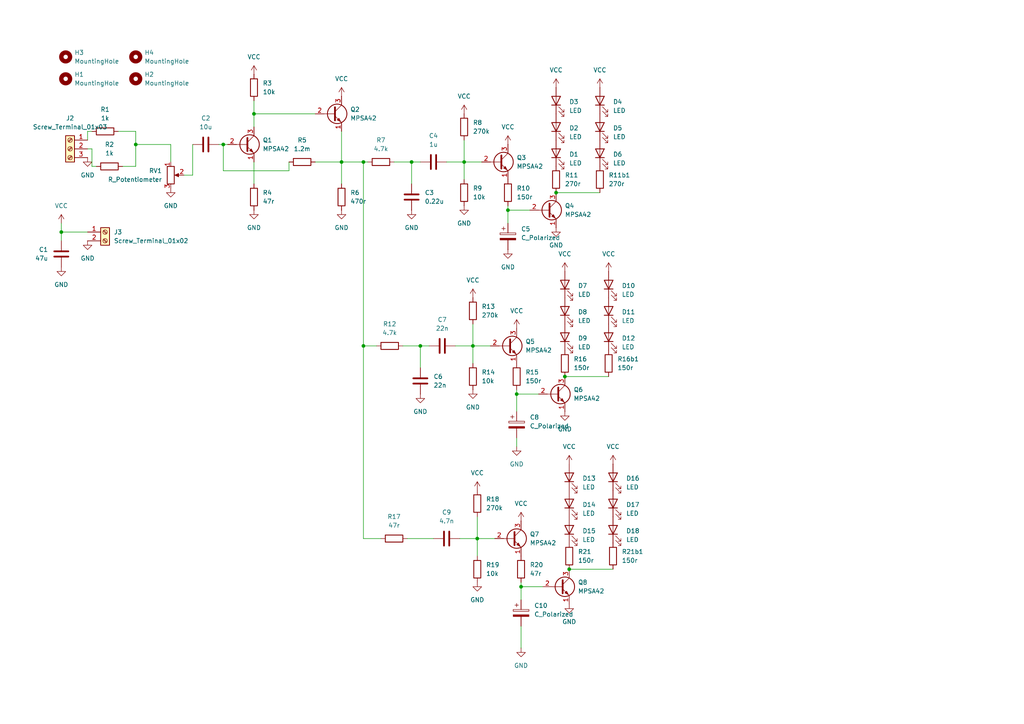
<source format=kicad_sch>
(kicad_sch
	(version 20250114)
	(generator "eeschema")
	(generator_version "9.0")
	(uuid "bf0b620f-fcff-4413-b8b4-1ad91ef9b76b")
	(paper "A4")
	(lib_symbols
		(symbol "Connector:Screw_Terminal_01x02"
			(pin_names
				(offset 1.016)
				(hide yes)
			)
			(exclude_from_sim no)
			(in_bom yes)
			(on_board yes)
			(property "Reference" "J"
				(at 0 2.54 0)
				(effects
					(font
						(size 1.27 1.27)
					)
				)
			)
			(property "Value" "Screw_Terminal_01x02"
				(at 0 -5.08 0)
				(effects
					(font
						(size 1.27 1.27)
					)
				)
			)
			(property "Footprint" ""
				(at 0 0 0)
				(effects
					(font
						(size 1.27 1.27)
					)
					(hide yes)
				)
			)
			(property "Datasheet" "~"
				(at 0 0 0)
				(effects
					(font
						(size 1.27 1.27)
					)
					(hide yes)
				)
			)
			(property "Description" "Generic screw terminal, single row, 01x02, script generated (kicad-library-utils/schlib/autogen/connector/)"
				(at 0 0 0)
				(effects
					(font
						(size 1.27 1.27)
					)
					(hide yes)
				)
			)
			(property "ki_keywords" "screw terminal"
				(at 0 0 0)
				(effects
					(font
						(size 1.27 1.27)
					)
					(hide yes)
				)
			)
			(property "ki_fp_filters" "TerminalBlock*:*"
				(at 0 0 0)
				(effects
					(font
						(size 1.27 1.27)
					)
					(hide yes)
				)
			)
			(symbol "Screw_Terminal_01x02_1_1"
				(rectangle
					(start -1.27 1.27)
					(end 1.27 -3.81)
					(stroke
						(width 0.254)
						(type default)
					)
					(fill
						(type background)
					)
				)
				(polyline
					(pts
						(xy -0.5334 0.3302) (xy 0.3302 -0.508)
					)
					(stroke
						(width 0.1524)
						(type default)
					)
					(fill
						(type none)
					)
				)
				(polyline
					(pts
						(xy -0.5334 -2.2098) (xy 0.3302 -3.048)
					)
					(stroke
						(width 0.1524)
						(type default)
					)
					(fill
						(type none)
					)
				)
				(polyline
					(pts
						(xy -0.3556 0.508) (xy 0.508 -0.3302)
					)
					(stroke
						(width 0.1524)
						(type default)
					)
					(fill
						(type none)
					)
				)
				(polyline
					(pts
						(xy -0.3556 -2.032) (xy 0.508 -2.8702)
					)
					(stroke
						(width 0.1524)
						(type default)
					)
					(fill
						(type none)
					)
				)
				(circle
					(center 0 0)
					(radius 0.635)
					(stroke
						(width 0.1524)
						(type default)
					)
					(fill
						(type none)
					)
				)
				(circle
					(center 0 -2.54)
					(radius 0.635)
					(stroke
						(width 0.1524)
						(type default)
					)
					(fill
						(type none)
					)
				)
				(pin passive line
					(at -5.08 0 0)
					(length 3.81)
					(name "Pin_1"
						(effects
							(font
								(size 1.27 1.27)
							)
						)
					)
					(number "1"
						(effects
							(font
								(size 1.27 1.27)
							)
						)
					)
				)
				(pin passive line
					(at -5.08 -2.54 0)
					(length 3.81)
					(name "Pin_2"
						(effects
							(font
								(size 1.27 1.27)
							)
						)
					)
					(number "2"
						(effects
							(font
								(size 1.27 1.27)
							)
						)
					)
				)
			)
			(embedded_fonts no)
		)
		(symbol "Connector:Screw_Terminal_01x03"
			(pin_names
				(offset 1.016)
				(hide yes)
			)
			(exclude_from_sim no)
			(in_bom yes)
			(on_board yes)
			(property "Reference" "J"
				(at 0 5.08 0)
				(effects
					(font
						(size 1.27 1.27)
					)
				)
			)
			(property "Value" "Screw_Terminal_01x03"
				(at 0 -5.08 0)
				(effects
					(font
						(size 1.27 1.27)
					)
				)
			)
			(property "Footprint" ""
				(at 0 0 0)
				(effects
					(font
						(size 1.27 1.27)
					)
					(hide yes)
				)
			)
			(property "Datasheet" "~"
				(at 0 0 0)
				(effects
					(font
						(size 1.27 1.27)
					)
					(hide yes)
				)
			)
			(property "Description" "Generic screw terminal, single row, 01x03, script generated (kicad-library-utils/schlib/autogen/connector/)"
				(at 0 0 0)
				(effects
					(font
						(size 1.27 1.27)
					)
					(hide yes)
				)
			)
			(property "ki_keywords" "screw terminal"
				(at 0 0 0)
				(effects
					(font
						(size 1.27 1.27)
					)
					(hide yes)
				)
			)
			(property "ki_fp_filters" "TerminalBlock*:*"
				(at 0 0 0)
				(effects
					(font
						(size 1.27 1.27)
					)
					(hide yes)
				)
			)
			(symbol "Screw_Terminal_01x03_1_1"
				(rectangle
					(start -1.27 3.81)
					(end 1.27 -3.81)
					(stroke
						(width 0.254)
						(type default)
					)
					(fill
						(type background)
					)
				)
				(polyline
					(pts
						(xy -0.5334 2.8702) (xy 0.3302 2.032)
					)
					(stroke
						(width 0.1524)
						(type default)
					)
					(fill
						(type none)
					)
				)
				(polyline
					(pts
						(xy -0.5334 0.3302) (xy 0.3302 -0.508)
					)
					(stroke
						(width 0.1524)
						(type default)
					)
					(fill
						(type none)
					)
				)
				(polyline
					(pts
						(xy -0.5334 -2.2098) (xy 0.3302 -3.048)
					)
					(stroke
						(width 0.1524)
						(type default)
					)
					(fill
						(type none)
					)
				)
				(polyline
					(pts
						(xy -0.3556 3.048) (xy 0.508 2.2098)
					)
					(stroke
						(width 0.1524)
						(type default)
					)
					(fill
						(type none)
					)
				)
				(polyline
					(pts
						(xy -0.3556 0.508) (xy 0.508 -0.3302)
					)
					(stroke
						(width 0.1524)
						(type default)
					)
					(fill
						(type none)
					)
				)
				(polyline
					(pts
						(xy -0.3556 -2.032) (xy 0.508 -2.8702)
					)
					(stroke
						(width 0.1524)
						(type default)
					)
					(fill
						(type none)
					)
				)
				(circle
					(center 0 2.54)
					(radius 0.635)
					(stroke
						(width 0.1524)
						(type default)
					)
					(fill
						(type none)
					)
				)
				(circle
					(center 0 0)
					(radius 0.635)
					(stroke
						(width 0.1524)
						(type default)
					)
					(fill
						(type none)
					)
				)
				(circle
					(center 0 -2.54)
					(radius 0.635)
					(stroke
						(width 0.1524)
						(type default)
					)
					(fill
						(type none)
					)
				)
				(pin passive line
					(at -5.08 2.54 0)
					(length 3.81)
					(name "Pin_1"
						(effects
							(font
								(size 1.27 1.27)
							)
						)
					)
					(number "1"
						(effects
							(font
								(size 1.27 1.27)
							)
						)
					)
				)
				(pin passive line
					(at -5.08 0 0)
					(length 3.81)
					(name "Pin_2"
						(effects
							(font
								(size 1.27 1.27)
							)
						)
					)
					(number "2"
						(effects
							(font
								(size 1.27 1.27)
							)
						)
					)
				)
				(pin passive line
					(at -5.08 -2.54 0)
					(length 3.81)
					(name "Pin_3"
						(effects
							(font
								(size 1.27 1.27)
							)
						)
					)
					(number "3"
						(effects
							(font
								(size 1.27 1.27)
							)
						)
					)
				)
			)
			(embedded_fonts no)
		)
		(symbol "Device:C"
			(pin_numbers
				(hide yes)
			)
			(pin_names
				(offset 0.254)
			)
			(exclude_from_sim no)
			(in_bom yes)
			(on_board yes)
			(property "Reference" "C"
				(at 0.635 2.54 0)
				(effects
					(font
						(size 1.27 1.27)
					)
					(justify left)
				)
			)
			(property "Value" "C"
				(at 0.635 -2.54 0)
				(effects
					(font
						(size 1.27 1.27)
					)
					(justify left)
				)
			)
			(property "Footprint" ""
				(at 0.9652 -3.81 0)
				(effects
					(font
						(size 1.27 1.27)
					)
					(hide yes)
				)
			)
			(property "Datasheet" "~"
				(at 0 0 0)
				(effects
					(font
						(size 1.27 1.27)
					)
					(hide yes)
				)
			)
			(property "Description" "Unpolarized capacitor"
				(at 0 0 0)
				(effects
					(font
						(size 1.27 1.27)
					)
					(hide yes)
				)
			)
			(property "ki_keywords" "cap capacitor"
				(at 0 0 0)
				(effects
					(font
						(size 1.27 1.27)
					)
					(hide yes)
				)
			)
			(property "ki_fp_filters" "C_*"
				(at 0 0 0)
				(effects
					(font
						(size 1.27 1.27)
					)
					(hide yes)
				)
			)
			(symbol "C_0_1"
				(polyline
					(pts
						(xy -2.032 0.762) (xy 2.032 0.762)
					)
					(stroke
						(width 0.508)
						(type default)
					)
					(fill
						(type none)
					)
				)
				(polyline
					(pts
						(xy -2.032 -0.762) (xy 2.032 -0.762)
					)
					(stroke
						(width 0.508)
						(type default)
					)
					(fill
						(type none)
					)
				)
			)
			(symbol "C_1_1"
				(pin passive line
					(at 0 3.81 270)
					(length 2.794)
					(name "~"
						(effects
							(font
								(size 1.27 1.27)
							)
						)
					)
					(number "1"
						(effects
							(font
								(size 1.27 1.27)
							)
						)
					)
				)
				(pin passive line
					(at 0 -3.81 90)
					(length 2.794)
					(name "~"
						(effects
							(font
								(size 1.27 1.27)
							)
						)
					)
					(number "2"
						(effects
							(font
								(size 1.27 1.27)
							)
						)
					)
				)
			)
			(embedded_fonts no)
		)
		(symbol "Device:C_Polarized"
			(pin_numbers
				(hide yes)
			)
			(pin_names
				(offset 0.254)
			)
			(exclude_from_sim no)
			(in_bom yes)
			(on_board yes)
			(property "Reference" "C"
				(at 0.635 2.54 0)
				(effects
					(font
						(size 1.27 1.27)
					)
					(justify left)
				)
			)
			(property "Value" "C_Polarized"
				(at 0.635 -2.54 0)
				(effects
					(font
						(size 1.27 1.27)
					)
					(justify left)
				)
			)
			(property "Footprint" ""
				(at 0.9652 -3.81 0)
				(effects
					(font
						(size 1.27 1.27)
					)
					(hide yes)
				)
			)
			(property "Datasheet" "~"
				(at 0 0 0)
				(effects
					(font
						(size 1.27 1.27)
					)
					(hide yes)
				)
			)
			(property "Description" "Polarized capacitor"
				(at 0 0 0)
				(effects
					(font
						(size 1.27 1.27)
					)
					(hide yes)
				)
			)
			(property "ki_keywords" "cap capacitor"
				(at 0 0 0)
				(effects
					(font
						(size 1.27 1.27)
					)
					(hide yes)
				)
			)
			(property "ki_fp_filters" "CP_*"
				(at 0 0 0)
				(effects
					(font
						(size 1.27 1.27)
					)
					(hide yes)
				)
			)
			(symbol "C_Polarized_0_1"
				(rectangle
					(start -2.286 0.508)
					(end 2.286 1.016)
					(stroke
						(width 0)
						(type default)
					)
					(fill
						(type none)
					)
				)
				(polyline
					(pts
						(xy -1.778 2.286) (xy -0.762 2.286)
					)
					(stroke
						(width 0)
						(type default)
					)
					(fill
						(type none)
					)
				)
				(polyline
					(pts
						(xy -1.27 2.794) (xy -1.27 1.778)
					)
					(stroke
						(width 0)
						(type default)
					)
					(fill
						(type none)
					)
				)
				(rectangle
					(start 2.286 -0.508)
					(end -2.286 -1.016)
					(stroke
						(width 0)
						(type default)
					)
					(fill
						(type outline)
					)
				)
			)
			(symbol "C_Polarized_1_1"
				(pin passive line
					(at 0 3.81 270)
					(length 2.794)
					(name "~"
						(effects
							(font
								(size 1.27 1.27)
							)
						)
					)
					(number "1"
						(effects
							(font
								(size 1.27 1.27)
							)
						)
					)
				)
				(pin passive line
					(at 0 -3.81 90)
					(length 2.794)
					(name "~"
						(effects
							(font
								(size 1.27 1.27)
							)
						)
					)
					(number "2"
						(effects
							(font
								(size 1.27 1.27)
							)
						)
					)
				)
			)
			(embedded_fonts no)
		)
		(symbol "Device:LED"
			(pin_numbers
				(hide yes)
			)
			(pin_names
				(offset 1.016)
				(hide yes)
			)
			(exclude_from_sim no)
			(in_bom yes)
			(on_board yes)
			(property "Reference" "D"
				(at 0 2.54 0)
				(effects
					(font
						(size 1.27 1.27)
					)
				)
			)
			(property "Value" "LED"
				(at 0 -2.54 0)
				(effects
					(font
						(size 1.27 1.27)
					)
				)
			)
			(property "Footprint" ""
				(at 0 0 0)
				(effects
					(font
						(size 1.27 1.27)
					)
					(hide yes)
				)
			)
			(property "Datasheet" "~"
				(at 0 0 0)
				(effects
					(font
						(size 1.27 1.27)
					)
					(hide yes)
				)
			)
			(property "Description" "Light emitting diode"
				(at 0 0 0)
				(effects
					(font
						(size 1.27 1.27)
					)
					(hide yes)
				)
			)
			(property "Sim.Pins" "1=K 2=A"
				(at 0 0 0)
				(effects
					(font
						(size 1.27 1.27)
					)
					(hide yes)
				)
			)
			(property "ki_keywords" "LED diode"
				(at 0 0 0)
				(effects
					(font
						(size 1.27 1.27)
					)
					(hide yes)
				)
			)
			(property "ki_fp_filters" "LED* LED_SMD:* LED_THT:*"
				(at 0 0 0)
				(effects
					(font
						(size 1.27 1.27)
					)
					(hide yes)
				)
			)
			(symbol "LED_0_1"
				(polyline
					(pts
						(xy -3.048 -0.762) (xy -4.572 -2.286) (xy -3.81 -2.286) (xy -4.572 -2.286) (xy -4.572 -1.524)
					)
					(stroke
						(width 0)
						(type default)
					)
					(fill
						(type none)
					)
				)
				(polyline
					(pts
						(xy -1.778 -0.762) (xy -3.302 -2.286) (xy -2.54 -2.286) (xy -3.302 -2.286) (xy -3.302 -1.524)
					)
					(stroke
						(width 0)
						(type default)
					)
					(fill
						(type none)
					)
				)
				(polyline
					(pts
						(xy -1.27 0) (xy 1.27 0)
					)
					(stroke
						(width 0)
						(type default)
					)
					(fill
						(type none)
					)
				)
				(polyline
					(pts
						(xy -1.27 -1.27) (xy -1.27 1.27)
					)
					(stroke
						(width 0.254)
						(type default)
					)
					(fill
						(type none)
					)
				)
				(polyline
					(pts
						(xy 1.27 -1.27) (xy 1.27 1.27) (xy -1.27 0) (xy 1.27 -1.27)
					)
					(stroke
						(width 0.254)
						(type default)
					)
					(fill
						(type none)
					)
				)
			)
			(symbol "LED_1_1"
				(pin passive line
					(at -3.81 0 0)
					(length 2.54)
					(name "K"
						(effects
							(font
								(size 1.27 1.27)
							)
						)
					)
					(number "1"
						(effects
							(font
								(size 1.27 1.27)
							)
						)
					)
				)
				(pin passive line
					(at 3.81 0 180)
					(length 2.54)
					(name "A"
						(effects
							(font
								(size 1.27 1.27)
							)
						)
					)
					(number "2"
						(effects
							(font
								(size 1.27 1.27)
							)
						)
					)
				)
			)
			(embedded_fonts no)
		)
		(symbol "Device:R"
			(pin_numbers
				(hide yes)
			)
			(pin_names
				(offset 0)
			)
			(exclude_from_sim no)
			(in_bom yes)
			(on_board yes)
			(property "Reference" "R"
				(at 2.032 0 90)
				(effects
					(font
						(size 1.27 1.27)
					)
				)
			)
			(property "Value" "R"
				(at 0 0 90)
				(effects
					(font
						(size 1.27 1.27)
					)
				)
			)
			(property "Footprint" ""
				(at -1.778 0 90)
				(effects
					(font
						(size 1.27 1.27)
					)
					(hide yes)
				)
			)
			(property "Datasheet" "~"
				(at 0 0 0)
				(effects
					(font
						(size 1.27 1.27)
					)
					(hide yes)
				)
			)
			(property "Description" "Resistor"
				(at 0 0 0)
				(effects
					(font
						(size 1.27 1.27)
					)
					(hide yes)
				)
			)
			(property "ki_keywords" "R res resistor"
				(at 0 0 0)
				(effects
					(font
						(size 1.27 1.27)
					)
					(hide yes)
				)
			)
			(property "ki_fp_filters" "R_*"
				(at 0 0 0)
				(effects
					(font
						(size 1.27 1.27)
					)
					(hide yes)
				)
			)
			(symbol "R_0_1"
				(rectangle
					(start -1.016 -2.54)
					(end 1.016 2.54)
					(stroke
						(width 0.254)
						(type default)
					)
					(fill
						(type none)
					)
				)
			)
			(symbol "R_1_1"
				(pin passive line
					(at 0 3.81 270)
					(length 1.27)
					(name "~"
						(effects
							(font
								(size 1.27 1.27)
							)
						)
					)
					(number "1"
						(effects
							(font
								(size 1.27 1.27)
							)
						)
					)
				)
				(pin passive line
					(at 0 -3.81 90)
					(length 1.27)
					(name "~"
						(effects
							(font
								(size 1.27 1.27)
							)
						)
					)
					(number "2"
						(effects
							(font
								(size 1.27 1.27)
							)
						)
					)
				)
			)
			(embedded_fonts no)
		)
		(symbol "Device:R_Potentiometer"
			(pin_names
				(offset 1.016)
				(hide yes)
			)
			(exclude_from_sim no)
			(in_bom yes)
			(on_board yes)
			(property "Reference" "RV"
				(at -4.445 0 90)
				(effects
					(font
						(size 1.27 1.27)
					)
				)
			)
			(property "Value" "R_Potentiometer"
				(at -2.54 0 90)
				(effects
					(font
						(size 1.27 1.27)
					)
				)
			)
			(property "Footprint" ""
				(at 0 0 0)
				(effects
					(font
						(size 1.27 1.27)
					)
					(hide yes)
				)
			)
			(property "Datasheet" "~"
				(at 0 0 0)
				(effects
					(font
						(size 1.27 1.27)
					)
					(hide yes)
				)
			)
			(property "Description" "Potentiometer"
				(at 0 0 0)
				(effects
					(font
						(size 1.27 1.27)
					)
					(hide yes)
				)
			)
			(property "ki_keywords" "resistor variable"
				(at 0 0 0)
				(effects
					(font
						(size 1.27 1.27)
					)
					(hide yes)
				)
			)
			(property "ki_fp_filters" "Potentiometer*"
				(at 0 0 0)
				(effects
					(font
						(size 1.27 1.27)
					)
					(hide yes)
				)
			)
			(symbol "R_Potentiometer_0_1"
				(rectangle
					(start 1.016 2.54)
					(end -1.016 -2.54)
					(stroke
						(width 0.254)
						(type default)
					)
					(fill
						(type none)
					)
				)
				(polyline
					(pts
						(xy 1.143 0) (xy 2.286 0.508) (xy 2.286 -0.508) (xy 1.143 0)
					)
					(stroke
						(width 0)
						(type default)
					)
					(fill
						(type outline)
					)
				)
				(polyline
					(pts
						(xy 2.54 0) (xy 1.524 0)
					)
					(stroke
						(width 0)
						(type default)
					)
					(fill
						(type none)
					)
				)
			)
			(symbol "R_Potentiometer_1_1"
				(pin passive line
					(at 0 3.81 270)
					(length 1.27)
					(name "1"
						(effects
							(font
								(size 1.27 1.27)
							)
						)
					)
					(number "1"
						(effects
							(font
								(size 1.27 1.27)
							)
						)
					)
				)
				(pin passive line
					(at 0 -3.81 90)
					(length 1.27)
					(name "3"
						(effects
							(font
								(size 1.27 1.27)
							)
						)
					)
					(number "3"
						(effects
							(font
								(size 1.27 1.27)
							)
						)
					)
				)
				(pin passive line
					(at 3.81 0 180)
					(length 1.27)
					(name "2"
						(effects
							(font
								(size 1.27 1.27)
							)
						)
					)
					(number "2"
						(effects
							(font
								(size 1.27 1.27)
							)
						)
					)
				)
			)
			(embedded_fonts no)
		)
		(symbol "Mechanical:MountingHole"
			(pin_names
				(offset 1.016)
			)
			(exclude_from_sim no)
			(in_bom no)
			(on_board yes)
			(property "Reference" "H"
				(at 0 5.08 0)
				(effects
					(font
						(size 1.27 1.27)
					)
				)
			)
			(property "Value" "MountingHole"
				(at 0 3.175 0)
				(effects
					(font
						(size 1.27 1.27)
					)
				)
			)
			(property "Footprint" ""
				(at 0 0 0)
				(effects
					(font
						(size 1.27 1.27)
					)
					(hide yes)
				)
			)
			(property "Datasheet" "~"
				(at 0 0 0)
				(effects
					(font
						(size 1.27 1.27)
					)
					(hide yes)
				)
			)
			(property "Description" "Mounting Hole without connection"
				(at 0 0 0)
				(effects
					(font
						(size 1.27 1.27)
					)
					(hide yes)
				)
			)
			(property "ki_keywords" "mounting hole"
				(at 0 0 0)
				(effects
					(font
						(size 1.27 1.27)
					)
					(hide yes)
				)
			)
			(property "ki_fp_filters" "MountingHole*"
				(at 0 0 0)
				(effects
					(font
						(size 1.27 1.27)
					)
					(hide yes)
				)
			)
			(symbol "MountingHole_0_1"
				(circle
					(center 0 0)
					(radius 1.27)
					(stroke
						(width 1.27)
						(type default)
					)
					(fill
						(type none)
					)
				)
			)
			(embedded_fonts no)
		)
		(symbol "Transistor_BJT:MPSA42"
			(pin_names
				(offset 0)
				(hide yes)
			)
			(exclude_from_sim no)
			(in_bom yes)
			(on_board yes)
			(property "Reference" "Q"
				(at 5.08 1.905 0)
				(effects
					(font
						(size 1.27 1.27)
					)
					(justify left)
				)
			)
			(property "Value" "MPSA42"
				(at 5.08 0 0)
				(effects
					(font
						(size 1.27 1.27)
					)
					(justify left)
				)
			)
			(property "Footprint" "Package_TO_SOT_THT:TO-92_Inline"
				(at 5.08 -1.905 0)
				(effects
					(font
						(size 1.27 1.27)
						(italic yes)
					)
					(justify left)
					(hide yes)
				)
			)
			(property "Datasheet" "http://www.onsemi.com/pub_link/Collateral/MPSA42-D.PDF"
				(at 0 0 0)
				(effects
					(font
						(size 1.27 1.27)
					)
					(justify left)
					(hide yes)
				)
			)
			(property "Description" "0.5A Ic, 300V Vce, NPN High Voltage Transistor, TO-92"
				(at 0 0 0)
				(effects
					(font
						(size 1.27 1.27)
					)
					(hide yes)
				)
			)
			(property "ki_keywords" "NPN High Voltage Transistor"
				(at 0 0 0)
				(effects
					(font
						(size 1.27 1.27)
					)
					(hide yes)
				)
			)
			(property "ki_fp_filters" "TO?92*"
				(at 0 0 0)
				(effects
					(font
						(size 1.27 1.27)
					)
					(hide yes)
				)
			)
			(symbol "MPSA42_0_1"
				(polyline
					(pts
						(xy -2.54 0) (xy 0.635 0)
					)
					(stroke
						(width 0)
						(type default)
					)
					(fill
						(type none)
					)
				)
				(polyline
					(pts
						(xy 0.635 1.905) (xy 0.635 -1.905)
					)
					(stroke
						(width 0.508)
						(type default)
					)
					(fill
						(type none)
					)
				)
				(circle
					(center 1.27 0)
					(radius 2.8194)
					(stroke
						(width 0.254)
						(type default)
					)
					(fill
						(type none)
					)
				)
			)
			(symbol "MPSA42_1_1"
				(polyline
					(pts
						(xy 0.635 0.635) (xy 2.54 2.54)
					)
					(stroke
						(width 0)
						(type default)
					)
					(fill
						(type none)
					)
				)
				(polyline
					(pts
						(xy 0.635 -0.635) (xy 2.54 -2.54)
					)
					(stroke
						(width 0)
						(type default)
					)
					(fill
						(type none)
					)
				)
				(polyline
					(pts
						(xy 1.27 -1.778) (xy 1.778 -1.27) (xy 2.286 -2.286) (xy 1.27 -1.778)
					)
					(stroke
						(width 0)
						(type default)
					)
					(fill
						(type outline)
					)
				)
				(pin input line
					(at -5.08 0 0)
					(length 2.54)
					(name "B"
						(effects
							(font
								(size 1.27 1.27)
							)
						)
					)
					(number "2"
						(effects
							(font
								(size 1.27 1.27)
							)
						)
					)
				)
				(pin passive line
					(at 2.54 5.08 270)
					(length 2.54)
					(name "C"
						(effects
							(font
								(size 1.27 1.27)
							)
						)
					)
					(number "3"
						(effects
							(font
								(size 1.27 1.27)
							)
						)
					)
				)
				(pin passive line
					(at 2.54 -5.08 90)
					(length 2.54)
					(name "E"
						(effects
							(font
								(size 1.27 1.27)
							)
						)
					)
					(number "1"
						(effects
							(font
								(size 1.27 1.27)
							)
						)
					)
				)
			)
			(embedded_fonts no)
		)
		(symbol "power:GND"
			(power)
			(pin_numbers
				(hide yes)
			)
			(pin_names
				(offset 0)
				(hide yes)
			)
			(exclude_from_sim no)
			(in_bom yes)
			(on_board yes)
			(property "Reference" "#PWR"
				(at 0 -6.35 0)
				(effects
					(font
						(size 1.27 1.27)
					)
					(hide yes)
				)
			)
			(property "Value" "GND"
				(at 0 -3.81 0)
				(effects
					(font
						(size 1.27 1.27)
					)
				)
			)
			(property "Footprint" ""
				(at 0 0 0)
				(effects
					(font
						(size 1.27 1.27)
					)
					(hide yes)
				)
			)
			(property "Datasheet" ""
				(at 0 0 0)
				(effects
					(font
						(size 1.27 1.27)
					)
					(hide yes)
				)
			)
			(property "Description" "Power symbol creates a global label with name \"GND\" , ground"
				(at 0 0 0)
				(effects
					(font
						(size 1.27 1.27)
					)
					(hide yes)
				)
			)
			(property "ki_keywords" "global power"
				(at 0 0 0)
				(effects
					(font
						(size 1.27 1.27)
					)
					(hide yes)
				)
			)
			(symbol "GND_0_1"
				(polyline
					(pts
						(xy 0 0) (xy 0 -1.27) (xy 1.27 -1.27) (xy 0 -2.54) (xy -1.27 -1.27) (xy 0 -1.27)
					)
					(stroke
						(width 0)
						(type default)
					)
					(fill
						(type none)
					)
				)
			)
			(symbol "GND_1_1"
				(pin power_in line
					(at 0 0 270)
					(length 0)
					(name "~"
						(effects
							(font
								(size 1.27 1.27)
							)
						)
					)
					(number "1"
						(effects
							(font
								(size 1.27 1.27)
							)
						)
					)
				)
			)
			(embedded_fonts no)
		)
		(symbol "power:VCC"
			(power)
			(pin_numbers
				(hide yes)
			)
			(pin_names
				(offset 0)
				(hide yes)
			)
			(exclude_from_sim no)
			(in_bom yes)
			(on_board yes)
			(property "Reference" "#PWR"
				(at 0 -3.81 0)
				(effects
					(font
						(size 1.27 1.27)
					)
					(hide yes)
				)
			)
			(property "Value" "VCC"
				(at 0 3.556 0)
				(effects
					(font
						(size 1.27 1.27)
					)
				)
			)
			(property "Footprint" ""
				(at 0 0 0)
				(effects
					(font
						(size 1.27 1.27)
					)
					(hide yes)
				)
			)
			(property "Datasheet" ""
				(at 0 0 0)
				(effects
					(font
						(size 1.27 1.27)
					)
					(hide yes)
				)
			)
			(property "Description" "Power symbol creates a global label with name \"VCC\""
				(at 0 0 0)
				(effects
					(font
						(size 1.27 1.27)
					)
					(hide yes)
				)
			)
			(property "ki_keywords" "global power"
				(at 0 0 0)
				(effects
					(font
						(size 1.27 1.27)
					)
					(hide yes)
				)
			)
			(symbol "VCC_0_1"
				(polyline
					(pts
						(xy -0.762 1.27) (xy 0 2.54)
					)
					(stroke
						(width 0)
						(type default)
					)
					(fill
						(type none)
					)
				)
				(polyline
					(pts
						(xy 0 2.54) (xy 0.762 1.27)
					)
					(stroke
						(width 0)
						(type default)
					)
					(fill
						(type none)
					)
				)
				(polyline
					(pts
						(xy 0 0) (xy 0 2.54)
					)
					(stroke
						(width 0)
						(type default)
					)
					(fill
						(type none)
					)
				)
			)
			(symbol "VCC_1_1"
				(pin power_in line
					(at 0 0 90)
					(length 0)
					(name "~"
						(effects
							(font
								(size 1.27 1.27)
							)
						)
					)
					(number "1"
						(effects
							(font
								(size 1.27 1.27)
							)
						)
					)
				)
			)
			(embedded_fonts no)
		)
	)
	(junction
		(at 17.78 67.31)
		(diameter 0)
		(color 0 0 0 0)
		(uuid "0d0fb873-40ae-4c19-95a5-35bf36507c22")
	)
	(junction
		(at 165.1 165.1)
		(diameter 0)
		(color 0 0 0 0)
		(uuid "203a611e-130f-4d8f-ac15-77efeb6a3f02")
	)
	(junction
		(at 119.38 46.99)
		(diameter 0)
		(color 0 0 0 0)
		(uuid "25afe023-992d-4319-998e-50611dc9b8a5")
	)
	(junction
		(at 121.92 100.33)
		(diameter 0)
		(color 0 0 0 0)
		(uuid "3779a3c0-7637-4398-9c89-36bf690e4991")
	)
	(junction
		(at 134.62 46.99)
		(diameter 0)
		(color 0 0 0 0)
		(uuid "3ac24b44-721b-4f8a-824b-f480ac4eba60")
	)
	(junction
		(at 151.13 170.18)
		(diameter 0)
		(color 0 0 0 0)
		(uuid "3bf5283c-2ba9-4bdf-97c7-e84b2b77fceb")
	)
	(junction
		(at 161.29 55.88)
		(diameter 0)
		(color 0 0 0 0)
		(uuid "48b4b039-a925-427d-91d5-72035f046bca")
	)
	(junction
		(at 99.06 46.99)
		(diameter 0)
		(color 0 0 0 0)
		(uuid "48cb5245-5445-4f4f-8b48-510d37d2b85a")
	)
	(junction
		(at 105.41 46.99)
		(diameter 0)
		(color 0 0 0 0)
		(uuid "5f2e78c0-abd1-4ad7-8823-a507637dc732")
	)
	(junction
		(at 105.41 100.33)
		(diameter 0)
		(color 0 0 0 0)
		(uuid "7ee82c09-d682-4460-8502-ba1d2468246f")
	)
	(junction
		(at 73.66 33.02)
		(diameter 0)
		(color 0 0 0 0)
		(uuid "a5089c92-cf1b-443b-bf2e-848c02b8a66a")
	)
	(junction
		(at 138.43 156.21)
		(diameter 0)
		(color 0 0 0 0)
		(uuid "aa0f743b-344f-4ae0-a008-c32fc13e22c1")
	)
	(junction
		(at 137.16 100.33)
		(diameter 0)
		(color 0 0 0 0)
		(uuid "b1898986-a32b-491a-94c5-d31b6bb55ef4")
	)
	(junction
		(at 163.83 109.22)
		(diameter 0)
		(color 0 0 0 0)
		(uuid "b22574e1-de21-4bf6-baf4-6da05a08fe9c")
	)
	(junction
		(at 39.37 41.91)
		(diameter 0)
		(color 0 0 0 0)
		(uuid "d229f0e9-2dd4-4365-9d9e-c6f44ce2af70")
	)
	(junction
		(at 147.32 60.96)
		(diameter 0)
		(color 0 0 0 0)
		(uuid "de3bad6d-4730-4267-9521-d8c3519c771e")
	)
	(junction
		(at 149.86 114.3)
		(diameter 0)
		(color 0 0 0 0)
		(uuid "e2e8183d-7fa4-4fc3-a3a9-293f823b63a6")
	)
	(junction
		(at 64.77 41.91)
		(diameter 0)
		(color 0 0 0 0)
		(uuid "f7542db7-70c9-4c1d-86ad-36a383483433")
	)
	(wire
		(pts
			(xy 53.34 50.8) (xy 55.88 50.8)
		)
		(stroke
			(width 0)
			(type default)
		)
		(uuid "00374bcb-91a4-49ab-8662-6e8fbeb6c982")
	)
	(wire
		(pts
			(xy 64.77 49.53) (xy 83.82 49.53)
		)
		(stroke
			(width 0)
			(type default)
		)
		(uuid "0620b136-b11b-44e9-854f-6d80faaa67c1")
	)
	(wire
		(pts
			(xy 105.41 100.33) (xy 109.22 100.33)
		)
		(stroke
			(width 0)
			(type default)
		)
		(uuid "07d29441-b199-453e-b0e0-13bede166652")
	)
	(wire
		(pts
			(xy 134.62 46.99) (xy 134.62 52.07)
		)
		(stroke
			(width 0)
			(type default)
		)
		(uuid "0ad4de0a-70f6-4d03-bb98-33fde3e2a5b5")
	)
	(wire
		(pts
			(xy 151.13 187.96) (xy 151.13 181.61)
		)
		(stroke
			(width 0)
			(type default)
		)
		(uuid "0edf0949-a26b-4422-91fc-d8e947678868")
	)
	(wire
		(pts
			(xy 165.1 165.1) (xy 177.8 165.1)
		)
		(stroke
			(width 0)
			(type default)
		)
		(uuid "10bc4ed2-0faa-4f79-818c-7d5db0068880")
	)
	(wire
		(pts
			(xy 73.66 33.02) (xy 91.44 33.02)
		)
		(stroke
			(width 0)
			(type default)
		)
		(uuid "1939c786-f4b8-4c6c-afbf-305f41bd6c49")
	)
	(wire
		(pts
			(xy 26.67 43.18) (xy 26.67 48.26)
		)
		(stroke
			(width 0)
			(type default)
		)
		(uuid "1cdb91e3-ccc8-4372-adf8-49a68507bd72")
	)
	(wire
		(pts
			(xy 39.37 38.1) (xy 39.37 41.91)
		)
		(stroke
			(width 0)
			(type default)
		)
		(uuid "1e480f2f-246e-4fa8-af24-8d4b298ce7a3")
	)
	(wire
		(pts
			(xy 138.43 156.21) (xy 143.51 156.21)
		)
		(stroke
			(width 0)
			(type default)
		)
		(uuid "21273b59-95f2-4acd-b0b3-ed1ef41454ae")
	)
	(wire
		(pts
			(xy 63.5 41.91) (xy 64.77 41.91)
		)
		(stroke
			(width 0)
			(type default)
		)
		(uuid "28ed00c6-772d-4bbd-b346-4b9d36d9864f")
	)
	(wire
		(pts
			(xy 137.16 100.33) (xy 137.16 93.98)
		)
		(stroke
			(width 0)
			(type default)
		)
		(uuid "2a124851-ffd7-46cb-ad5b-a7597aa30216")
	)
	(wire
		(pts
			(xy 27.94 48.26) (xy 26.67 48.26)
		)
		(stroke
			(width 0)
			(type default)
		)
		(uuid "31a2b748-4f20-4d70-9337-56d6932bf4e4")
	)
	(wire
		(pts
			(xy 151.13 173.99) (xy 151.13 170.18)
		)
		(stroke
			(width 0)
			(type default)
		)
		(uuid "31f8de3b-4eea-422b-a193-5da2366828a9")
	)
	(wire
		(pts
			(xy 99.06 46.99) (xy 99.06 53.34)
		)
		(stroke
			(width 0)
			(type default)
		)
		(uuid "3e448187-07fa-4298-a7cf-bc3ec80c0ff1")
	)
	(wire
		(pts
			(xy 161.29 55.88) (xy 173.99 55.88)
		)
		(stroke
			(width 0)
			(type default)
		)
		(uuid "3f69291b-7ef5-40d2-a4be-a2643edad77e")
	)
	(wire
		(pts
			(xy 105.41 100.33) (xy 105.41 156.21)
		)
		(stroke
			(width 0)
			(type default)
		)
		(uuid "4cdf3ae9-3428-4754-9c6c-13a23cc97127")
	)
	(wire
		(pts
			(xy 119.38 46.99) (xy 121.92 46.99)
		)
		(stroke
			(width 0)
			(type default)
		)
		(uuid "5132aaaf-79b9-4c01-b63c-f7f7d262b706")
	)
	(wire
		(pts
			(xy 64.77 41.91) (xy 66.04 41.91)
		)
		(stroke
			(width 0)
			(type default)
		)
		(uuid "51804899-0800-4d7e-8037-4ddb428e6198")
	)
	(wire
		(pts
			(xy 25.4 38.1) (xy 26.67 38.1)
		)
		(stroke
			(width 0)
			(type default)
		)
		(uuid "59082b69-7af0-4be2-873e-325f9c2ae4bd")
	)
	(wire
		(pts
			(xy 151.13 170.18) (xy 151.13 168.91)
		)
		(stroke
			(width 0)
			(type default)
		)
		(uuid "5aa4d8db-f54c-4a2c-ab08-a6a2b2e67442")
	)
	(wire
		(pts
			(xy 25.4 67.31) (xy 17.78 67.31)
		)
		(stroke
			(width 0)
			(type default)
		)
		(uuid "5bdb6269-f989-4502-bce1-41fc9f6411ff")
	)
	(wire
		(pts
			(xy 132.08 100.33) (xy 137.16 100.33)
		)
		(stroke
			(width 0)
			(type default)
		)
		(uuid "5dcad265-8a17-4d4a-b0d0-631d44228c84")
	)
	(wire
		(pts
			(xy 73.66 33.02) (xy 73.66 36.83)
		)
		(stroke
			(width 0)
			(type default)
		)
		(uuid "5fc4e342-25f7-4a0a-9c9d-8eeb3f977509")
	)
	(wire
		(pts
			(xy 151.13 170.18) (xy 157.48 170.18)
		)
		(stroke
			(width 0)
			(type default)
		)
		(uuid "669da497-8190-424b-aeda-6490d0972ae8")
	)
	(wire
		(pts
			(xy 147.32 60.96) (xy 147.32 59.69)
		)
		(stroke
			(width 0)
			(type default)
		)
		(uuid "724db6c7-2258-48a3-8bbe-375634851396")
	)
	(wire
		(pts
			(xy 133.35 156.21) (xy 138.43 156.21)
		)
		(stroke
			(width 0)
			(type default)
		)
		(uuid "73596f37-a5f9-45f2-9554-3c8f1de634c4")
	)
	(wire
		(pts
			(xy 137.16 100.33) (xy 142.24 100.33)
		)
		(stroke
			(width 0)
			(type default)
		)
		(uuid "73decaf7-ebb1-40a2-a2b4-f690ee56b3a5")
	)
	(wire
		(pts
			(xy 121.92 100.33) (xy 124.46 100.33)
		)
		(stroke
			(width 0)
			(type default)
		)
		(uuid "74082b35-01dd-40b5-8143-d11aebbec679")
	)
	(wire
		(pts
			(xy 129.54 46.99) (xy 134.62 46.99)
		)
		(stroke
			(width 0)
			(type default)
		)
		(uuid "790a1afd-d103-4baf-a667-061056ad3000")
	)
	(wire
		(pts
			(xy 138.43 156.21) (xy 138.43 161.29)
		)
		(stroke
			(width 0)
			(type default)
		)
		(uuid "7a0f5f6a-4f33-404b-a99e-80ad2e45c177")
	)
	(wire
		(pts
			(xy 55.88 50.8) (xy 55.88 41.91)
		)
		(stroke
			(width 0)
			(type default)
		)
		(uuid "7aaa9189-2895-4868-9a79-b2dd629604a5")
	)
	(wire
		(pts
			(xy 105.41 156.21) (xy 110.49 156.21)
		)
		(stroke
			(width 0)
			(type default)
		)
		(uuid "8871ea38-6dab-492a-a735-cb1f17fa9d72")
	)
	(wire
		(pts
			(xy 147.32 60.96) (xy 153.67 60.96)
		)
		(stroke
			(width 0)
			(type default)
		)
		(uuid "8cb78cec-dedc-45eb-a514-dc3269610a1c")
	)
	(wire
		(pts
			(xy 105.41 46.99) (xy 105.41 100.33)
		)
		(stroke
			(width 0)
			(type default)
		)
		(uuid "9448d81b-398a-472c-84a4-4428274e2f22")
	)
	(wire
		(pts
			(xy 39.37 41.91) (xy 49.53 41.91)
		)
		(stroke
			(width 0)
			(type default)
		)
		(uuid "9694f5aa-ae2e-49b0-b946-8d6958ea73f2")
	)
	(wire
		(pts
			(xy 119.38 46.99) (xy 119.38 53.34)
		)
		(stroke
			(width 0)
			(type default)
		)
		(uuid "9f519eb7-3ab5-4f5b-b269-fb09fc404bc5")
	)
	(wire
		(pts
			(xy 134.62 46.99) (xy 139.7 46.99)
		)
		(stroke
			(width 0)
			(type default)
		)
		(uuid "a37e82a7-5002-44af-b5a5-b7a7b7009f8c")
	)
	(wire
		(pts
			(xy 118.11 156.21) (xy 125.73 156.21)
		)
		(stroke
			(width 0)
			(type default)
		)
		(uuid "b002b9d4-9056-44fa-ae7e-97148ac07ebe")
	)
	(wire
		(pts
			(xy 35.56 48.26) (xy 39.37 48.26)
		)
		(stroke
			(width 0)
			(type default)
		)
		(uuid "b1048116-290a-4e38-94b9-5f5290f74494")
	)
	(wire
		(pts
			(xy 73.66 46.99) (xy 73.66 53.34)
		)
		(stroke
			(width 0)
			(type default)
		)
		(uuid "b5f5a5e2-21a4-4654-a89a-06992e3e6c26")
	)
	(wire
		(pts
			(xy 73.66 29.21) (xy 73.66 33.02)
		)
		(stroke
			(width 0)
			(type default)
		)
		(uuid "b68b0132-56f9-4a0a-8f48-634bf6cb2285")
	)
	(wire
		(pts
			(xy 25.4 40.64) (xy 25.4 38.1)
		)
		(stroke
			(width 0)
			(type default)
		)
		(uuid "bb4cdba9-6126-40e2-9962-81d31dba5766")
	)
	(wire
		(pts
			(xy 163.83 109.22) (xy 176.53 109.22)
		)
		(stroke
			(width 0)
			(type default)
		)
		(uuid "be10cbcd-9ce6-4d72-90e0-bab805e9971e")
	)
	(wire
		(pts
			(xy 91.44 46.99) (xy 99.06 46.99)
		)
		(stroke
			(width 0)
			(type default)
		)
		(uuid "bfaaceb0-dc11-42fb-bcad-0d6d97ef6cf2")
	)
	(wire
		(pts
			(xy 25.4 43.18) (xy 26.67 43.18)
		)
		(stroke
			(width 0)
			(type default)
		)
		(uuid "c05620cc-aa36-4be0-9407-2b41d7f8a7a2")
	)
	(wire
		(pts
			(xy 114.3 46.99) (xy 119.38 46.99)
		)
		(stroke
			(width 0)
			(type default)
		)
		(uuid "c104bc8c-bc4b-48ef-8050-0d6221c31d94")
	)
	(wire
		(pts
			(xy 134.62 46.99) (xy 134.62 40.64)
		)
		(stroke
			(width 0)
			(type default)
		)
		(uuid "c2bb5017-fe95-4246-b2cd-961c12496835")
	)
	(wire
		(pts
			(xy 17.78 67.31) (xy 17.78 69.85)
		)
		(stroke
			(width 0)
			(type default)
		)
		(uuid "c8f3e75f-7040-4ba9-b263-036c4013d063")
	)
	(wire
		(pts
			(xy 149.86 114.3) (xy 149.86 113.03)
		)
		(stroke
			(width 0)
			(type default)
		)
		(uuid "cde1009a-6eb1-4866-ac9f-95708ae607e2")
	)
	(wire
		(pts
			(xy 105.41 46.99) (xy 106.68 46.99)
		)
		(stroke
			(width 0)
			(type default)
		)
		(uuid "ce977d92-3e02-4b44-9e8c-f63cbe8c6a8f")
	)
	(wire
		(pts
			(xy 138.43 156.21) (xy 138.43 149.86)
		)
		(stroke
			(width 0)
			(type default)
		)
		(uuid "cf306ba6-4f83-4285-a678-5588cefdf52a")
	)
	(wire
		(pts
			(xy 149.86 119.38) (xy 149.86 114.3)
		)
		(stroke
			(width 0)
			(type default)
		)
		(uuid "cf6967b0-ae52-4837-93fa-19319a6d047f")
	)
	(wire
		(pts
			(xy 49.53 41.91) (xy 49.53 46.99)
		)
		(stroke
			(width 0)
			(type default)
		)
		(uuid "cf9ed619-d136-46f7-8791-24b33c36fca4")
	)
	(wire
		(pts
			(xy 121.92 100.33) (xy 121.92 106.68)
		)
		(stroke
			(width 0)
			(type default)
		)
		(uuid "d38bb203-6cc5-4061-bf9f-7883e0d94021")
	)
	(wire
		(pts
			(xy 149.86 114.3) (xy 156.21 114.3)
		)
		(stroke
			(width 0)
			(type default)
		)
		(uuid "d88f2d31-4ea8-44c6-a9e9-504846975df6")
	)
	(wire
		(pts
			(xy 83.82 49.53) (xy 83.82 46.99)
		)
		(stroke
			(width 0)
			(type default)
		)
		(uuid "d907243f-6594-4bfc-99a4-2500f6c5813c")
	)
	(wire
		(pts
			(xy 99.06 38.1) (xy 99.06 46.99)
		)
		(stroke
			(width 0)
			(type default)
		)
		(uuid "d99f54d6-0482-4e27-96be-dd1d6b036ebc")
	)
	(wire
		(pts
			(xy 147.32 64.77) (xy 147.32 60.96)
		)
		(stroke
			(width 0)
			(type default)
		)
		(uuid "e655c7d6-e983-479c-9cb7-85a838eec1e1")
	)
	(wire
		(pts
			(xy 34.29 38.1) (xy 39.37 38.1)
		)
		(stroke
			(width 0)
			(type default)
		)
		(uuid "e9170e0a-c0ba-4aa8-b564-561c2b59ca82")
	)
	(wire
		(pts
			(xy 17.78 64.77) (xy 17.78 67.31)
		)
		(stroke
			(width 0)
			(type default)
		)
		(uuid "ebb51c3d-1ba0-4fda-9578-28f5365dd0fd")
	)
	(wire
		(pts
			(xy 39.37 41.91) (xy 39.37 48.26)
		)
		(stroke
			(width 0)
			(type default)
		)
		(uuid "ec8a5318-6d2e-49e1-8da2-6c0ce31f67f6")
	)
	(wire
		(pts
			(xy 137.16 100.33) (xy 137.16 105.41)
		)
		(stroke
			(width 0)
			(type default)
		)
		(uuid "f7c26901-f1a9-4eb1-a5ac-67becf9df512")
	)
	(wire
		(pts
			(xy 149.86 129.54) (xy 149.86 127)
		)
		(stroke
			(width 0)
			(type default)
		)
		(uuid "f93c592b-de5f-4017-9964-2c4e89e01f3d")
	)
	(wire
		(pts
			(xy 99.06 46.99) (xy 105.41 46.99)
		)
		(stroke
			(width 0)
			(type default)
		)
		(uuid "f97c5010-145b-4369-9d6b-c903c8279eaf")
	)
	(wire
		(pts
			(xy 64.77 41.91) (xy 64.77 49.53)
		)
		(stroke
			(width 0)
			(type default)
		)
		(uuid "f9853605-cf11-4830-991e-6facfe74e969")
	)
	(wire
		(pts
			(xy 116.84 100.33) (xy 121.92 100.33)
		)
		(stroke
			(width 0)
			(type default)
		)
		(uuid "fa994b11-1851-44d9-ab5a-324d645400c6")
	)
	(symbol
		(lib_id "Transistor_BJT:MPSA42")
		(at 71.12 41.91 0)
		(unit 1)
		(exclude_from_sim no)
		(in_bom yes)
		(on_board yes)
		(dnp no)
		(uuid "012a870a-ee7a-4168-a062-3ac6ddaf9289")
		(property "Reference" "Q1"
			(at 76.2 40.6399 0)
			(effects
				(font
					(size 1.27 1.27)
				)
				(justify left)
			)
		)
		(property "Value" "MPSA42"
			(at 76.2 43.1799 0)
			(effects
				(font
					(size 1.27 1.27)
				)
				(justify left)
			)
		)
		(property "Footprint" "Package_TO_SOT_THT:TO-92_Inline"
			(at 76.2 43.815 0)
			(effects
				(font
					(size 1.27 1.27)
					(italic yes)
				)
				(justify left)
				(hide yes)
			)
		)
		(property "Datasheet" "http://www.onsemi.com/pub_link/Collateral/MPSA42-D.PDF"
			(at 71.12 41.91 0)
			(effects
				(font
					(size 1.27 1.27)
				)
				(justify left)
				(hide yes)
			)
		)
		(property "Description" "0.5A Ic, 300V Vce, NPN High Voltage Transistor, TO-92"
			(at 71.12 41.91 0)
			(effects
				(font
					(size 1.27 1.27)
				)
				(hide yes)
			)
		)
		(property "mfr.part.no" "MPSA42"
			(at 71.12 41.91 0)
			(effects
				(font
					(size 1.27 1.27)
				)
				(hide yes)
			)
		)
		(property "sup.ref" "https://ro.mouser.com/ProductDetail/onsemi-Fairchild/MPSA42?qs=UMEuL5FsraDu%2F9ZWGlN1JQ%3D%3D"
			(at 71.12 41.91 0)
			(effects
				(font
					(size 1.27 1.27)
				)
				(hide yes)
			)
		)
		(pin "1"
			(uuid "7d033052-80fb-4fda-8440-95cebb0d8ffb")
		)
		(pin "3"
			(uuid "9378aa8a-0764-4598-84e7-9b3244104862")
		)
		(pin "2"
			(uuid "5d8385e4-b7c3-4230-a6fa-f62626cec687")
		)
		(instances
			(project ""
				(path "/bf0b620f-fcff-4413-b8b4-1ad91ef9b76b"
					(reference "Q1")
					(unit 1)
				)
			)
		)
	)
	(symbol
		(lib_id "Device:R")
		(at 31.75 48.26 90)
		(unit 1)
		(exclude_from_sim no)
		(in_bom yes)
		(on_board yes)
		(dnp no)
		(fields_autoplaced yes)
		(uuid "014c82e8-68fe-4ac3-ac82-aaeee9594df3")
		(property "Reference" "R2"
			(at 31.75 41.91 90)
			(effects
				(font
					(size 1.27 1.27)
				)
			)
		)
		(property "Value" "1k"
			(at 31.75 44.45 90)
			(effects
				(font
					(size 1.27 1.27)
				)
			)
		)
		(property "Footprint" "Resistor_SMD:R_1206_3216Metric_Pad1.30x1.75mm_HandSolder"
			(at 31.75 50.038 90)
			(effects
				(font
					(size 1.27 1.27)
				)
				(hide yes)
			)
		)
		(property "Datasheet" "~"
			(at 31.75 48.26 0)
			(effects
				(font
					(size 1.27 1.27)
				)
				(hide yes)
			)
		)
		(property "Description" "Resistor"
			(at 31.75 48.26 0)
			(effects
				(font
					(size 1.27 1.27)
				)
				(hide yes)
			)
		)
		(property "mfr.part.no" "RV1206JR-071KL"
			(at 31.75 48.26 90)
			(effects
				(font
					(size 1.27 1.27)
				)
				(hide yes)
			)
		)
		(property "sup.ref" "https://ro.mouser.com/ProductDetail/YAGEO/RV1206JR-071KL?qs=HEu%2FF%2FCqxzLBGGLzy5MRbA%3D%3D"
			(at 31.75 48.26 90)
			(effects
				(font
					(size 1.27 1.27)
				)
				(hide yes)
			)
		)
		(pin "1"
			(uuid "42831b25-b2a1-444a-9af8-6509a0b02e42")
		)
		(pin "2"
			(uuid "0b5fda3e-7496-413d-8727-659977fcfaf2")
		)
		(instances
			(project ""
				(path "/bf0b620f-fcff-4413-b8b4-1ad91ef9b76b"
					(reference "R2")
					(unit 1)
				)
			)
		)
	)
	(symbol
		(lib_id "Connector:Screw_Terminal_01x02")
		(at 30.48 67.31 0)
		(unit 1)
		(exclude_from_sim no)
		(in_bom yes)
		(on_board yes)
		(dnp no)
		(fields_autoplaced yes)
		(uuid "02ec3956-6641-4de4-b2f4-d5742d298639")
		(property "Reference" "J3"
			(at 33.02 67.3099 0)
			(effects
				(font
					(size 1.27 1.27)
				)
				(justify left)
			)
		)
		(property "Value" "Screw_Terminal_01x02"
			(at 33.02 69.8499 0)
			(effects
				(font
					(size 1.27 1.27)
				)
				(justify left)
			)
		)
		(property "Footprint" "TerminalBlock_Phoenix:TerminalBlock_Phoenix_MKDS-1,5-2_1x02_P5.00mm_Horizontal"
			(at 30.48 67.31 0)
			(effects
				(font
					(size 1.27 1.27)
				)
				(hide yes)
			)
		)
		(property "Datasheet" "~"
			(at 30.48 67.31 0)
			(effects
				(font
					(size 1.27 1.27)
				)
				(hide yes)
			)
		)
		(property "Description" "Generic screw terminal, single row, 01x02, script generated (kicad-library-utils/schlib/autogen/connector/)"
			(at 30.48 67.31 0)
			(effects
				(font
					(size 1.27 1.27)
				)
				(hide yes)
			)
		)
		(property "mfr.part.no" "1732386"
			(at 30.48 67.31 0)
			(effects
				(font
					(size 1.27 1.27)
				)
				(hide yes)
			)
		)
		(property "sup.ref" "https://ro.mouser.com/ProductDetail/Phoenix-Contact/1732386?qs=q88POAGIlTFn%2F3dpEE3JiQ%3D%3D"
			(at 30.48 67.31 0)
			(effects
				(font
					(size 1.27 1.27)
				)
				(hide yes)
			)
		)
		(pin "1"
			(uuid "491dab15-5d64-48c3-b85b-6df37d00d193")
		)
		(pin "2"
			(uuid "cb92f949-6142-445e-a422-b5fabbd781cc")
		)
		(instances
			(project ""
				(path "/bf0b620f-fcff-4413-b8b4-1ad91ef9b76b"
					(reference "J3")
					(unit 1)
				)
			)
		)
	)
	(symbol
		(lib_id "power:GND")
		(at 147.32 72.39 0)
		(unit 1)
		(exclude_from_sim no)
		(in_bom yes)
		(on_board yes)
		(dnp no)
		(fields_autoplaced yes)
		(uuid "03fc4d03-c58c-42b2-b5ea-bc054b8830fc")
		(property "Reference" "#PWR011"
			(at 147.32 78.74 0)
			(effects
				(font
					(size 1.27 1.27)
				)
				(hide yes)
			)
		)
		(property "Value" "GND"
			(at 147.32 77.47 0)
			(effects
				(font
					(size 1.27 1.27)
				)
			)
		)
		(property "Footprint" ""
			(at 147.32 72.39 0)
			(effects
				(font
					(size 1.27 1.27)
				)
				(hide yes)
			)
		)
		(property "Datasheet" ""
			(at 147.32 72.39 0)
			(effects
				(font
					(size 1.27 1.27)
				)
				(hide yes)
			)
		)
		(property "Description" "Power symbol creates a global label with name \"GND\" , ground"
			(at 147.32 72.39 0)
			(effects
				(font
					(size 1.27 1.27)
				)
				(hide yes)
			)
		)
		(pin "1"
			(uuid "7d8c8fd8-49dc-463c-ac53-2cc9550a8779")
		)
		(instances
			(project "3leduri"
				(path "/bf0b620f-fcff-4413-b8b4-1ad91ef9b76b"
					(reference "#PWR011")
					(unit 1)
				)
			)
		)
	)
	(symbol
		(lib_id "Device:LED")
		(at 161.29 36.83 90)
		(unit 1)
		(exclude_from_sim no)
		(in_bom yes)
		(on_board yes)
		(dnp no)
		(fields_autoplaced yes)
		(uuid "07d63e0e-01eb-4504-b0c3-f60eaf3cae45")
		(property "Reference" "D2"
			(at 165.1 37.1474 90)
			(effects
				(font
					(size 1.27 1.27)
				)
				(justify right)
			)
		)
		(property "Value" "LED"
			(at 165.1 39.6874 90)
			(effects
				(font
					(size 1.27 1.27)
				)
				(justify right)
			)
		)
		(property "Footprint" "LED_THT:LED_D5.0mm"
			(at 161.29 36.83 0)
			(effects
				(font
					(size 1.27 1.27)
				)
				(hide yes)
			)
		)
		(property "Datasheet" "~"
			(at 161.29 36.83 0)
			(effects
				(font
					(size 1.27 1.27)
				)
				(hide yes)
			)
		)
		(property "Description" "Light emitting diode"
			(at 161.29 36.83 0)
			(effects
				(font
					(size 1.27 1.27)
				)
				(hide yes)
			)
		)
		(property "Sim.Pins" "1=K 2=A"
			(at 161.29 36.83 0)
			(effects
				(font
					(size 1.27 1.27)
				)
				(hide yes)
			)
		)
		(property "mfr.part.no" "MTE1201C1"
			(at 161.29 36.83 90)
			(effects
				(font
					(size 1.27 1.27)
				)
				(hide yes)
			)
		)
		(property "sup.ref" "https://ro.mouser.com/ProductDetail/Marktech-Optoelectronics/MTE1201C1?qs=sGAEpiMZZMv0DJfhVcWlK%252BBLpHv9OWcQhOWs%2FaLQkqn3QBJQvzd%2Fpw%3D%3D"
			(at 161.29 36.83 90)
			(effects
				(font
					(size 1.27 1.27)
				)
				(hide yes)
			)
		)
		(pin "2"
			(uuid "cfcc2f8d-58a1-47f4-b512-1edeae7aaf49")
		)
		(pin "1"
			(uuid "dbe39a2a-555f-4fc0-ac8a-d5781b36617f")
		)
		(instances
			(project "3leduri"
				(path "/bf0b620f-fcff-4413-b8b4-1ad91ef9b76b"
					(reference "D2")
					(unit 1)
				)
			)
		)
	)
	(symbol
		(lib_id "power:VCC")
		(at 137.16 86.36 0)
		(unit 1)
		(exclude_from_sim no)
		(in_bom yes)
		(on_board yes)
		(dnp no)
		(fields_autoplaced yes)
		(uuid "08900ed6-57be-4364-843d-089cbaaa7dc3")
		(property "Reference" "#PWR016"
			(at 137.16 90.17 0)
			(effects
				(font
					(size 1.27 1.27)
				)
				(hide yes)
			)
		)
		(property "Value" "VCC"
			(at 137.16 81.28 0)
			(effects
				(font
					(size 1.27 1.27)
				)
			)
		)
		(property "Footprint" ""
			(at 137.16 86.36 0)
			(effects
				(font
					(size 1.27 1.27)
				)
				(hide yes)
			)
		)
		(property "Datasheet" ""
			(at 137.16 86.36 0)
			(effects
				(font
					(size 1.27 1.27)
				)
				(hide yes)
			)
		)
		(property "Description" "Power symbol creates a global label with name \"VCC\""
			(at 137.16 86.36 0)
			(effects
				(font
					(size 1.27 1.27)
				)
				(hide yes)
			)
		)
		(pin "1"
			(uuid "45ee2164-7aba-4c57-ae87-fb26ea6f10e1")
		)
		(instances
			(project "3leduri"
				(path "/bf0b620f-fcff-4413-b8b4-1ad91ef9b76b"
					(reference "#PWR016")
					(unit 1)
				)
			)
		)
	)
	(symbol
		(lib_id "power:VCC")
		(at 134.62 33.02 0)
		(unit 1)
		(exclude_from_sim no)
		(in_bom yes)
		(on_board yes)
		(dnp no)
		(fields_autoplaced yes)
		(uuid "0f951de2-fecd-49a7-86a7-d3f2fcfa3177")
		(property "Reference" "#PWR08"
			(at 134.62 36.83 0)
			(effects
				(font
					(size 1.27 1.27)
				)
				(hide yes)
			)
		)
		(property "Value" "VCC"
			(at 134.62 27.94 0)
			(effects
				(font
					(size 1.27 1.27)
				)
			)
		)
		(property "Footprint" ""
			(at 134.62 33.02 0)
			(effects
				(font
					(size 1.27 1.27)
				)
				(hide yes)
			)
		)
		(property "Datasheet" ""
			(at 134.62 33.02 0)
			(effects
				(font
					(size 1.27 1.27)
				)
				(hide yes)
			)
		)
		(property "Description" "Power symbol creates a global label with name \"VCC\""
			(at 134.62 33.02 0)
			(effects
				(font
					(size 1.27 1.27)
				)
				(hide yes)
			)
		)
		(pin "1"
			(uuid "2b651df5-6f39-46cb-8b45-0431ac99f1ea")
		)
		(instances
			(project "3leduri"
				(path "/bf0b620f-fcff-4413-b8b4-1ad91ef9b76b"
					(reference "#PWR08")
					(unit 1)
				)
			)
		)
	)
	(symbol
		(lib_id "power:GND")
		(at 163.83 119.38 0)
		(unit 1)
		(exclude_from_sim no)
		(in_bom yes)
		(on_board yes)
		(dnp no)
		(fields_autoplaced yes)
		(uuid "101dff24-f38b-4c4d-88c7-95471db06d25")
		(property "Reference" "#PWR021"
			(at 163.83 125.73 0)
			(effects
				(font
					(size 1.27 1.27)
				)
				(hide yes)
			)
		)
		(property "Value" "GND"
			(at 163.83 124.46 0)
			(effects
				(font
					(size 1.27 1.27)
				)
			)
		)
		(property "Footprint" ""
			(at 163.83 119.38 0)
			(effects
				(font
					(size 1.27 1.27)
				)
				(hide yes)
			)
		)
		(property "Datasheet" ""
			(at 163.83 119.38 0)
			(effects
				(font
					(size 1.27 1.27)
				)
				(hide yes)
			)
		)
		(property "Description" "Power symbol creates a global label with name \"GND\" , ground"
			(at 163.83 119.38 0)
			(effects
				(font
					(size 1.27 1.27)
				)
				(hide yes)
			)
		)
		(pin "1"
			(uuid "9a1f2139-ffe2-4d33-92bc-734dd2bb7c6d")
		)
		(instances
			(project "3leduri"
				(path "/bf0b620f-fcff-4413-b8b4-1ad91ef9b76b"
					(reference "#PWR021")
					(unit 1)
				)
			)
		)
	)
	(symbol
		(lib_id "power:VCC")
		(at 177.8 134.62 0)
		(unit 1)
		(exclude_from_sim no)
		(in_bom yes)
		(on_board yes)
		(dnp no)
		(fields_autoplaced yes)
		(uuid "15c884fc-0266-4a74-ae0a-af54dd47f4a6")
		(property "Reference" "#PWR030"
			(at 177.8 138.43 0)
			(effects
				(font
					(size 1.27 1.27)
				)
				(hide yes)
			)
		)
		(property "Value" "VCC"
			(at 177.8 129.54 0)
			(effects
				(font
					(size 1.27 1.27)
				)
			)
		)
		(property "Footprint" ""
			(at 177.8 134.62 0)
			(effects
				(font
					(size 1.27 1.27)
				)
				(hide yes)
			)
		)
		(property "Datasheet" ""
			(at 177.8 134.62 0)
			(effects
				(font
					(size 1.27 1.27)
				)
				(hide yes)
			)
		)
		(property "Description" "Power symbol creates a global label with name \"VCC\""
			(at 177.8 134.62 0)
			(effects
				(font
					(size 1.27 1.27)
				)
				(hide yes)
			)
		)
		(pin "1"
			(uuid "93c9afad-83c2-4d97-a00f-643474ffc3fe")
		)
		(instances
			(project "3leduri"
				(path "/bf0b620f-fcff-4413-b8b4-1ad91ef9b76b"
					(reference "#PWR030")
					(unit 1)
				)
			)
		)
	)
	(symbol
		(lib_id "Device:LED")
		(at 176.53 97.79 90)
		(unit 1)
		(exclude_from_sim no)
		(in_bom yes)
		(on_board yes)
		(dnp no)
		(fields_autoplaced yes)
		(uuid "1ba04354-0f34-496b-8261-4d6dc4b561a0")
		(property "Reference" "D12"
			(at 180.34 98.1074 90)
			(effects
				(font
					(size 1.27 1.27)
				)
				(justify right)
			)
		)
		(property "Value" "LED"
			(at 180.34 100.6474 90)
			(effects
				(font
					(size 1.27 1.27)
				)
				(justify right)
			)
		)
		(property "Footprint" "LED_THT:LED_D5.0mm"
			(at 176.53 97.79 0)
			(effects
				(font
					(size 1.27 1.27)
				)
				(hide yes)
			)
		)
		(property "Datasheet" "~"
			(at 176.53 97.79 0)
			(effects
				(font
					(size 1.27 1.27)
				)
				(hide yes)
			)
		)
		(property "Description" "Light emitting diode"
			(at 176.53 97.79 0)
			(effects
				(font
					(size 1.27 1.27)
				)
				(hide yes)
			)
		)
		(property "Sim.Pins" "1=K 2=A"
			(at 176.53 97.79 0)
			(effects
				(font
					(size 1.27 1.27)
				)
				(hide yes)
			)
		)
		(property "mfr.part.no" "MTE1201C1"
			(at 176.53 97.79 90)
			(effects
				(font
					(size 1.27 1.27)
				)
				(hide yes)
			)
		)
		(property "sup.ref" "https://ro.mouser.com/ProductDetail/Marktech-Optoelectronics/MTE1201C1?qs=sGAEpiMZZMv0DJfhVcWlK%252BBLpHv9OWcQhOWs%2FaLQkqn3QBJQvzd%2Fpw%3D%3D"
			(at 176.53 97.79 90)
			(effects
				(font
					(size 1.27 1.27)
				)
				(hide yes)
			)
		)
		(pin "2"
			(uuid "0d061d35-393f-4897-95bd-ad6597e40ad2")
		)
		(pin "1"
			(uuid "74d1335f-0e27-4a39-8cbc-f568de209518")
		)
		(instances
			(project "3leduri"
				(path "/bf0b620f-fcff-4413-b8b4-1ad91ef9b76b"
					(reference "D12")
					(unit 1)
				)
			)
		)
	)
	(symbol
		(lib_id "Device:R")
		(at 73.66 25.4 0)
		(unit 1)
		(exclude_from_sim no)
		(in_bom yes)
		(on_board yes)
		(dnp no)
		(fields_autoplaced yes)
		(uuid "1bf900ce-2516-4db4-8eb1-3cce45ed176c")
		(property "Reference" "R3"
			(at 76.2 24.1299 0)
			(effects
				(font
					(size 1.27 1.27)
				)
				(justify left)
			)
		)
		(property "Value" "10k"
			(at 76.2 26.6699 0)
			(effects
				(font
					(size 1.27 1.27)
				)
				(justify left)
			)
		)
		(property "Footprint" "Resistor_SMD:R_1206_3216Metric_Pad1.30x1.75mm_HandSolder"
			(at 71.882 25.4 90)
			(effects
				(font
					(size 1.27 1.27)
				)
				(hide yes)
			)
		)
		(property "Datasheet" "~"
			(at 73.66 25.4 0)
			(effects
				(font
					(size 1.27 1.27)
				)
				(hide yes)
			)
		)
		(property "Description" "Resistor"
			(at 73.66 25.4 0)
			(effects
				(font
					(size 1.27 1.27)
				)
				(hide yes)
			)
		)
		(property "mfr.part.no" "ERJ-U08J103V"
			(at 73.66 25.4 0)
			(effects
				(font
					(size 1.27 1.27)
				)
				(hide yes)
			)
		)
		(property "sup.ref" "https://ro.mouser.com/ProductDetail/Panasonic/ERJ-U08J103V?qs=pdFhdcvjjghFvwXjR90D9A%3D%3D"
			(at 73.66 25.4 0)
			(effects
				(font
					(size 1.27 1.27)
				)
				(hide yes)
			)
		)
		(pin "2"
			(uuid "293e5e60-90ed-4446-ae4c-a803e9b3f16d")
		)
		(pin "1"
			(uuid "c6482f44-6f73-4add-8b2b-638095728bcf")
		)
		(instances
			(project ""
				(path "/bf0b620f-fcff-4413-b8b4-1ad91ef9b76b"
					(reference "R3")
					(unit 1)
				)
			)
		)
	)
	(symbol
		(lib_id "Connector:Screw_Terminal_01x03")
		(at 20.32 43.18 0)
		(mirror y)
		(unit 1)
		(exclude_from_sim no)
		(in_bom yes)
		(on_board yes)
		(dnp no)
		(fields_autoplaced yes)
		(uuid "201522fa-41fe-44ef-92e1-a313dc0bd369")
		(property "Reference" "J2"
			(at 20.32 34.29 0)
			(effects
				(font
					(size 1.27 1.27)
				)
			)
		)
		(property "Value" "Screw_Terminal_01x03"
			(at 20.32 36.83 0)
			(effects
				(font
					(size 1.27 1.27)
				)
			)
		)
		(property "Footprint" "TerminalBlock_Phoenix:TerminalBlock_Phoenix_MKDS-1,5-3_1x03_P5.00mm_Horizontal"
			(at 20.32 43.18 0)
			(effects
				(font
					(size 1.27 1.27)
				)
				(hide yes)
			)
		)
		(property "Datasheet" "~"
			(at 20.32 43.18 0)
			(effects
				(font
					(size 1.27 1.27)
				)
				(hide yes)
			)
		)
		(property "Description" "Generic screw terminal, single row, 01x03, script generated (kicad-library-utils/schlib/autogen/connector/)"
			(at 20.32 43.18 0)
			(effects
				(font
					(size 1.27 1.27)
				)
				(hide yes)
			)
		)
		(pin "2"
			(uuid "8cecfca6-bab2-40d4-a978-0b83660b4e6f")
		)
		(pin "1"
			(uuid "23768f40-c291-4ff1-9606-7b62074e6097")
		)
		(pin "3"
			(uuid "b70d5a2e-0191-4951-a140-e70d9c89ec6d")
		)
		(instances
			(project ""
				(path "/bf0b620f-fcff-4413-b8b4-1ad91ef9b76b"
					(reference "J2")
					(unit 1)
				)
			)
		)
	)
	(symbol
		(lib_id "Device:R")
		(at 147.32 55.88 0)
		(unit 1)
		(exclude_from_sim no)
		(in_bom yes)
		(on_board yes)
		(dnp no)
		(fields_autoplaced yes)
		(uuid "21a1974d-1080-4041-b98c-f38cf1bead28")
		(property "Reference" "R10"
			(at 149.86 54.6099 0)
			(effects
				(font
					(size 1.27 1.27)
				)
				(justify left)
			)
		)
		(property "Value" "150r"
			(at 149.86 57.1499 0)
			(effects
				(font
					(size 1.27 1.27)
				)
				(justify left)
			)
		)
		(property "Footprint" "Resistor_SMD:R_1206_3216Metric_Pad1.30x1.75mm_HandSolder"
			(at 145.542 55.88 90)
			(effects
				(font
					(size 1.27 1.27)
				)
				(hide yes)
			)
		)
		(property "Datasheet" "~"
			(at 147.32 55.88 0)
			(effects
				(font
					(size 1.27 1.27)
				)
				(hide yes)
			)
		)
		(property "Description" "Resistor"
			(at 147.32 55.88 0)
			(effects
				(font
					(size 1.27 1.27)
				)
				(hide yes)
			)
		)
		(property "mfr.part.no" "SR1206JR-7W150RL"
			(at 147.32 55.88 0)
			(effects
				(font
					(size 1.27 1.27)
				)
				(hide yes)
			)
		)
		(property "sup.ref" "https://ro.mouser.com/ProductDetail/YAGEO/SR1206JR-7W150RL?qs=1X5yxNMcnLxagzLVGX4DGA%3D%3D"
			(at 147.32 55.88 0)
			(effects
				(font
					(size 1.27 1.27)
				)
				(hide yes)
			)
		)
		(pin "1"
			(uuid "e4285ab0-1a39-4bf6-ae0b-b5b8fb6cf447")
		)
		(pin "2"
			(uuid "6891a16b-2b6b-4eb7-a60a-4e5bb972eca4")
		)
		(instances
			(project "3leduri"
				(path "/bf0b620f-fcff-4413-b8b4-1ad91ef9b76b"
					(reference "R10")
					(unit 1)
				)
			)
		)
	)
	(symbol
		(lib_id "power:GND")
		(at 151.13 187.96 0)
		(unit 1)
		(exclude_from_sim no)
		(in_bom yes)
		(on_board yes)
		(dnp no)
		(fields_autoplaced yes)
		(uuid "22b74279-dd20-4627-a6af-ecb52bb0a748")
		(property "Reference" "#PWR027"
			(at 151.13 194.31 0)
			(effects
				(font
					(size 1.27 1.27)
				)
				(hide yes)
			)
		)
		(property "Value" "GND"
			(at 151.13 193.04 0)
			(effects
				(font
					(size 1.27 1.27)
				)
			)
		)
		(property "Footprint" ""
			(at 151.13 187.96 0)
			(effects
				(font
					(size 1.27 1.27)
				)
				(hide yes)
			)
		)
		(property "Datasheet" ""
			(at 151.13 187.96 0)
			(effects
				(font
					(size 1.27 1.27)
				)
				(hide yes)
			)
		)
		(property "Description" "Power symbol creates a global label with name \"GND\" , ground"
			(at 151.13 187.96 0)
			(effects
				(font
					(size 1.27 1.27)
				)
				(hide yes)
			)
		)
		(pin "1"
			(uuid "e27a2eaf-0c24-4b27-b1b2-2b8461a5ec4f")
		)
		(instances
			(project "3leduri"
				(path "/bf0b620f-fcff-4413-b8b4-1ad91ef9b76b"
					(reference "#PWR027")
					(unit 1)
				)
			)
		)
	)
	(symbol
		(lib_id "power:VCC")
		(at 165.1 134.62 0)
		(unit 1)
		(exclude_from_sim no)
		(in_bom yes)
		(on_board yes)
		(dnp no)
		(fields_autoplaced yes)
		(uuid "240475f9-125f-49c1-bf0b-f29c7613807c")
		(property "Reference" "#PWR028"
			(at 165.1 138.43 0)
			(effects
				(font
					(size 1.27 1.27)
				)
				(hide yes)
			)
		)
		(property "Value" "VCC"
			(at 165.1 129.54 0)
			(effects
				(font
					(size 1.27 1.27)
				)
			)
		)
		(property "Footprint" ""
			(at 165.1 134.62 0)
			(effects
				(font
					(size 1.27 1.27)
				)
				(hide yes)
			)
		)
		(property "Datasheet" ""
			(at 165.1 134.62 0)
			(effects
				(font
					(size 1.27 1.27)
				)
				(hide yes)
			)
		)
		(property "Description" "Power symbol creates a global label with name \"VCC\""
			(at 165.1 134.62 0)
			(effects
				(font
					(size 1.27 1.27)
				)
				(hide yes)
			)
		)
		(pin "1"
			(uuid "9ee52d01-bd32-4bea-832c-4c441415f07c")
		)
		(instances
			(project "3leduri"
				(path "/bf0b620f-fcff-4413-b8b4-1ad91ef9b76b"
					(reference "#PWR028")
					(unit 1)
				)
			)
		)
	)
	(symbol
		(lib_id "power:GND")
		(at 134.62 59.69 0)
		(unit 1)
		(exclude_from_sim no)
		(in_bom yes)
		(on_board yes)
		(dnp no)
		(fields_autoplaced yes)
		(uuid "243fd7da-f1cc-4891-a407-ba3ce20a8508")
		(property "Reference" "#PWR09"
			(at 134.62 66.04 0)
			(effects
				(font
					(size 1.27 1.27)
				)
				(hide yes)
			)
		)
		(property "Value" "GND"
			(at 134.62 64.77 0)
			(effects
				(font
					(size 1.27 1.27)
				)
			)
		)
		(property "Footprint" ""
			(at 134.62 59.69 0)
			(effects
				(font
					(size 1.27 1.27)
				)
				(hide yes)
			)
		)
		(property "Datasheet" ""
			(at 134.62 59.69 0)
			(effects
				(font
					(size 1.27 1.27)
				)
				(hide yes)
			)
		)
		(property "Description" "Power symbol creates a global label with name \"GND\" , ground"
			(at 134.62 59.69 0)
			(effects
				(font
					(size 1.27 1.27)
				)
				(hide yes)
			)
		)
		(pin "1"
			(uuid "d8967511-5d9a-46f1-ae0d-e6a33203297b")
		)
		(instances
			(project "3leduri"
				(path "/bf0b620f-fcff-4413-b8b4-1ad91ef9b76b"
					(reference "#PWR09")
					(unit 1)
				)
			)
		)
	)
	(symbol
		(lib_id "Device:R")
		(at 113.03 100.33 90)
		(unit 1)
		(exclude_from_sim no)
		(in_bom yes)
		(on_board yes)
		(dnp no)
		(fields_autoplaced yes)
		(uuid "27302aa4-56b2-48ef-95c0-5f2e7792a33a")
		(property "Reference" "R12"
			(at 113.03 93.98 90)
			(effects
				(font
					(size 1.27 1.27)
				)
			)
		)
		(property "Value" "4.7k"
			(at 113.03 96.52 90)
			(effects
				(font
					(size 1.27 1.27)
				)
			)
		)
		(property "Footprint" "Resistor_SMD:R_1206_3216Metric_Pad1.30x1.75mm_HandSolder"
			(at 113.03 102.108 90)
			(effects
				(font
					(size 1.27 1.27)
				)
				(hide yes)
			)
		)
		(property "Datasheet" "~"
			(at 113.03 100.33 0)
			(effects
				(font
					(size 1.27 1.27)
				)
				(hide yes)
			)
		)
		(property "Description" "Resistor"
			(at 113.03 100.33 0)
			(effects
				(font
					(size 1.27 1.27)
				)
				(hide yes)
			)
		)
		(property "mfr.part.no" "AR1206JR-074K7L"
			(at 113.03 100.33 90)
			(effects
				(font
					(size 1.27 1.27)
				)
				(hide yes)
			)
		)
		(property "sup.ref" "https://ro.mouser.com/ProductDetail/YAGEO/AR1206JR-074K7L?qs=r5DSvlrkXmLp85SEw6xssw%3D%3D"
			(at 113.03 100.33 90)
			(effects
				(font
					(size 1.27 1.27)
				)
				(hide yes)
			)
		)
		(pin "2"
			(uuid "fc3b943a-ef14-4e2b-ab61-7e23e65f3f51")
		)
		(pin "1"
			(uuid "a1a2eb32-a623-464e-bc88-6ff0d5093e2f")
		)
		(instances
			(project "3leduri"
				(path "/bf0b620f-fcff-4413-b8b4-1ad91ef9b76b"
					(reference "R12")
					(unit 1)
				)
			)
		)
	)
	(symbol
		(lib_id "Device:LED")
		(at 161.29 29.21 90)
		(unit 1)
		(exclude_from_sim no)
		(in_bom yes)
		(on_board yes)
		(dnp no)
		(fields_autoplaced yes)
		(uuid "28a53bda-13fc-4aea-ac03-0ed604d19d81")
		(property "Reference" "D3"
			(at 165.1 29.5274 90)
			(effects
				(font
					(size 1.27 1.27)
				)
				(justify right)
			)
		)
		(property "Value" "LED"
			(at 165.1 32.0674 90)
			(effects
				(font
					(size 1.27 1.27)
				)
				(justify right)
			)
		)
		(property "Footprint" "LED_THT:LED_D5.0mm"
			(at 161.29 29.21 0)
			(effects
				(font
					(size 1.27 1.27)
				)
				(hide yes)
			)
		)
		(property "Datasheet" "~"
			(at 161.29 29.21 0)
			(effects
				(font
					(size 1.27 1.27)
				)
				(hide yes)
			)
		)
		(property "Description" "Light emitting diode"
			(at 161.29 29.21 0)
			(effects
				(font
					(size 1.27 1.27)
				)
				(hide yes)
			)
		)
		(property "Sim.Pins" "1=K 2=A"
			(at 161.29 29.21 0)
			(effects
				(font
					(size 1.27 1.27)
				)
				(hide yes)
			)
		)
		(property "mfr.part.no" "MTE1201C1"
			(at 161.29 29.21 90)
			(effects
				(font
					(size 1.27 1.27)
				)
				(hide yes)
			)
		)
		(property "sup.ref" "https://ro.mouser.com/ProductDetail/Marktech-Optoelectronics/MTE1201C1?qs=sGAEpiMZZMv0DJfhVcWlK%252BBLpHv9OWcQhOWs%2FaLQkqn3QBJQvzd%2Fpw%3D%3D"
			(at 161.29 29.21 90)
			(effects
				(font
					(size 1.27 1.27)
				)
				(hide yes)
			)
		)
		(pin "2"
			(uuid "ef9446a1-cdb9-4ae6-bfdd-d7a1c4d8ce69")
		)
		(pin "1"
			(uuid "4c21f095-5016-4c04-9788-69fb7e4405df")
		)
		(instances
			(project "3leduri"
				(path "/bf0b620f-fcff-4413-b8b4-1ad91ef9b76b"
					(reference "D3")
					(unit 1)
				)
			)
		)
	)
	(symbol
		(lib_id "Mechanical:MountingHole")
		(at 19.05 22.86 0)
		(unit 1)
		(exclude_from_sim no)
		(in_bom no)
		(on_board yes)
		(dnp no)
		(fields_autoplaced yes)
		(uuid "2efece4f-2a90-484a-a9e0-01f4c6149a9b")
		(property "Reference" "H1"
			(at 21.59 21.5899 0)
			(effects
				(font
					(size 1.27 1.27)
				)
				(justify left)
			)
		)
		(property "Value" "MountingHole"
			(at 21.59 24.1299 0)
			(effects
				(font
					(size 1.27 1.27)
				)
				(justify left)
			)
		)
		(property "Footprint" "MountingHole:MountingHole_3.2mm_M3"
			(at 19.05 22.86 0)
			(effects
				(font
					(size 1.27 1.27)
				)
				(hide yes)
			)
		)
		(property "Datasheet" "~"
			(at 19.05 22.86 0)
			(effects
				(font
					(size 1.27 1.27)
				)
				(hide yes)
			)
		)
		(property "Description" "Mounting Hole without connection"
			(at 19.05 22.86 0)
			(effects
				(font
					(size 1.27 1.27)
				)
				(hide yes)
			)
		)
		(instances
			(project ""
				(path "/bf0b620f-fcff-4413-b8b4-1ad91ef9b76b"
					(reference "H1")
					(unit 1)
				)
			)
		)
	)
	(symbol
		(lib_id "Device:LED")
		(at 177.8 146.05 90)
		(unit 1)
		(exclude_from_sim no)
		(in_bom yes)
		(on_board yes)
		(dnp no)
		(fields_autoplaced yes)
		(uuid "30c4df9c-b505-44e6-a20a-ca4c4df4652d")
		(property "Reference" "D17"
			(at 181.61 146.3674 90)
			(effects
				(font
					(size 1.27 1.27)
				)
				(justify right)
			)
		)
		(property "Value" "LED"
			(at 181.61 148.9074 90)
			(effects
				(font
					(size 1.27 1.27)
				)
				(justify right)
			)
		)
		(property "Footprint" "LED_THT:LED_D5.0mm"
			(at 177.8 146.05 0)
			(effects
				(font
					(size 1.27 1.27)
				)
				(hide yes)
			)
		)
		(property "Datasheet" "~"
			(at 177.8 146.05 0)
			(effects
				(font
					(size 1.27 1.27)
				)
				(hide yes)
			)
		)
		(property "Description" "Light emitting diode"
			(at 177.8 146.05 0)
			(effects
				(font
					(size 1.27 1.27)
				)
				(hide yes)
			)
		)
		(property "Sim.Pins" "1=K 2=A"
			(at 177.8 146.05 0)
			(effects
				(font
					(size 1.27 1.27)
				)
				(hide yes)
			)
		)
		(property "mfr.part.no" "MTE1201C1"
			(at 177.8 146.05 90)
			(effects
				(font
					(size 1.27 1.27)
				)
				(hide yes)
			)
		)
		(property "sup.ref" "https://ro.mouser.com/ProductDetail/Marktech-Optoelectronics/MTE1201C1?qs=sGAEpiMZZMv0DJfhVcWlK%252BBLpHv9OWcQhOWs%2FaLQkqn3QBJQvzd%2Fpw%3D%3D"
			(at 177.8 146.05 90)
			(effects
				(font
					(size 1.27 1.27)
				)
				(hide yes)
			)
		)
		(pin "2"
			(uuid "16d5ad0b-b183-4a3d-9760-31bddf19bb62")
		)
		(pin "1"
			(uuid "3f4346ae-2493-43fc-be46-e8bba85bfe54")
		)
		(instances
			(project "3leduri"
				(path "/bf0b620f-fcff-4413-b8b4-1ad91ef9b76b"
					(reference "D17")
					(unit 1)
				)
			)
		)
	)
	(symbol
		(lib_id "Device:R")
		(at 151.13 165.1 0)
		(unit 1)
		(exclude_from_sim no)
		(in_bom yes)
		(on_board yes)
		(dnp no)
		(fields_autoplaced yes)
		(uuid "3825205b-00ee-495e-9584-9da87059024d")
		(property "Reference" "R20"
			(at 153.67 163.8299 0)
			(effects
				(font
					(size 1.27 1.27)
				)
				(justify left)
			)
		)
		(property "Value" "47r"
			(at 153.67 166.3699 0)
			(effects
				(font
					(size 1.27 1.27)
				)
				(justify left)
			)
		)
		(property "Footprint" "Resistor_SMD:R_1206_3216Metric_Pad1.30x1.75mm_HandSolder"
			(at 149.352 165.1 90)
			(effects
				(font
					(size 1.27 1.27)
				)
				(hide yes)
			)
		)
		(property "Datasheet" "~"
			(at 151.13 165.1 0)
			(effects
				(font
					(size 1.27 1.27)
				)
				(hide yes)
			)
		)
		(property "Description" "Resistor"
			(at 151.13 165.1 0)
			(effects
				(font
					(size 1.27 1.27)
				)
				(hide yes)
			)
		)
		(property "mfr.part.no" "SR1206JR-1347RL"
			(at 151.13 165.1 0)
			(effects
				(font
					(size 1.27 1.27)
				)
				(hide yes)
			)
		)
		(property "sup.ref" "https://ro.mouser.com/ProductDetail/TE-Connectivity-Neohm/EP4WSS47RJ?qs=sGAEpiMZZMtlubZbdhIBIJuZoYe4j7sOfLnGcXaRqTk%3D"
			(at 151.13 165.1 0)
			(effects
				(font
					(size 1.27 1.27)
				)
				(hide yes)
			)
		)
		(pin "1"
			(uuid "a7727c8e-dd22-4d21-9c8a-7a8c7e0151a9")
		)
		(pin "2"
			(uuid "96845c2a-7eb2-4f33-a765-407112f45baf")
		)
		(instances
			(project "3leduri"
				(path "/bf0b620f-fcff-4413-b8b4-1ad91ef9b76b"
					(reference "R20")
					(unit 1)
				)
			)
		)
	)
	(symbol
		(lib_id "Device:R")
		(at 110.49 46.99 90)
		(unit 1)
		(exclude_from_sim no)
		(in_bom yes)
		(on_board yes)
		(dnp no)
		(fields_autoplaced yes)
		(uuid "3f5069fb-a52b-4c90-8a73-125960fc9f0d")
		(property "Reference" "R7"
			(at 110.49 40.64 90)
			(effects
				(font
					(size 1.27 1.27)
				)
			)
		)
		(property "Value" "4.7k"
			(at 110.49 43.18 90)
			(effects
				(font
					(size 1.27 1.27)
				)
			)
		)
		(property "Footprint" "Resistor_SMD:R_1206_3216Metric_Pad1.30x1.75mm_HandSolder"
			(at 110.49 48.768 90)
			(effects
				(font
					(size 1.27 1.27)
				)
				(hide yes)
			)
		)
		(property "Datasheet" "~"
			(at 110.49 46.99 0)
			(effects
				(font
					(size 1.27 1.27)
				)
				(hide yes)
			)
		)
		(property "Description" "Resistor"
			(at 110.49 46.99 0)
			(effects
				(font
					(size 1.27 1.27)
				)
				(hide yes)
			)
		)
		(property "mfr.part.no" "AR1206JR-074K7L"
			(at 110.49 46.99 90)
			(effects
				(font
					(size 1.27 1.27)
				)
				(hide yes)
			)
		)
		(property "sup.ref" "https://ro.mouser.com/ProductDetail/YAGEO/AR1206JR-074K7L?qs=r5DSvlrkXmLp85SEw6xssw%3D%3D"
			(at 110.49 46.99 90)
			(effects
				(font
					(size 1.27 1.27)
				)
				(hide yes)
			)
		)
		(pin "2"
			(uuid "e9e162a0-069b-4ef0-aa78-0fbc5a6200bc")
		)
		(pin "1"
			(uuid "a93814f0-e1c7-431a-81e3-57104a19315b")
		)
		(instances
			(project ""
				(path "/bf0b620f-fcff-4413-b8b4-1ad91ef9b76b"
					(reference "R7")
					(unit 1)
				)
			)
		)
	)
	(symbol
		(lib_id "Device:C")
		(at 59.69 41.91 90)
		(unit 1)
		(exclude_from_sim no)
		(in_bom yes)
		(on_board yes)
		(dnp no)
		(fields_autoplaced yes)
		(uuid "41026661-cb71-42d9-a3e6-5d5ff0598567")
		(property "Reference" "C2"
			(at 59.69 34.29 90)
			(effects
				(font
					(size 1.27 1.27)
				)
			)
		)
		(property "Value" "10u"
			(at 59.69 36.83 90)
			(effects
				(font
					(size 1.27 1.27)
				)
			)
		)
		(property "Footprint" "Capacitor_SMD:C_1206_3216Metric_Pad1.33x1.80mm_HandSolder"
			(at 63.5 40.9448 0)
			(effects
				(font
					(size 1.27 1.27)
				)
				(hide yes)
			)
		)
		(property "Datasheet" "~"
			(at 59.69 41.91 0)
			(effects
				(font
					(size 1.27 1.27)
				)
				(hide yes)
			)
		)
		(property "Description" "Unpolarized capacitor"
			(at 59.69 41.91 0)
			(effects
				(font
					(size 1.27 1.27)
				)
				(hide yes)
			)
		)
		(property "mfr.part.no" "GRM31MR61A106KE19L"
			(at 59.69 41.91 90)
			(effects
				(font
					(size 1.27 1.27)
				)
				(hide yes)
			)
		)
		(property "sup.ref" "https://ro.mouser.com/ProductDetail/Murata-Electronics/GRM31MR61A106KE19L?qs=uLxxDnpYPrNhLv76oVsT4Q%3D%3D"
			(at 59.69 41.91 90)
			(effects
				(font
					(size 1.27 1.27)
				)
				(hide yes)
			)
		)
		(pin "2"
			(uuid "7b623310-cb41-4584-9bab-f24e06db49bb")
		)
		(pin "1"
			(uuid "1002555b-6679-4614-b4f2-20ea8f01717d")
		)
		(instances
			(project ""
				(path "/bf0b620f-fcff-4413-b8b4-1ad91ef9b76b"
					(reference "C2")
					(unit 1)
				)
			)
		)
	)
	(symbol
		(lib_id "Device:C")
		(at 17.78 73.66 0)
		(mirror y)
		(unit 1)
		(exclude_from_sim no)
		(in_bom yes)
		(on_board yes)
		(dnp no)
		(uuid "48bf6482-a36f-4d32-b884-6fe177f28d87")
		(property "Reference" "C1"
			(at 13.97 72.3899 0)
			(effects
				(font
					(size 1.27 1.27)
				)
				(justify left)
			)
		)
		(property "Value" "47u"
			(at 13.97 74.9299 0)
			(effects
				(font
					(size 1.27 1.27)
				)
				(justify left)
			)
		)
		(property "Footprint" "Capacitor_SMD:C_1206_3216Metric_Pad1.33x1.80mm_HandSolder"
			(at 16.8148 77.47 0)
			(effects
				(font
					(size 1.27 1.27)
				)
				(hide yes)
			)
		)
		(property "Datasheet" "~"
			(at 17.78 73.66 0)
			(effects
				(font
					(size 1.27 1.27)
				)
				(hide yes)
			)
		)
		(property "Description" "Unpolarized capacitor"
			(at 17.78 73.66 0)
			(effects
				(font
					(size 1.27 1.27)
				)
				(hide yes)
			)
		)
		(property "mfr.part.no" "GCJ31CD70G476ME01L"
			(at 17.78 73.66 0)
			(effects
				(font
					(size 1.27 1.27)
				)
				(hide yes)
			)
		)
		(property "sup.ref" "https://ro.mouser.com/ProductDetail/Murata-Electronics/GCJ31CD70G476ME01L?qs=sGAEpiMZZMsh%252B1woXyUXjwVqLNpRsvnQVJkEkY7XEUI%3D"
			(at 17.78 73.66 0)
			(effects
				(font
					(size 1.27 1.27)
				)
				(hide yes)
			)
		)
		(pin "1"
			(uuid "c1f75273-0fd2-4ddd-9f99-00e3d9d781b6")
		)
		(pin "2"
			(uuid "c508811b-334d-402c-92b1-2a6bf6ba9233")
		)
		(instances
			(project ""
				(path "/bf0b620f-fcff-4413-b8b4-1ad91ef9b76b"
					(reference "C1")
					(unit 1)
				)
			)
		)
	)
	(symbol
		(lib_id "power:GND")
		(at 25.4 45.72 0)
		(unit 1)
		(exclude_from_sim no)
		(in_bom yes)
		(on_board yes)
		(dnp no)
		(fields_autoplaced yes)
		(uuid "49614b2e-40d6-4cad-ac36-1d125974bf7f")
		(property "Reference" "#PWR032"
			(at 25.4 52.07 0)
			(effects
				(font
					(size 1.27 1.27)
				)
				(hide yes)
			)
		)
		(property "Value" "GND"
			(at 25.4 50.8 0)
			(effects
				(font
					(size 1.27 1.27)
				)
			)
		)
		(property "Footprint" ""
			(at 25.4 45.72 0)
			(effects
				(font
					(size 1.27 1.27)
				)
				(hide yes)
			)
		)
		(property "Datasheet" ""
			(at 25.4 45.72 0)
			(effects
				(font
					(size 1.27 1.27)
				)
				(hide yes)
			)
		)
		(property "Description" "Power symbol creates a global label with name \"GND\" , ground"
			(at 25.4 45.72 0)
			(effects
				(font
					(size 1.27 1.27)
				)
				(hide yes)
			)
		)
		(pin "1"
			(uuid "85e01af2-d80b-497e-a6fe-5cfeb09118f9")
		)
		(instances
			(project "3leduri"
				(path "/bf0b620f-fcff-4413-b8b4-1ad91ef9b76b"
					(reference "#PWR032")
					(unit 1)
				)
			)
		)
	)
	(symbol
		(lib_id "Device:R")
		(at 161.29 52.07 0)
		(unit 1)
		(exclude_from_sim no)
		(in_bom yes)
		(on_board yes)
		(dnp no)
		(fields_autoplaced yes)
		(uuid "4ee6339c-5df2-449b-9cb3-e64284a12b43")
		(property "Reference" "R11"
			(at 163.83 50.7999 0)
			(effects
				(font
					(size 1.27 1.27)
				)
				(justify left)
			)
		)
		(property "Value" "270r"
			(at 163.83 53.3399 0)
			(effects
				(font
					(size 1.27 1.27)
				)
				(justify left)
			)
		)
		(property "Footprint" "Resistor_SMD:R_1206_3216Metric_Pad1.30x1.75mm_HandSolder"
			(at 159.512 52.07 90)
			(effects
				(font
					(size 1.27 1.27)
				)
				(hide yes)
			)
		)
		(property "Datasheet" "~"
			(at 161.29 52.07 0)
			(effects
				(font
					(size 1.27 1.27)
				)
				(hide yes)
			)
		)
		(property "Description" "Resistor"
			(at 161.29 52.07 0)
			(effects
				(font
					(size 1.27 1.27)
				)
				(hide yes)
			)
		)
		(property "mfr.part.no" "RCA1206270RJNEA"
			(at 161.29 52.07 0)
			(effects
				(font
					(size 1.27 1.27)
				)
				(hide yes)
			)
		)
		(property "sup.ref" "https://ro.mouser.com/ProductDetail/Vishay/RCA1206270RJNEA?qs=VVKQmw408U%2FD9LNLQdRT1g%3D%3D"
			(at 161.29 52.07 0)
			(effects
				(font
					(size 1.27 1.27)
				)
				(hide yes)
			)
		)
		(pin "1"
			(uuid "d7c2cc3e-b03c-45a0-84ad-6b63388d7ba2")
		)
		(pin "2"
			(uuid "c5d20bfe-47d5-48f7-92cf-890c12e957b3")
		)
		(instances
			(project ""
				(path "/bf0b620f-fcff-4413-b8b4-1ad91ef9b76b"
					(reference "R11")
					(unit 1)
				)
			)
		)
	)
	(symbol
		(lib_id "Mechanical:MountingHole")
		(at 39.37 22.86 0)
		(unit 1)
		(exclude_from_sim no)
		(in_bom no)
		(on_board yes)
		(dnp no)
		(fields_autoplaced yes)
		(uuid "4f181f07-520d-448c-953d-ef021c8ebdfc")
		(property "Reference" "H2"
			(at 41.91 21.5899 0)
			(effects
				(font
					(size 1.27 1.27)
				)
				(justify left)
			)
		)
		(property "Value" "MountingHole"
			(at 41.91 24.1299 0)
			(effects
				(font
					(size 1.27 1.27)
				)
				(justify left)
			)
		)
		(property "Footprint" "MountingHole:MountingHole_3.2mm_M3"
			(at 39.37 22.86 0)
			(effects
				(font
					(size 1.27 1.27)
				)
				(hide yes)
			)
		)
		(property "Datasheet" "~"
			(at 39.37 22.86 0)
			(effects
				(font
					(size 1.27 1.27)
				)
				(hide yes)
			)
		)
		(property "Description" "Mounting Hole without connection"
			(at 39.37 22.86 0)
			(effects
				(font
					(size 1.27 1.27)
				)
				(hide yes)
			)
		)
		(instances
			(project "3leduri"
				(path "/bf0b620f-fcff-4413-b8b4-1ad91ef9b76b"
					(reference "H2")
					(unit 1)
				)
			)
		)
	)
	(symbol
		(lib_id "power:VCC")
		(at 161.29 25.4 0)
		(unit 1)
		(exclude_from_sim no)
		(in_bom yes)
		(on_board yes)
		(dnp no)
		(fields_autoplaced yes)
		(uuid "540bb6ba-b625-4a9f-adf7-da3de157425c")
		(property "Reference" "#PWR013"
			(at 161.29 29.21 0)
			(effects
				(font
					(size 1.27 1.27)
				)
				(hide yes)
			)
		)
		(property "Value" "VCC"
			(at 161.29 20.32 0)
			(effects
				(font
					(size 1.27 1.27)
				)
			)
		)
		(property "Footprint" ""
			(at 161.29 25.4 0)
			(effects
				(font
					(size 1.27 1.27)
				)
				(hide yes)
			)
		)
		(property "Datasheet" ""
			(at 161.29 25.4 0)
			(effects
				(font
					(size 1.27 1.27)
				)
				(hide yes)
			)
		)
		(property "Description" "Power symbol creates a global label with name \"VCC\""
			(at 161.29 25.4 0)
			(effects
				(font
					(size 1.27 1.27)
				)
				(hide yes)
			)
		)
		(pin "1"
			(uuid "17324d5b-80c4-40e6-9869-ed7617b8b005")
		)
		(instances
			(project "3leduri"
				(path "/bf0b620f-fcff-4413-b8b4-1ad91ef9b76b"
					(reference "#PWR013")
					(unit 1)
				)
			)
		)
	)
	(symbol
		(lib_id "Device:R")
		(at 134.62 36.83 0)
		(unit 1)
		(exclude_from_sim no)
		(in_bom yes)
		(on_board yes)
		(dnp no)
		(fields_autoplaced yes)
		(uuid "55c3c39d-fa76-43aa-b197-c326d0a41d1d")
		(property "Reference" "R8"
			(at 137.16 35.5599 0)
			(effects
				(font
					(size 1.27 1.27)
				)
				(justify left)
			)
		)
		(property "Value" "270k"
			(at 137.16 38.0999 0)
			(effects
				(font
					(size 1.27 1.27)
				)
				(justify left)
			)
		)
		(property "Footprint" "Resistor_SMD:R_1206_3216Metric_Pad1.30x1.75mm_HandSolder"
			(at 132.842 36.83 90)
			(effects
				(font
					(size 1.27 1.27)
				)
				(hide yes)
			)
		)
		(property "Datasheet" "~"
			(at 134.62 36.83 0)
			(effects
				(font
					(size 1.27 1.27)
				)
				(hide yes)
			)
		)
		(property "Description" "Resistor"
			(at 134.62 36.83 0)
			(effects
				(font
					(size 1.27 1.27)
				)
				(hide yes)
			)
		)
		(property "mfr.part.no" "AF1206JR-07270KL"
			(at 134.62 36.83 0)
			(effects
				(font
					(size 1.27 1.27)
				)
				(hide yes)
			)
		)
		(property "sup.ref" "https://ro.mouser.com/ProductDetail/YAGEO/AF1206JR-07270KL?qs=1mbolxNpo8f656dSDva1DA%3D%3D"
			(at 134.62 36.83 0)
			(effects
				(font
					(size 1.27 1.27)
				)
				(hide yes)
			)
		)
		(pin "2"
			(uuid "cb8eff2a-365f-4bcb-9302-ef4ad1f086ca")
		)
		(pin "1"
			(uuid "926075c1-5cd9-44cb-983a-26d1bf1ae9bd")
		)
		(instances
			(project ""
				(path "/bf0b620f-fcff-4413-b8b4-1ad91ef9b76b"
					(reference "R8")
					(unit 1)
				)
			)
		)
	)
	(symbol
		(lib_id "Device:R")
		(at 137.16 109.22 0)
		(unit 1)
		(exclude_from_sim no)
		(in_bom yes)
		(on_board yes)
		(dnp no)
		(fields_autoplaced yes)
		(uuid "5659eb44-c64a-4f95-bf8e-538e2c8334e3")
		(property "Reference" "R14"
			(at 139.7 107.9499 0)
			(effects
				(font
					(size 1.27 1.27)
				)
				(justify left)
			)
		)
		(property "Value" "10k"
			(at 139.7 110.4899 0)
			(effects
				(font
					(size 1.27 1.27)
				)
				(justify left)
			)
		)
		(property "Footprint" "Resistor_SMD:R_1206_3216Metric_Pad1.30x1.75mm_HandSolder"
			(at 135.382 109.22 90)
			(effects
				(font
					(size 1.27 1.27)
				)
				(hide yes)
			)
		)
		(property "Datasheet" "~"
			(at 137.16 109.22 0)
			(effects
				(font
					(size 1.27 1.27)
				)
				(hide yes)
			)
		)
		(property "Description" "Resistor"
			(at 137.16 109.22 0)
			(effects
				(font
					(size 1.27 1.27)
				)
				(hide yes)
			)
		)
		(property "mfr.part.no" "ERJ-U08J103V"
			(at 137.16 109.22 0)
			(effects
				(font
					(size 1.27 1.27)
				)
				(hide yes)
			)
		)
		(property "sup.ref" "https://ro.mouser.com/ProductDetail/Panasonic/ERJ-U08J103V?qs=pdFhdcvjjghFvwXjR90D9A%3D%3D"
			(at 137.16 109.22 0)
			(effects
				(font
					(size 1.27 1.27)
				)
				(hide yes)
			)
		)
		(pin "1"
			(uuid "6e72f07c-b796-49eb-afdf-542ded5b7654")
		)
		(pin "2"
			(uuid "8c9b270a-6dfa-4bc6-a65a-1bcd77412a4c")
		)
		(instances
			(project "3leduri"
				(path "/bf0b620f-fcff-4413-b8b4-1ad91ef9b76b"
					(reference "R14")
					(unit 1)
				)
			)
		)
	)
	(symbol
		(lib_id "power:GND")
		(at 165.1 175.26 0)
		(unit 1)
		(exclude_from_sim no)
		(in_bom yes)
		(on_board yes)
		(dnp no)
		(fields_autoplaced yes)
		(uuid "5ae27d4a-bbca-4818-8c6b-28d21df85d36")
		(property "Reference" "#PWR029"
			(at 165.1 181.61 0)
			(effects
				(font
					(size 1.27 1.27)
				)
				(hide yes)
			)
		)
		(property "Value" "GND"
			(at 165.1 180.34 0)
			(effects
				(font
					(size 1.27 1.27)
				)
			)
		)
		(property "Footprint" ""
			(at 165.1 175.26 0)
			(effects
				(font
					(size 1.27 1.27)
				)
				(hide yes)
			)
		)
		(property "Datasheet" ""
			(at 165.1 175.26 0)
			(effects
				(font
					(size 1.27 1.27)
				)
				(hide yes)
			)
		)
		(property "Description" "Power symbol creates a global label with name \"GND\" , ground"
			(at 165.1 175.26 0)
			(effects
				(font
					(size 1.27 1.27)
				)
				(hide yes)
			)
		)
		(pin "1"
			(uuid "47a0ac99-0fb1-4faa-b12d-5b136681349a")
		)
		(instances
			(project "3leduri"
				(path "/bf0b620f-fcff-4413-b8b4-1ad91ef9b76b"
					(reference "#PWR029")
					(unit 1)
				)
			)
		)
	)
	(symbol
		(lib_id "power:VCC")
		(at 138.43 142.24 0)
		(unit 1)
		(exclude_from_sim no)
		(in_bom yes)
		(on_board yes)
		(dnp no)
		(fields_autoplaced yes)
		(uuid "5d6d4dc1-1d05-43d4-9a84-035d38f4e586")
		(property "Reference" "#PWR024"
			(at 138.43 146.05 0)
			(effects
				(font
					(size 1.27 1.27)
				)
				(hide yes)
			)
		)
		(property "Value" "VCC"
			(at 138.43 137.16 0)
			(effects
				(font
					(size 1.27 1.27)
				)
			)
		)
		(property "Footprint" ""
			(at 138.43 142.24 0)
			(effects
				(font
					(size 1.27 1.27)
				)
				(hide yes)
			)
		)
		(property "Datasheet" ""
			(at 138.43 142.24 0)
			(effects
				(font
					(size 1.27 1.27)
				)
				(hide yes)
			)
		)
		(property "Description" "Power symbol creates a global label with name \"VCC\""
			(at 138.43 142.24 0)
			(effects
				(font
					(size 1.27 1.27)
				)
				(hide yes)
			)
		)
		(pin "1"
			(uuid "a282f635-808a-4936-ae69-cbc24190103b")
		)
		(instances
			(project "3leduri"
				(path "/bf0b620f-fcff-4413-b8b4-1ad91ef9b76b"
					(reference "#PWR024")
					(unit 1)
				)
			)
		)
	)
	(symbol
		(lib_id "power:VCC")
		(at 163.83 78.74 0)
		(unit 1)
		(exclude_from_sim no)
		(in_bom yes)
		(on_board yes)
		(dnp no)
		(fields_autoplaced yes)
		(uuid "5ea927b9-0a41-4ef2-89d4-f5e8fc57c7d1")
		(property "Reference" "#PWR020"
			(at 163.83 82.55 0)
			(effects
				(font
					(size 1.27 1.27)
				)
				(hide yes)
			)
		)
		(property "Value" "VCC"
			(at 163.83 73.66 0)
			(effects
				(font
					(size 1.27 1.27)
				)
			)
		)
		(property "Footprint" ""
			(at 163.83 78.74 0)
			(effects
				(font
					(size 1.27 1.27)
				)
				(hide yes)
			)
		)
		(property "Datasheet" ""
			(at 163.83 78.74 0)
			(effects
				(font
					(size 1.27 1.27)
				)
				(hide yes)
			)
		)
		(property "Description" "Power symbol creates a global label with name \"VCC\""
			(at 163.83 78.74 0)
			(effects
				(font
					(size 1.27 1.27)
				)
				(hide yes)
			)
		)
		(pin "1"
			(uuid "43560016-139f-4f97-9e8c-3bcd4132f251")
		)
		(instances
			(project "3leduri"
				(path "/bf0b620f-fcff-4413-b8b4-1ad91ef9b76b"
					(reference "#PWR020")
					(unit 1)
				)
			)
		)
	)
	(symbol
		(lib_id "Device:R")
		(at 137.16 90.17 0)
		(unit 1)
		(exclude_from_sim no)
		(in_bom yes)
		(on_board yes)
		(dnp no)
		(fields_autoplaced yes)
		(uuid "5ff63436-101f-449c-bff2-bd56e4866bfd")
		(property "Reference" "R13"
			(at 139.7 88.8999 0)
			(effects
				(font
					(size 1.27 1.27)
				)
				(justify left)
			)
		)
		(property "Value" "270k"
			(at 139.7 91.4399 0)
			(effects
				(font
					(size 1.27 1.27)
				)
				(justify left)
			)
		)
		(property "Footprint" "Resistor_SMD:R_1206_3216Metric_Pad1.30x1.75mm_HandSolder"
			(at 135.382 90.17 90)
			(effects
				(font
					(size 1.27 1.27)
				)
				(hide yes)
			)
		)
		(property "Datasheet" "~"
			(at 137.16 90.17 0)
			(effects
				(font
					(size 1.27 1.27)
				)
				(hide yes)
			)
		)
		(property "Description" "Resistor"
			(at 137.16 90.17 0)
			(effects
				(font
					(size 1.27 1.27)
				)
				(hide yes)
			)
		)
		(property "mfr.part.no" "AF1206JR-07270KL"
			(at 137.16 90.17 0)
			(effects
				(font
					(size 1.27 1.27)
				)
				(hide yes)
			)
		)
		(property "sup.ref" "https://ro.mouser.com/ProductDetail/YAGEO/AF1206JR-07270KL?qs=1mbolxNpo8f656dSDva1DA%3D%3D"
			(at 137.16 90.17 0)
			(effects
				(font
					(size 1.27 1.27)
				)
				(hide yes)
			)
		)
		(pin "2"
			(uuid "bfa8401f-3448-4567-bf90-bad7d8ab8674")
		)
		(pin "1"
			(uuid "18298d55-ac6d-4cb4-89d1-b0cf88e3a93e")
		)
		(instances
			(project "3leduri"
				(path "/bf0b620f-fcff-4413-b8b4-1ad91ef9b76b"
					(reference "R13")
					(unit 1)
				)
			)
		)
	)
	(symbol
		(lib_id "Device:R")
		(at 114.3 156.21 90)
		(unit 1)
		(exclude_from_sim no)
		(in_bom yes)
		(on_board yes)
		(dnp no)
		(fields_autoplaced yes)
		(uuid "68693f12-a2f3-4030-9438-d95568f6fb38")
		(property "Reference" "R17"
			(at 114.3 149.86 90)
			(effects
				(font
					(size 1.27 1.27)
				)
			)
		)
		(property "Value" "47r"
			(at 114.3 152.4 90)
			(effects
				(font
					(size 1.27 1.27)
				)
			)
		)
		(property "Footprint" "Resistor_SMD:R_1206_3216Metric_Pad1.30x1.75mm_HandSolder"
			(at 114.3 157.988 90)
			(effects
				(font
					(size 1.27 1.27)
				)
				(hide yes)
			)
		)
		(property "Datasheet" "~"
			(at 114.3 156.21 0)
			(effects
				(font
					(size 1.27 1.27)
				)
				(hide yes)
			)
		)
		(property "Description" "Resistor"
			(at 114.3 156.21 0)
			(effects
				(font
					(size 1.27 1.27)
				)
				(hide yes)
			)
		)
		(property "mfr.part.no" "SR1206JR-1347RL"
			(at 114.3 156.21 90)
			(effects
				(font
					(size 1.27 1.27)
				)
				(hide yes)
			)
		)
		(property "sup.ref" "https://ro.mouser.com/ProductDetail/TE-Connectivity-Neohm/EP4WSS47RJ?qs=sGAEpiMZZMtlubZbdhIBIJuZoYe4j7sOfLnGcXaRqTk%3D"
			(at 114.3 156.21 90)
			(effects
				(font
					(size 1.27 1.27)
				)
				(hide yes)
			)
		)
		(pin "2"
			(uuid "2309fd6c-040a-4715-95f3-bb58d6416ac9")
		)
		(pin "1"
			(uuid "068e2935-ac77-45f3-83e7-b1d54b28e0cc")
		)
		(instances
			(project "3leduri"
				(path "/bf0b620f-fcff-4413-b8b4-1ad91ef9b76b"
					(reference "R17")
					(unit 1)
				)
			)
		)
	)
	(symbol
		(lib_id "power:VCC")
		(at 149.86 95.25 0)
		(unit 1)
		(exclude_from_sim no)
		(in_bom yes)
		(on_board yes)
		(dnp no)
		(fields_autoplaced yes)
		(uuid "71ca18c9-053a-4836-9ad2-92e9e04ed008")
		(property "Reference" "#PWR018"
			(at 149.86 99.06 0)
			(effects
				(font
					(size 1.27 1.27)
				)
				(hide yes)
			)
		)
		(property "Value" "VCC"
			(at 149.86 90.17 0)
			(effects
				(font
					(size 1.27 1.27)
				)
			)
		)
		(property "Footprint" ""
			(at 149.86 95.25 0)
			(effects
				(font
					(size 1.27 1.27)
				)
				(hide yes)
			)
		)
		(property "Datasheet" ""
			(at 149.86 95.25 0)
			(effects
				(font
					(size 1.27 1.27)
				)
				(hide yes)
			)
		)
		(property "Description" "Power symbol creates a global label with name \"VCC\""
			(at 149.86 95.25 0)
			(effects
				(font
					(size 1.27 1.27)
				)
				(hide yes)
			)
		)
		(pin "1"
			(uuid "c46af4fe-2363-4267-97a5-f3aae058bc70")
		)
		(instances
			(project "3leduri"
				(path "/bf0b620f-fcff-4413-b8b4-1ad91ef9b76b"
					(reference "#PWR018")
					(unit 1)
				)
			)
		)
	)
	(symbol
		(lib_id "power:VCC")
		(at 17.78 64.77 0)
		(unit 1)
		(exclude_from_sim no)
		(in_bom yes)
		(on_board yes)
		(dnp no)
		(fields_autoplaced yes)
		(uuid "72fd9a00-e6d7-45ec-b242-c7a24c30aa19")
		(property "Reference" "#PWR023"
			(at 17.78 68.58 0)
			(effects
				(font
					(size 1.27 1.27)
				)
				(hide yes)
			)
		)
		(property "Value" "VCC"
			(at 17.78 59.69 0)
			(effects
				(font
					(size 1.27 1.27)
				)
			)
		)
		(property "Footprint" ""
			(at 17.78 64.77 0)
			(effects
				(font
					(size 1.27 1.27)
				)
				(hide yes)
			)
		)
		(property "Datasheet" ""
			(at 17.78 64.77 0)
			(effects
				(font
					(size 1.27 1.27)
				)
				(hide yes)
			)
		)
		(property "Description" "Power symbol creates a global label with name \"VCC\""
			(at 17.78 64.77 0)
			(effects
				(font
					(size 1.27 1.27)
				)
				(hide yes)
			)
		)
		(pin "1"
			(uuid "d86a3d72-04fe-4ec2-b5d2-35910188edfd")
		)
		(instances
			(project "3leduri"
				(path "/bf0b620f-fcff-4413-b8b4-1ad91ef9b76b"
					(reference "#PWR023")
					(unit 1)
				)
			)
		)
	)
	(symbol
		(lib_id "power:GND")
		(at 119.38 60.96 0)
		(unit 1)
		(exclude_from_sim no)
		(in_bom yes)
		(on_board yes)
		(dnp no)
		(fields_autoplaced yes)
		(uuid "77c40ebb-0eaa-443e-8b21-714805be7c17")
		(property "Reference" "#PWR07"
			(at 119.38 67.31 0)
			(effects
				(font
					(size 1.27 1.27)
				)
				(hide yes)
			)
		)
		(property "Value" "GND"
			(at 119.38 66.04 0)
			(effects
				(font
					(size 1.27 1.27)
				)
			)
		)
		(property "Footprint" ""
			(at 119.38 60.96 0)
			(effects
				(font
					(size 1.27 1.27)
				)
				(hide yes)
			)
		)
		(property "Datasheet" ""
			(at 119.38 60.96 0)
			(effects
				(font
					(size 1.27 1.27)
				)
				(hide yes)
			)
		)
		(property "Description" "Power symbol creates a global label with name \"GND\" , ground"
			(at 119.38 60.96 0)
			(effects
				(font
					(size 1.27 1.27)
				)
				(hide yes)
			)
		)
		(pin "1"
			(uuid "f3f652fb-bfd6-4866-b2c9-ff1494ae2435")
		)
		(instances
			(project "3leduri"
				(path "/bf0b620f-fcff-4413-b8b4-1ad91ef9b76b"
					(reference "#PWR07")
					(unit 1)
				)
			)
		)
	)
	(symbol
		(lib_id "power:VCC")
		(at 147.32 41.91 0)
		(unit 1)
		(exclude_from_sim no)
		(in_bom yes)
		(on_board yes)
		(dnp no)
		(fields_autoplaced yes)
		(uuid "787118b8-aee7-4b7d-a394-94bfb0c95675")
		(property "Reference" "#PWR010"
			(at 147.32 45.72 0)
			(effects
				(font
					(size 1.27 1.27)
				)
				(hide yes)
			)
		)
		(property "Value" "VCC"
			(at 147.32 36.83 0)
			(effects
				(font
					(size 1.27 1.27)
				)
			)
		)
		(property "Footprint" ""
			(at 147.32 41.91 0)
			(effects
				(font
					(size 1.27 1.27)
				)
				(hide yes)
			)
		)
		(property "Datasheet" ""
			(at 147.32 41.91 0)
			(effects
				(font
					(size 1.27 1.27)
				)
				(hide yes)
			)
		)
		(property "Description" "Power symbol creates a global label with name \"VCC\""
			(at 147.32 41.91 0)
			(effects
				(font
					(size 1.27 1.27)
				)
				(hide yes)
			)
		)
		(pin "1"
			(uuid "67f2b061-3707-4930-8f07-a561fda0662d")
		)
		(instances
			(project "3leduri"
				(path "/bf0b620f-fcff-4413-b8b4-1ad91ef9b76b"
					(reference "#PWR010")
					(unit 1)
				)
			)
		)
	)
	(symbol
		(lib_id "Device:LED")
		(at 161.29 44.45 90)
		(unit 1)
		(exclude_from_sim no)
		(in_bom yes)
		(on_board yes)
		(dnp no)
		(fields_autoplaced yes)
		(uuid "7a660921-b94c-4b6c-856e-817ccfb48945")
		(property "Reference" "D1"
			(at 165.1 44.7674 90)
			(effects
				(font
					(size 1.27 1.27)
				)
				(justify right)
			)
		)
		(property "Value" "LED"
			(at 165.1 47.3074 90)
			(effects
				(font
					(size 1.27 1.27)
				)
				(justify right)
			)
		)
		(property "Footprint" "LED_THT:LED_D5.0mm"
			(at 161.29 44.45 0)
			(effects
				(font
					(size 1.27 1.27)
				)
				(hide yes)
			)
		)
		(property "Datasheet" "~"
			(at 161.29 44.45 0)
			(effects
				(font
					(size 1.27 1.27)
				)
				(hide yes)
			)
		)
		(property "Description" "Light emitting diode"
			(at 161.29 44.45 0)
			(effects
				(font
					(size 1.27 1.27)
				)
				(hide yes)
			)
		)
		(property "Sim.Pins" "1=K 2=A"
			(at 161.29 44.45 0)
			(effects
				(font
					(size 1.27 1.27)
				)
				(hide yes)
			)
		)
		(property "mfr.part.no" "MTE1201C1"
			(at 161.29 44.45 90)
			(effects
				(font
					(size 1.27 1.27)
				)
				(hide yes)
			)
		)
		(property "sup.ref" "https://ro.mouser.com/ProductDetail/Marktech-Optoelectronics/MTE1201C1?qs=sGAEpiMZZMv0DJfhVcWlK%252BBLpHv9OWcQhOWs%2FaLQkqn3QBJQvzd%2Fpw%3D%3D"
			(at 161.29 44.45 90)
			(effects
				(font
					(size 1.27 1.27)
				)
				(hide yes)
			)
		)
		(pin "2"
			(uuid "1508b00b-856f-49d0-9722-2bb806c32a7d")
		)
		(pin "1"
			(uuid "4a2f1c70-deff-4e60-bd2d-366d3bbca21c")
		)
		(instances
			(project ""
				(path "/bf0b620f-fcff-4413-b8b4-1ad91ef9b76b"
					(reference "D1")
					(unit 1)
				)
			)
		)
	)
	(symbol
		(lib_id "power:GND")
		(at 49.53 54.61 0)
		(unit 1)
		(exclude_from_sim no)
		(in_bom yes)
		(on_board yes)
		(dnp no)
		(fields_autoplaced yes)
		(uuid "7fcbee82-8079-496c-88ad-e5eeb9c23eb7")
		(property "Reference" "#PWR02"
			(at 49.53 60.96 0)
			(effects
				(font
					(size 1.27 1.27)
				)
				(hide yes)
			)
		)
		(property "Value" "GND"
			(at 49.53 59.69 0)
			(effects
				(font
					(size 1.27 1.27)
				)
			)
		)
		(property "Footprint" ""
			(at 49.53 54.61 0)
			(effects
				(font
					(size 1.27 1.27)
				)
				(hide yes)
			)
		)
		(property "Datasheet" ""
			(at 49.53 54.61 0)
			(effects
				(font
					(size 1.27 1.27)
				)
				(hide yes)
			)
		)
		(property "Description" "Power symbol creates a global label with name \"GND\" , ground"
			(at 49.53 54.61 0)
			(effects
				(font
					(size 1.27 1.27)
				)
				(hide yes)
			)
		)
		(pin "1"
			(uuid "c4d3ca8f-95bc-469c-9475-e0c530049fbf")
		)
		(instances
			(project "3leduri"
				(path "/bf0b620f-fcff-4413-b8b4-1ad91ef9b76b"
					(reference "#PWR02")
					(unit 1)
				)
			)
		)
	)
	(symbol
		(lib_id "Device:R")
		(at 99.06 57.15 0)
		(unit 1)
		(exclude_from_sim no)
		(in_bom yes)
		(on_board yes)
		(dnp no)
		(fields_autoplaced yes)
		(uuid "806b5554-605d-4af8-a5e0-f6452526809e")
		(property "Reference" "R6"
			(at 101.6 55.8799 0)
			(effects
				(font
					(size 1.27 1.27)
				)
				(justify left)
			)
		)
		(property "Value" "470r"
			(at 101.6 58.4199 0)
			(effects
				(font
					(size 1.27 1.27)
				)
				(justify left)
			)
		)
		(property "Footprint" "Resistor_SMD:R_1206_3216Metric_Pad1.30x1.75mm_HandSolder"
			(at 97.282 57.15 90)
			(effects
				(font
					(size 1.27 1.27)
				)
				(hide yes)
			)
		)
		(property "Datasheet" "~"
			(at 99.06 57.15 0)
			(effects
				(font
					(size 1.27 1.27)
				)
				(hide yes)
			)
		)
		(property "Description" "Resistor"
			(at 99.06 57.15 0)
			(effects
				(font
					(size 1.27 1.27)
				)
				(hide yes)
			)
		)
		(property "mfr.part.no" "SR1206KR-7W470RL"
			(at 99.06 57.15 0)
			(effects
				(font
					(size 1.27 1.27)
				)
				(hide yes)
			)
		)
		(property "sup.ref" "https://ro.mouser.com/ProductDetail/YAGEO/SR1206KR-7W470RL?qs=ABvmyp11Kkjj9l8C%2F3PCeg%3D%3D"
			(at 99.06 57.15 0)
			(effects
				(font
					(size 1.27 1.27)
				)
				(hide yes)
			)
		)
		(pin "1"
			(uuid "38c6bc0e-9b3d-4042-a948-f1b55d1052e4")
		)
		(pin "2"
			(uuid "81e552c6-b3cd-4b65-a9a7-66c916d3ca73")
		)
		(instances
			(project ""
				(path "/bf0b620f-fcff-4413-b8b4-1ad91ef9b76b"
					(reference "R6")
					(unit 1)
				)
			)
		)
	)
	(symbol
		(lib_id "Transistor_BJT:MPSA42")
		(at 96.52 33.02 0)
		(unit 1)
		(exclude_from_sim no)
		(in_bom yes)
		(on_board yes)
		(dnp no)
		(uuid "87f97ca6-b38b-4b18-9386-2a9fae34b931")
		(property "Reference" "Q2"
			(at 101.6 31.7499 0)
			(effects
				(font
					(size 1.27 1.27)
				)
				(justify left)
			)
		)
		(property "Value" "MPSA42"
			(at 101.6 34.2899 0)
			(effects
				(font
					(size 1.27 1.27)
				)
				(justify left)
			)
		)
		(property "Footprint" "Package_TO_SOT_THT:TO-92_Inline"
			(at 101.6 34.925 0)
			(effects
				(font
					(size 1.27 1.27)
					(italic yes)
				)
				(justify left)
				(hide yes)
			)
		)
		(property "Datasheet" "http://www.onsemi.com/pub_link/Collateral/MPSA42-D.PDF"
			(at 96.52 33.02 0)
			(effects
				(font
					(size 1.27 1.27)
				)
				(justify left)
				(hide yes)
			)
		)
		(property "Description" "0.5A Ic, 300V Vce, NPN High Voltage Transistor, TO-92"
			(at 96.52 33.02 0)
			(effects
				(font
					(size 1.27 1.27)
				)
				(hide yes)
			)
		)
		(property "mfr.part.no" "MPSA42"
			(at 96.52 33.02 0)
			(effects
				(font
					(size 1.27 1.27)
				)
				(hide yes)
			)
		)
		(property "sup.ref" "https://ro.mouser.com/ProductDetail/onsemi-Fairchild/MPSA42?qs=UMEuL5FsraDu%2F9ZWGlN1JQ%3D%3D"
			(at 96.52 33.02 0)
			(effects
				(font
					(size 1.27 1.27)
				)
				(hide yes)
			)
		)
		(pin "1"
			(uuid "c1ed111c-0196-4f34-becd-0a293e62447c")
		)
		(pin "3"
			(uuid "f2155d96-ae53-4b21-ba90-587815b2149f")
		)
		(pin "2"
			(uuid "295da8b1-50f3-4734-abca-8f836def4b15")
		)
		(instances
			(project "3leduri"
				(path "/bf0b620f-fcff-4413-b8b4-1ad91ef9b76b"
					(reference "Q2")
					(unit 1)
				)
			)
		)
	)
	(symbol
		(lib_id "power:VCC")
		(at 73.66 21.59 0)
		(unit 1)
		(exclude_from_sim no)
		(in_bom yes)
		(on_board yes)
		(dnp no)
		(fields_autoplaced yes)
		(uuid "89ff8d43-75ca-4649-a6ce-1344e5bea23e")
		(property "Reference" "#PWR05"
			(at 73.66 25.4 0)
			(effects
				(font
					(size 1.27 1.27)
				)
				(hide yes)
			)
		)
		(property "Value" "VCC"
			(at 73.66 16.51 0)
			(effects
				(font
					(size 1.27 1.27)
				)
			)
		)
		(property "Footprint" ""
			(at 73.66 21.59 0)
			(effects
				(font
					(size 1.27 1.27)
				)
				(hide yes)
			)
		)
		(property "Datasheet" ""
			(at 73.66 21.59 0)
			(effects
				(font
					(size 1.27 1.27)
				)
				(hide yes)
			)
		)
		(property "Description" "Power symbol creates a global label with name \"VCC\""
			(at 73.66 21.59 0)
			(effects
				(font
					(size 1.27 1.27)
				)
				(hide yes)
			)
		)
		(pin "1"
			(uuid "73eebbab-7af5-4edb-ba4a-307a0ba527eb")
		)
		(instances
			(project ""
				(path "/bf0b620f-fcff-4413-b8b4-1ad91ef9b76b"
					(reference "#PWR05")
					(unit 1)
				)
			)
		)
	)
	(symbol
		(lib_id "Device:R")
		(at 138.43 165.1 0)
		(unit 1)
		(exclude_from_sim no)
		(in_bom yes)
		(on_board yes)
		(dnp no)
		(fields_autoplaced yes)
		(uuid "8dc0ed07-1901-4ae2-89f8-f80737d6ee70")
		(property "Reference" "R19"
			(at 140.97 163.8299 0)
			(effects
				(font
					(size 1.27 1.27)
				)
				(justify left)
			)
		)
		(property "Value" "10k"
			(at 140.97 166.3699 0)
			(effects
				(font
					(size 1.27 1.27)
				)
				(justify left)
			)
		)
		(property "Footprint" "Resistor_SMD:R_1206_3216Metric_Pad1.30x1.75mm_HandSolder"
			(at 136.652 165.1 90)
			(effects
				(font
					(size 1.27 1.27)
				)
				(hide yes)
			)
		)
		(property "Datasheet" "~"
			(at 138.43 165.1 0)
			(effects
				(font
					(size 1.27 1.27)
				)
				(hide yes)
			)
		)
		(property "Description" "Resistor"
			(at 138.43 165.1 0)
			(effects
				(font
					(size 1.27 1.27)
				)
				(hide yes)
			)
		)
		(property "mfr.part.no" "ERJ-U08J103V"
			(at 138.43 165.1 0)
			(effects
				(font
					(size 1.27 1.27)
				)
				(hide yes)
			)
		)
		(property "sup.ref" "https://ro.mouser.com/ProductDetail/Panasonic/ERJ-U08J103V?qs=pdFhdcvjjghFvwXjR90D9A%3D%3D"
			(at 138.43 165.1 0)
			(effects
				(font
					(size 1.27 1.27)
				)
				(hide yes)
			)
		)
		(pin "1"
			(uuid "2c49119f-382e-4afa-aa1a-7c4bc87852fb")
		)
		(pin "2"
			(uuid "cd543ee3-38d5-4eca-adc0-aacc3929e0db")
		)
		(instances
			(project "3leduri"
				(path "/bf0b620f-fcff-4413-b8b4-1ad91ef9b76b"
					(reference "R19")
					(unit 1)
				)
			)
		)
	)
	(symbol
		(lib_id "Transistor_BJT:MPSA42")
		(at 148.59 156.21 0)
		(unit 1)
		(exclude_from_sim no)
		(in_bom yes)
		(on_board yes)
		(dnp no)
		(uuid "8ef4166d-3e53-4af7-b0ae-6644d1a53259")
		(property "Reference" "Q7"
			(at 153.67 154.9399 0)
			(effects
				(font
					(size 1.27 1.27)
				)
				(justify left)
			)
		)
		(property "Value" "MPSA42"
			(at 153.67 157.4799 0)
			(effects
				(font
					(size 1.27 1.27)
				)
				(justify left)
			)
		)
		(property "Footprint" "Package_TO_SOT_THT:TO-92_Inline"
			(at 153.67 158.115 0)
			(effects
				(font
					(size 1.27 1.27)
					(italic yes)
				)
				(justify left)
				(hide yes)
			)
		)
		(property "Datasheet" "http://www.onsemi.com/pub_link/Collateral/MPSA42-D.PDF"
			(at 148.59 156.21 0)
			(effects
				(font
					(size 1.27 1.27)
				)
				(justify left)
				(hide yes)
			)
		)
		(property "Description" "0.5A Ic, 300V Vce, NPN High Voltage Transistor, TO-92"
			(at 148.59 156.21 0)
			(effects
				(font
					(size 1.27 1.27)
				)
				(hide yes)
			)
		)
		(property "mfr.part.no" "MPSA42"
			(at 148.59 156.21 0)
			(effects
				(font
					(size 1.27 1.27)
				)
				(hide yes)
			)
		)
		(property "sup.ref" "https://ro.mouser.com/ProductDetail/onsemi-Fairchild/MPSA42?qs=UMEuL5FsraDu%2F9ZWGlN1JQ%3D%3D"
			(at 148.59 156.21 0)
			(effects
				(font
					(size 1.27 1.27)
				)
				(hide yes)
			)
		)
		(pin "3"
			(uuid "5a494e09-dce8-424d-9bc8-f8e4eb8171ce")
		)
		(pin "2"
			(uuid "0e4c3e69-ea49-47ca-8629-347b08392822")
		)
		(pin "1"
			(uuid "43ee3a1a-1703-4dc4-971e-d5873e2ed476")
		)
		(instances
			(project "3leduri"
				(path "/bf0b620f-fcff-4413-b8b4-1ad91ef9b76b"
					(reference "Q7")
					(unit 1)
				)
			)
		)
	)
	(symbol
		(lib_id "Device:LED")
		(at 165.1 146.05 90)
		(unit 1)
		(exclude_from_sim no)
		(in_bom yes)
		(on_board yes)
		(dnp no)
		(fields_autoplaced yes)
		(uuid "9045ab42-3645-4bc3-919f-8c0678cb101c")
		(property "Reference" "D14"
			(at 168.91 146.3674 90)
			(effects
				(font
					(size 1.27 1.27)
				)
				(justify right)
			)
		)
		(property "Value" "LED"
			(at 168.91 148.9074 90)
			(effects
				(font
					(size 1.27 1.27)
				)
				(justify right)
			)
		)
		(property "Footprint" "LED_THT:LED_D5.0mm"
			(at 165.1 146.05 0)
			(effects
				(font
					(size 1.27 1.27)
				)
				(hide yes)
			)
		)
		(property "Datasheet" "~"
			(at 165.1 146.05 0)
			(effects
				(font
					(size 1.27 1.27)
				)
				(hide yes)
			)
		)
		(property "Description" "Light emitting diode"
			(at 165.1 146.05 0)
			(effects
				(font
					(size 1.27 1.27)
				)
				(hide yes)
			)
		)
		(property "Sim.Pins" "1=K 2=A"
			(at 165.1 146.05 0)
			(effects
				(font
					(size 1.27 1.27)
				)
				(hide yes)
			)
		)
		(property "mfr.part.no" "MTE1201C1"
			(at 165.1 146.05 90)
			(effects
				(font
					(size 1.27 1.27)
				)
				(hide yes)
			)
		)
		(property "sup.ref" "https://ro.mouser.com/ProductDetail/Marktech-Optoelectronics/MTE1201C1?qs=sGAEpiMZZMv0DJfhVcWlK%252BBLpHv9OWcQhOWs%2FaLQkqn3QBJQvzd%2Fpw%3D%3D"
			(at 165.1 146.05 90)
			(effects
				(font
					(size 1.27 1.27)
				)
				(hide yes)
			)
		)
		(pin "2"
			(uuid "81a98fb9-be6c-4e84-9f83-104b4044bd72")
		)
		(pin "1"
			(uuid "be90659b-ac0a-4d58-89e0-52ede6b98c89")
		)
		(instances
			(project "3leduri"
				(path "/bf0b620f-fcff-4413-b8b4-1ad91ef9b76b"
					(reference "D14")
					(unit 1)
				)
			)
		)
	)
	(symbol
		(lib_id "Device:R")
		(at 73.66 57.15 0)
		(unit 1)
		(exclude_from_sim no)
		(in_bom yes)
		(on_board yes)
		(dnp no)
		(uuid "945d055d-7896-4e6b-bca0-ddd9b7dbde2a")
		(property "Reference" "R4"
			(at 76.2 55.8799 0)
			(effects
				(font
					(size 1.27 1.27)
				)
				(justify left)
			)
		)
		(property "Value" "47r"
			(at 76.2 58.4199 0)
			(effects
				(font
					(size 1.27 1.27)
				)
				(justify left)
			)
		)
		(property "Footprint" "Resistor_SMD:R_1206_3216Metric_Pad1.30x1.75mm_HandSolder"
			(at 71.882 57.15 90)
			(effects
				(font
					(size 1.27 1.27)
				)
				(hide yes)
			)
		)
		(property "Datasheet" "~"
			(at 73.66 57.15 0)
			(effects
				(font
					(size 1.27 1.27)
				)
				(hide yes)
			)
		)
		(property "Description" "Resistor"
			(at 73.66 57.15 0)
			(effects
				(font
					(size 1.27 1.27)
				)
				(hide yes)
			)
		)
		(property "mfr.part.no" "SR1206JR-1347RL"
			(at 73.66 57.15 0)
			(effects
				(font
					(size 1.27 1.27)
				)
				(hide yes)
			)
		)
		(property "sup.ref" "https://ro.mouser.com/ProductDetail/TE-Connectivity-Neohm/EP4WSS47RJ?qs=sGAEpiMZZMtlubZbdhIBIJuZoYe4j7sOfLnGcXaRqTk%3D"
			(at 73.66 57.15 0)
			(effects
				(font
					(size 1.27 1.27)
				)
				(hide yes)
			)
		)
		(pin "2"
			(uuid "f382feea-39e0-4ad4-bbc0-4732cf24f8ce")
		)
		(pin "1"
			(uuid "af2a6a46-1f49-4a2f-b43a-3a5557216c80")
		)
		(instances
			(project ""
				(path "/bf0b620f-fcff-4413-b8b4-1ad91ef9b76b"
					(reference "R4")
					(unit 1)
				)
			)
		)
	)
	(symbol
		(lib_id "power:GND")
		(at 138.43 168.91 0)
		(unit 1)
		(exclude_from_sim no)
		(in_bom yes)
		(on_board yes)
		(dnp no)
		(fields_autoplaced yes)
		(uuid "94878896-d58c-4abb-b590-e2721106dea8")
		(property "Reference" "#PWR025"
			(at 138.43 175.26 0)
			(effects
				(font
					(size 1.27 1.27)
				)
				(hide yes)
			)
		)
		(property "Value" "GND"
			(at 138.43 173.99 0)
			(effects
				(font
					(size 1.27 1.27)
				)
			)
		)
		(property "Footprint" ""
			(at 138.43 168.91 0)
			(effects
				(font
					(size 1.27 1.27)
				)
				(hide yes)
			)
		)
		(property "Datasheet" ""
			(at 138.43 168.91 0)
			(effects
				(font
					(size 1.27 1.27)
				)
				(hide yes)
			)
		)
		(property "Description" "Power symbol creates a global label with name \"GND\" , ground"
			(at 138.43 168.91 0)
			(effects
				(font
					(size 1.27 1.27)
				)
				(hide yes)
			)
		)
		(pin "1"
			(uuid "efadf4bb-13e4-432f-979c-5029986ecc7b")
		)
		(instances
			(project "3leduri"
				(path "/bf0b620f-fcff-4413-b8b4-1ad91ef9b76b"
					(reference "#PWR025")
					(unit 1)
				)
			)
		)
	)
	(symbol
		(lib_id "power:GND")
		(at 121.92 114.3 0)
		(unit 1)
		(exclude_from_sim no)
		(in_bom yes)
		(on_board yes)
		(dnp no)
		(fields_autoplaced yes)
		(uuid "9c206128-ac58-4c3b-bad0-01b295325131")
		(property "Reference" "#PWR015"
			(at 121.92 120.65 0)
			(effects
				(font
					(size 1.27 1.27)
				)
				(hide yes)
			)
		)
		(property "Value" "GND"
			(at 121.92 119.38 0)
			(effects
				(font
					(size 1.27 1.27)
				)
			)
		)
		(property "Footprint" ""
			(at 121.92 114.3 0)
			(effects
				(font
					(size 1.27 1.27)
				)
				(hide yes)
			)
		)
		(property "Datasheet" ""
			(at 121.92 114.3 0)
			(effects
				(font
					(size 1.27 1.27)
				)
				(hide yes)
			)
		)
		(property "Description" "Power symbol creates a global label with name \"GND\" , ground"
			(at 121.92 114.3 0)
			(effects
				(font
					(size 1.27 1.27)
				)
				(hide yes)
			)
		)
		(pin "1"
			(uuid "05d8b087-a30f-4db0-b5b8-b5e702e4ceae")
		)
		(instances
			(project "3leduri"
				(path "/bf0b620f-fcff-4413-b8b4-1ad91ef9b76b"
					(reference "#PWR015")
					(unit 1)
				)
			)
		)
	)
	(symbol
		(lib_id "Device:R")
		(at 138.43 146.05 0)
		(unit 1)
		(exclude_from_sim no)
		(in_bom yes)
		(on_board yes)
		(dnp no)
		(fields_autoplaced yes)
		(uuid "9e084646-ce2c-4a24-9d3d-dbd371ba3fb4")
		(property "Reference" "R18"
			(at 140.97 144.7799 0)
			(effects
				(font
					(size 1.27 1.27)
				)
				(justify left)
			)
		)
		(property "Value" "270k"
			(at 140.97 147.3199 0)
			(effects
				(font
					(size 1.27 1.27)
				)
				(justify left)
			)
		)
		(property "Footprint" "Resistor_SMD:R_1206_3216Metric_Pad1.30x1.75mm_HandSolder"
			(at 136.652 146.05 90)
			(effects
				(font
					(size 1.27 1.27)
				)
				(hide yes)
			)
		)
		(property "Datasheet" "~"
			(at 138.43 146.05 0)
			(effects
				(font
					(size 1.27 1.27)
				)
				(hide yes)
			)
		)
		(property "Description" "Resistor"
			(at 138.43 146.05 0)
			(effects
				(font
					(size 1.27 1.27)
				)
				(hide yes)
			)
		)
		(property "mfr.part.no" "AF1206JR-07270KL"
			(at 138.43 146.05 0)
			(effects
				(font
					(size 1.27 1.27)
				)
				(hide yes)
			)
		)
		(property "sup.ref" "https://ro.mouser.com/ProductDetail/YAGEO/AF1206JR-07270KL?qs=1mbolxNpo8f656dSDva1DA%3D%3D"
			(at 138.43 146.05 0)
			(effects
				(font
					(size 1.27 1.27)
				)
				(hide yes)
			)
		)
		(pin "2"
			(uuid "897b168e-873f-4ffc-89a4-f1e41a76bbf7")
		)
		(pin "1"
			(uuid "282db329-632b-4e01-847a-03e5aaa2be07")
		)
		(instances
			(project "3leduri"
				(path "/bf0b620f-fcff-4413-b8b4-1ad91ef9b76b"
					(reference "R18")
					(unit 1)
				)
			)
		)
	)
	(symbol
		(lib_id "power:VCC")
		(at 151.13 151.13 0)
		(unit 1)
		(exclude_from_sim no)
		(in_bom yes)
		(on_board yes)
		(dnp no)
		(fields_autoplaced yes)
		(uuid "a2d002a8-4523-4cec-8e0d-3b40cfc98a2c")
		(property "Reference" "#PWR026"
			(at 151.13 154.94 0)
			(effects
				(font
					(size 1.27 1.27)
				)
				(hide yes)
			)
		)
		(property "Value" "VCC"
			(at 151.13 146.05 0)
			(effects
				(font
					(size 1.27 1.27)
				)
			)
		)
		(property "Footprint" ""
			(at 151.13 151.13 0)
			(effects
				(font
					(size 1.27 1.27)
				)
				(hide yes)
			)
		)
		(property "Datasheet" ""
			(at 151.13 151.13 0)
			(effects
				(font
					(size 1.27 1.27)
				)
				(hide yes)
			)
		)
		(property "Description" "Power symbol creates a global label with name \"VCC\""
			(at 151.13 151.13 0)
			(effects
				(font
					(size 1.27 1.27)
				)
				(hide yes)
			)
		)
		(pin "1"
			(uuid "98ac28f9-05b4-40aa-a4cf-38755243d3b2")
		)
		(instances
			(project "3leduri"
				(path "/bf0b620f-fcff-4413-b8b4-1ad91ef9b76b"
					(reference "#PWR026")
					(unit 1)
				)
			)
		)
	)
	(symbol
		(lib_id "power:GND")
		(at 99.06 60.96 0)
		(unit 1)
		(exclude_from_sim no)
		(in_bom yes)
		(on_board yes)
		(dnp no)
		(fields_autoplaced yes)
		(uuid "a441471e-e1e3-4870-b27f-e0933a5ae02a")
		(property "Reference" "#PWR04"
			(at 99.06 67.31 0)
			(effects
				(font
					(size 1.27 1.27)
				)
				(hide yes)
			)
		)
		(property "Value" "GND"
			(at 99.06 66.04 0)
			(effects
				(font
					(size 1.27 1.27)
				)
			)
		)
		(property "Footprint" ""
			(at 99.06 60.96 0)
			(effects
				(font
					(size 1.27 1.27)
				)
				(hide yes)
			)
		)
		(property "Datasheet" ""
			(at 99.06 60.96 0)
			(effects
				(font
					(size 1.27 1.27)
				)
				(hide yes)
			)
		)
		(property "Description" "Power symbol creates a global label with name \"GND\" , ground"
			(at 99.06 60.96 0)
			(effects
				(font
					(size 1.27 1.27)
				)
				(hide yes)
			)
		)
		(pin "1"
			(uuid "1f4e1770-b219-4818-a44a-5134f872bec5")
		)
		(instances
			(project "3leduri"
				(path "/bf0b620f-fcff-4413-b8b4-1ad91ef9b76b"
					(reference "#PWR04")
					(unit 1)
				)
			)
		)
	)
	(symbol
		(lib_id "Device:C_Polarized")
		(at 151.13 177.8 0)
		(unit 1)
		(exclude_from_sim no)
		(in_bom yes)
		(on_board yes)
		(dnp no)
		(fields_autoplaced yes)
		(uuid "a5a488c7-89df-4399-b7b8-f1d06483b47e")
		(property "Reference" "C10"
			(at 154.94 175.6409 0)
			(effects
				(font
					(size 1.27 1.27)
				)
				(justify left)
			)
		)
		(property "Value" "C_Polarized"
			(at 154.94 178.1809 0)
			(effects
				(font
					(size 1.27 1.27)
				)
				(justify left)
			)
		)
		(property "Footprint" "Capacitor_SMD:C_1206_3216Metric_Pad1.33x1.80mm_HandSolder"
			(at 152.0952 181.61 0)
			(effects
				(font
					(size 1.27 1.27)
				)
				(hide yes)
			)
		)
		(property "Datasheet" "~"
			(at 151.13 177.8 0)
			(effects
				(font
					(size 1.27 1.27)
				)
				(hide yes)
			)
		)
		(property "Description" "Polarized capacitor"
			(at 151.13 177.8 0)
			(effects
				(font
					(size 1.27 1.27)
				)
				(hide yes)
			)
		)
		(pin "2"
			(uuid "41455266-93e7-4643-bef2-e4d00dc8de2f")
		)
		(pin "1"
			(uuid "9d85469d-3946-4bdb-90f3-01a122cc4cca")
		)
		(instances
			(project ""
				(path "/bf0b620f-fcff-4413-b8b4-1ad91ef9b76b"
					(reference "C10")
					(unit 1)
				)
			)
		)
	)
	(symbol
		(lib_id "Mechanical:MountingHole")
		(at 19.05 16.51 0)
		(unit 1)
		(exclude_from_sim no)
		(in_bom no)
		(on_board yes)
		(dnp no)
		(fields_autoplaced yes)
		(uuid "a65dca06-e85e-4a64-adfa-40841de5a40a")
		(property "Reference" "H3"
			(at 21.59 15.2399 0)
			(effects
				(font
					(size 1.27 1.27)
				)
				(justify left)
			)
		)
		(property "Value" "MountingHole"
			(at 21.59 17.7799 0)
			(effects
				(font
					(size 1.27 1.27)
				)
				(justify left)
			)
		)
		(property "Footprint" "MountingHole:MountingHole_3.2mm_M3"
			(at 19.05 16.51 0)
			(effects
				(font
					(size 1.27 1.27)
				)
				(hide yes)
			)
		)
		(property "Datasheet" "~"
			(at 19.05 16.51 0)
			(effects
				(font
					(size 1.27 1.27)
				)
				(hide yes)
			)
		)
		(property "Description" "Mounting Hole without connection"
			(at 19.05 16.51 0)
			(effects
				(font
					(size 1.27 1.27)
				)
				(hide yes)
			)
		)
		(instances
			(project "3leduri"
				(path "/bf0b620f-fcff-4413-b8b4-1ad91ef9b76b"
					(reference "H3")
					(unit 1)
				)
			)
		)
	)
	(symbol
		(lib_id "Device:C_Polarized")
		(at 149.86 123.19 0)
		(unit 1)
		(exclude_from_sim no)
		(in_bom yes)
		(on_board yes)
		(dnp no)
		(fields_autoplaced yes)
		(uuid "a74503dc-7561-44bc-ba00-ae9a9f7822a8")
		(property "Reference" "C8"
			(at 153.67 121.0309 0)
			(effects
				(font
					(size 1.27 1.27)
				)
				(justify left)
			)
		)
		(property "Value" "C_Polarized"
			(at 153.67 123.5709 0)
			(effects
				(font
					(size 1.27 1.27)
				)
				(justify left)
			)
		)
		(property "Footprint" "Capacitor_SMD:C_1206_3216Metric_Pad1.33x1.80mm_HandSolder"
			(at 150.8252 127 0)
			(effects
				(font
					(size 1.27 1.27)
				)
				(hide yes)
			)
		)
		(property "Datasheet" "~"
			(at 149.86 123.19 0)
			(effects
				(font
					(size 1.27 1.27)
				)
				(hide yes)
			)
		)
		(property "Description" "Polarized capacitor"
			(at 149.86 123.19 0)
			(effects
				(font
					(size 1.27 1.27)
				)
				(hide yes)
			)
		)
		(pin "2"
			(uuid "6115a071-d677-4b78-8d3c-b96757cdc016")
		)
		(pin "1"
			(uuid "34b18247-62dc-45ad-ab1a-19e0634c27b3")
		)
		(instances
			(project ""
				(path "/bf0b620f-fcff-4413-b8b4-1ad91ef9b76b"
					(reference "C8")
					(unit 1)
				)
			)
		)
	)
	(symbol
		(lib_id "power:GND")
		(at 161.29 66.04 0)
		(unit 1)
		(exclude_from_sim no)
		(in_bom yes)
		(on_board yes)
		(dnp no)
		(fields_autoplaced yes)
		(uuid "a9868116-2a9f-437e-8b40-83264c3b9769")
		(property "Reference" "#PWR012"
			(at 161.29 72.39 0)
			(effects
				(font
					(size 1.27 1.27)
				)
				(hide yes)
			)
		)
		(property "Value" "GND"
			(at 161.29 71.12 0)
			(effects
				(font
					(size 1.27 1.27)
				)
			)
		)
		(property "Footprint" ""
			(at 161.29 66.04 0)
			(effects
				(font
					(size 1.27 1.27)
				)
				(hide yes)
			)
		)
		(property "Datasheet" ""
			(at 161.29 66.04 0)
			(effects
				(font
					(size 1.27 1.27)
				)
				(hide yes)
			)
		)
		(property "Description" "Power symbol creates a global label with name \"GND\" , ground"
			(at 161.29 66.04 0)
			(effects
				(font
					(size 1.27 1.27)
				)
				(hide yes)
			)
		)
		(pin "1"
			(uuid "c3534b4a-4a3a-470e-80fe-f3ed6a47ccb7")
		)
		(instances
			(project "3leduri"
				(path "/bf0b620f-fcff-4413-b8b4-1ad91ef9b76b"
					(reference "#PWR012")
					(unit 1)
				)
			)
		)
	)
	(symbol
		(lib_id "Device:R")
		(at 134.62 55.88 0)
		(unit 1)
		(exclude_from_sim no)
		(in_bom yes)
		(on_board yes)
		(dnp no)
		(fields_autoplaced yes)
		(uuid "ace4dd3d-afb8-4953-9f92-728917a8073e")
		(property "Reference" "R9"
			(at 137.16 54.6099 0)
			(effects
				(font
					(size 1.27 1.27)
				)
				(justify left)
			)
		)
		(property "Value" "10k"
			(at 137.16 57.1499 0)
			(effects
				(font
					(size 1.27 1.27)
				)
				(justify left)
			)
		)
		(property "Footprint" "Resistor_SMD:R_1206_3216Metric_Pad1.30x1.75mm_HandSolder"
			(at 132.842 55.88 90)
			(effects
				(font
					(size 1.27 1.27)
				)
				(hide yes)
			)
		)
		(property "Datasheet" "~"
			(at 134.62 55.88 0)
			(effects
				(font
					(size 1.27 1.27)
				)
				(hide yes)
			)
		)
		(property "Description" "Resistor"
			(at 134.62 55.88 0)
			(effects
				(font
					(size 1.27 1.27)
				)
				(hide yes)
			)
		)
		(property "mfr.part.no" "ERJ-U08J103V"
			(at 134.62 55.88 0)
			(effects
				(font
					(size 1.27 1.27)
				)
				(hide yes)
			)
		)
		(property "sup.ref" "https://ro.mouser.com/ProductDetail/Panasonic/ERJ-U08J103V?qs=pdFhdcvjjghFvwXjR90D9A%3D%3D"
			(at 134.62 55.88 0)
			(effects
				(font
					(size 1.27 1.27)
				)
				(hide yes)
			)
		)
		(pin "1"
			(uuid "89f70782-a4b0-4ca4-a64c-cafcde975115")
		)
		(pin "2"
			(uuid "67403f5b-17e0-446a-a094-fffa74b23b27")
		)
		(instances
			(project ""
				(path "/bf0b620f-fcff-4413-b8b4-1ad91ef9b76b"
					(reference "R9")
					(unit 1)
				)
			)
		)
	)
	(symbol
		(lib_id "Device:LED")
		(at 165.1 153.67 90)
		(unit 1)
		(exclude_from_sim no)
		(in_bom yes)
		(on_board yes)
		(dnp no)
		(fields_autoplaced yes)
		(uuid "b3d19320-8e88-4e28-abd8-dd7b2aaba888")
		(property "Reference" "D15"
			(at 168.91 153.9874 90)
			(effects
				(font
					(size 1.27 1.27)
				)
				(justify right)
			)
		)
		(property "Value" "LED"
			(at 168.91 156.5274 90)
			(effects
				(font
					(size 1.27 1.27)
				)
				(justify right)
			)
		)
		(property "Footprint" "LED_THT:LED_D5.0mm"
			(at 165.1 153.67 0)
			(effects
				(font
					(size 1.27 1.27)
				)
				(hide yes)
			)
		)
		(property "Datasheet" "~"
			(at 165.1 153.67 0)
			(effects
				(font
					(size 1.27 1.27)
				)
				(hide yes)
			)
		)
		(property "Description" "Light emitting diode"
			(at 165.1 153.67 0)
			(effects
				(font
					(size 1.27 1.27)
				)
				(hide yes)
			)
		)
		(property "Sim.Pins" "1=K 2=A"
			(at 165.1 153.67 0)
			(effects
				(font
					(size 1.27 1.27)
				)
				(hide yes)
			)
		)
		(property "mfr.part.no" "MTE1201C1"
			(at 165.1 153.67 90)
			(effects
				(font
					(size 1.27 1.27)
				)
				(hide yes)
			)
		)
		(property "sup.ref" "https://ro.mouser.com/ProductDetail/Marktech-Optoelectronics/MTE1201C1?qs=sGAEpiMZZMv0DJfhVcWlK%252BBLpHv9OWcQhOWs%2FaLQkqn3QBJQvzd%2Fpw%3D%3D"
			(at 165.1 153.67 90)
			(effects
				(font
					(size 1.27 1.27)
				)
				(hide yes)
			)
		)
		(pin "2"
			(uuid "6745059f-fe2e-4a8f-8665-e0a7ea2dcc0c")
		)
		(pin "1"
			(uuid "bbc372b7-8736-4291-a580-ea83a37cb135")
		)
		(instances
			(project "3leduri"
				(path "/bf0b620f-fcff-4413-b8b4-1ad91ef9b76b"
					(reference "D15")
					(unit 1)
				)
			)
		)
	)
	(symbol
		(lib_id "power:GND")
		(at 137.16 113.03 0)
		(unit 1)
		(exclude_from_sim no)
		(in_bom yes)
		(on_board yes)
		(dnp no)
		(fields_autoplaced yes)
		(uuid "b70d89b2-efb1-4357-935e-ee75c14e3ab0")
		(property "Reference" "#PWR017"
			(at 137.16 119.38 0)
			(effects
				(font
					(size 1.27 1.27)
				)
				(hide yes)
			)
		)
		(property "Value" "GND"
			(at 137.16 118.11 0)
			(effects
				(font
					(size 1.27 1.27)
				)
			)
		)
		(property "Footprint" ""
			(at 137.16 113.03 0)
			(effects
				(font
					(size 1.27 1.27)
				)
				(hide yes)
			)
		)
		(property "Datasheet" ""
			(at 137.16 113.03 0)
			(effects
				(font
					(size 1.27 1.27)
				)
				(hide yes)
			)
		)
		(property "Description" "Power symbol creates a global label with name \"GND\" , ground"
			(at 137.16 113.03 0)
			(effects
				(font
					(size 1.27 1.27)
				)
				(hide yes)
			)
		)
		(pin "1"
			(uuid "0cc73ee3-b615-4f6c-9251-521616b85ba0")
		)
		(instances
			(project "3leduri"
				(path "/bf0b620f-fcff-4413-b8b4-1ad91ef9b76b"
					(reference "#PWR017")
					(unit 1)
				)
			)
		)
	)
	(symbol
		(lib_id "Device:LED")
		(at 165.1 138.43 90)
		(unit 1)
		(exclude_from_sim no)
		(in_bom yes)
		(on_board yes)
		(dnp no)
		(fields_autoplaced yes)
		(uuid "bc669168-bcd5-4ba3-acc5-b7ab04eef11c")
		(property "Reference" "D13"
			(at 168.91 138.7474 90)
			(effects
				(font
					(size 1.27 1.27)
				)
				(justify right)
			)
		)
		(property "Value" "LED"
			(at 168.91 141.2874 90)
			(effects
				(font
					(size 1.27 1.27)
				)
				(justify right)
			)
		)
		(property "Footprint" "LED_THT:LED_D5.0mm"
			(at 165.1 138.43 0)
			(effects
				(font
					(size 1.27 1.27)
				)
				(hide yes)
			)
		)
		(property "Datasheet" "~"
			(at 165.1 138.43 0)
			(effects
				(font
					(size 1.27 1.27)
				)
				(hide yes)
			)
		)
		(property "Description" "Light emitting diode"
			(at 165.1 138.43 0)
			(effects
				(font
					(size 1.27 1.27)
				)
				(hide yes)
			)
		)
		(property "Sim.Pins" "1=K 2=A"
			(at 165.1 138.43 0)
			(effects
				(font
					(size 1.27 1.27)
				)
				(hide yes)
			)
		)
		(property "mfr.part.no" "MTE1201C1"
			(at 165.1 138.43 90)
			(effects
				(font
					(size 1.27 1.27)
				)
				(hide yes)
			)
		)
		(property "sup.ref" "https://ro.mouser.com/ProductDetail/Marktech-Optoelectronics/MTE1201C1?qs=sGAEpiMZZMv0DJfhVcWlK%252BBLpHv9OWcQhOWs%2FaLQkqn3QBJQvzd%2Fpw%3D%3D"
			(at 165.1 138.43 90)
			(effects
				(font
					(size 1.27 1.27)
				)
				(hide yes)
			)
		)
		(pin "2"
			(uuid "de40f250-70df-4337-a25f-93e7e43ea28c")
		)
		(pin "1"
			(uuid "b19d1ec3-b61d-4260-b54b-e01a73116387")
		)
		(instances
			(project "3leduri"
				(path "/bf0b620f-fcff-4413-b8b4-1ad91ef9b76b"
					(reference "D13")
					(unit 1)
				)
			)
		)
	)
	(symbol
		(lib_id "Device:R")
		(at 149.86 109.22 0)
		(unit 1)
		(exclude_from_sim no)
		(in_bom yes)
		(on_board yes)
		(dnp no)
		(fields_autoplaced yes)
		(uuid "beb95354-8f72-4961-a88b-e5e59cb139e5")
		(property "Reference" "R15"
			(at 152.4 107.9499 0)
			(effects
				(font
					(size 1.27 1.27)
				)
				(justify left)
			)
		)
		(property "Value" "150r"
			(at 152.4 110.4899 0)
			(effects
				(font
					(size 1.27 1.27)
				)
				(justify left)
			)
		)
		(property "Footprint" "Resistor_SMD:R_1206_3216Metric_Pad1.30x1.75mm_HandSolder"
			(at 148.082 109.22 90)
			(effects
				(font
					(size 1.27 1.27)
				)
				(hide yes)
			)
		)
		(property "Datasheet" "~"
			(at 149.86 109.22 0)
			(effects
				(font
					(size 1.27 1.27)
				)
				(hide yes)
			)
		)
		(property "Description" "Resistor"
			(at 149.86 109.22 0)
			(effects
				(font
					(size 1.27 1.27)
				)
				(hide yes)
			)
		)
		(property "mfr.part.no" "SR1206JR-7W150RL"
			(at 149.86 109.22 0)
			(effects
				(font
					(size 1.27 1.27)
				)
				(hide yes)
			)
		)
		(property "sup.ref" "https://ro.mouser.com/ProductDetail/YAGEO/SR1206JR-7W150RL?qs=1X5yxNMcnLxagzLVGX4DGA%3D%3D"
			(at 149.86 109.22 0)
			(effects
				(font
					(size 1.27 1.27)
				)
				(hide yes)
			)
		)
		(pin "1"
			(uuid "94ea77b4-a9b5-4a32-ab30-3dee94b19ac6")
		)
		(pin "2"
			(uuid "1eda7630-183a-48fc-948d-2a875097beb4")
		)
		(instances
			(project "3leduri"
				(path "/bf0b620f-fcff-4413-b8b4-1ad91ef9b76b"
					(reference "R15")
					(unit 1)
				)
			)
		)
	)
	(symbol
		(lib_id "Device:LED")
		(at 173.99 36.83 90)
		(unit 1)
		(exclude_from_sim no)
		(in_bom yes)
		(on_board yes)
		(dnp no)
		(fields_autoplaced yes)
		(uuid "bf7a7e69-ee15-4c63-9735-44fb0cb69569")
		(property "Reference" "D5"
			(at 177.8 37.1474 90)
			(effects
				(font
					(size 1.27 1.27)
				)
				(justify right)
			)
		)
		(property "Value" "LED"
			(at 177.8 39.6874 90)
			(effects
				(font
					(size 1.27 1.27)
				)
				(justify right)
			)
		)
		(property "Footprint" "LED_THT:LED_D5.0mm"
			(at 173.99 36.83 0)
			(effects
				(font
					(size 1.27 1.27)
				)
				(hide yes)
			)
		)
		(property "Datasheet" "~"
			(at 173.99 36.83 0)
			(effects
				(font
					(size 1.27 1.27)
				)
				(hide yes)
			)
		)
		(property "Description" "Light emitting diode"
			(at 173.99 36.83 0)
			(effects
				(font
					(size 1.27 1.27)
				)
				(hide yes)
			)
		)
		(property "Sim.Pins" "1=K 2=A"
			(at 173.99 36.83 0)
			(effects
				(font
					(size 1.27 1.27)
				)
				(hide yes)
			)
		)
		(property "mfr.part.no" "MTE1201C1"
			(at 173.99 36.83 90)
			(effects
				(font
					(size 1.27 1.27)
				)
				(hide yes)
			)
		)
		(property "sup.ref" "https://ro.mouser.com/ProductDetail/Marktech-Optoelectronics/MTE1201C1?qs=sGAEpiMZZMv0DJfhVcWlK%252BBLpHv9OWcQhOWs%2FaLQkqn3QBJQvzd%2Fpw%3D%3D"
			(at 173.99 36.83 90)
			(effects
				(font
					(size 1.27 1.27)
				)
				(hide yes)
			)
		)
		(pin "2"
			(uuid "1ae0ecd7-027b-4bda-a48b-ed12e40412e6")
		)
		(pin "1"
			(uuid "75c707c8-dadc-426a-966d-825e5e6413f2")
		)
		(instances
			(project "3leduri"
				(path "/bf0b620f-fcff-4413-b8b4-1ad91ef9b76b"
					(reference "D5")
					(unit 1)
				)
			)
		)
	)
	(symbol
		(lib_id "Transistor_BJT:MPSA42")
		(at 158.75 60.96 0)
		(unit 1)
		(exclude_from_sim no)
		(in_bom yes)
		(on_board yes)
		(dnp no)
		(fields_autoplaced yes)
		(uuid "bf938e4e-8283-4804-b4c5-9916fbd31da4")
		(property "Reference" "Q4"
			(at 163.83 59.6899 0)
			(effects
				(font
					(size 1.27 1.27)
				)
				(justify left)
			)
		)
		(property "Value" "MPSA42"
			(at 163.83 62.2299 0)
			(effects
				(font
					(size 1.27 1.27)
				)
				(justify left)
			)
		)
		(property "Footprint" "Package_TO_SOT_THT:TO-92_Inline"
			(at 163.83 62.865 0)
			(effects
				(font
					(size 1.27 1.27)
					(italic yes)
				)
				(justify left)
				(hide yes)
			)
		)
		(property "Datasheet" "http://www.onsemi.com/pub_link/Collateral/MPSA42-D.PDF"
			(at 158.75 60.96 0)
			(effects
				(font
					(size 1.27 1.27)
				)
				(justify left)
				(hide yes)
			)
		)
		(property "Description" "0.5A Ic, 300V Vce, NPN High Voltage Transistor, TO-92"
			(at 158.75 60.96 0)
			(effects
				(font
					(size 1.27 1.27)
				)
				(hide yes)
			)
		)
		(property "mfr.part.no" "MPSA42"
			(at 158.75 60.96 0)
			(effects
				(font
					(size 1.27 1.27)
				)
				(hide yes)
			)
		)
		(property "sup.ref" "https://ro.mouser.com/ProductDetail/onsemi-Fairchild/MPSA42?qs=UMEuL5FsraDu%2F9ZWGlN1JQ%3D%3D"
			(at 158.75 60.96 0)
			(effects
				(font
					(size 1.27 1.27)
				)
				(hide yes)
			)
		)
		(pin "3"
			(uuid "69c09349-1f99-4462-99ed-5180a4b9f293")
		)
		(pin "2"
			(uuid "fd2bc08d-8ed7-4584-aa19-6cbd2aa86cc2")
		)
		(pin "1"
			(uuid "3b2bf053-1248-42c9-8f14-4df9e6d2cd1d")
		)
		(instances
			(project "3leduri"
				(path "/bf0b620f-fcff-4413-b8b4-1ad91ef9b76b"
					(reference "Q4")
					(unit 1)
				)
			)
		)
	)
	(symbol
		(lib_id "Device:LED")
		(at 163.83 97.79 90)
		(unit 1)
		(exclude_from_sim no)
		(in_bom yes)
		(on_board yes)
		(dnp no)
		(fields_autoplaced yes)
		(uuid "c0a3ba0c-65c6-4de7-a5b8-26325551ea2f")
		(property "Reference" "D9"
			(at 167.64 98.1074 90)
			(effects
				(font
					(size 1.27 1.27)
				)
				(justify right)
			)
		)
		(property "Value" "LED"
			(at 167.64 100.6474 90)
			(effects
				(font
					(size 1.27 1.27)
				)
				(justify right)
			)
		)
		(property "Footprint" "LED_THT:LED_D5.0mm"
			(at 163.83 97.79 0)
			(effects
				(font
					(size 1.27 1.27)
				)
				(hide yes)
			)
		)
		(property "Datasheet" "~"
			(at 163.83 97.79 0)
			(effects
				(font
					(size 1.27 1.27)
				)
				(hide yes)
			)
		)
		(property "Description" "Light emitting diode"
			(at 163.83 97.79 0)
			(effects
				(font
					(size 1.27 1.27)
				)
				(hide yes)
			)
		)
		(property "Sim.Pins" "1=K 2=A"
			(at 163.83 97.79 0)
			(effects
				(font
					(size 1.27 1.27)
				)
				(hide yes)
			)
		)
		(property "mfr.part.no" "MTE1201C1"
			(at 163.83 97.79 90)
			(effects
				(font
					(size 1.27 1.27)
				)
				(hide yes)
			)
		)
		(property "sup.ref" "https://ro.mouser.com/ProductDetail/Marktech-Optoelectronics/MTE1201C1?qs=sGAEpiMZZMv0DJfhVcWlK%252BBLpHv9OWcQhOWs%2FaLQkqn3QBJQvzd%2Fpw%3D%3D"
			(at 163.83 97.79 90)
			(effects
				(font
					(size 1.27 1.27)
				)
				(hide yes)
			)
		)
		(pin "2"
			(uuid "9ad32833-300c-4aba-9b10-120097ae87f1")
		)
		(pin "1"
			(uuid "9d019a1b-753a-4fdf-8e0b-199ab455b885")
		)
		(instances
			(project "3leduri"
				(path "/bf0b620f-fcff-4413-b8b4-1ad91ef9b76b"
					(reference "D9")
					(unit 1)
				)
			)
		)
	)
	(symbol
		(lib_id "Device:C_Polarized")
		(at 147.32 68.58 0)
		(unit 1)
		(exclude_from_sim no)
		(in_bom yes)
		(on_board yes)
		(dnp no)
		(fields_autoplaced yes)
		(uuid "c483c03c-ad43-4b96-9521-ad0ab83b7556")
		(property "Reference" "C5"
			(at 151.13 66.4209 0)
			(effects
				(font
					(size 1.27 1.27)
				)
				(justify left)
			)
		)
		(property "Value" "C_Polarized"
			(at 151.13 68.9609 0)
			(effects
				(font
					(size 1.27 1.27)
				)
				(justify left)
			)
		)
		(property "Footprint" "Capacitor_SMD:C_1206_3216Metric_Pad1.33x1.80mm_HandSolder"
			(at 148.2852 72.39 0)
			(effects
				(font
					(size 1.27 1.27)
				)
				(hide yes)
			)
		)
		(property "Datasheet" "~"
			(at 147.32 68.58 0)
			(effects
				(font
					(size 1.27 1.27)
				)
				(hide yes)
			)
		)
		(property "Description" "Polarized capacitor"
			(at 147.32 68.58 0)
			(effects
				(font
					(size 1.27 1.27)
				)
				(hide yes)
			)
		)
		(pin "1"
			(uuid "b08bea2a-7274-4ad1-9182-ad974330a839")
		)
		(pin "2"
			(uuid "01238fc7-49a6-4f85-8fcb-1598bdee6536")
		)
		(instances
			(project ""
				(path "/bf0b620f-fcff-4413-b8b4-1ad91ef9b76b"
					(reference "C5")
					(unit 1)
				)
			)
		)
	)
	(symbol
		(lib_id "Device:R")
		(at 177.8 161.29 0)
		(unit 1)
		(exclude_from_sim no)
		(in_bom yes)
		(on_board yes)
		(dnp no)
		(fields_autoplaced yes)
		(uuid "c52592b1-69f3-4313-864e-bf5bf9cb0655")
		(property "Reference" "R21b1"
			(at 180.34 160.0199 0)
			(effects
				(font
					(size 1.27 1.27)
				)
				(justify left)
			)
		)
		(property "Value" "150r"
			(at 180.34 162.5599 0)
			(effects
				(font
					(size 1.27 1.27)
				)
				(justify left)
			)
		)
		(property "Footprint" "Resistor_SMD:R_1206_3216Metric_Pad1.30x1.75mm_HandSolder"
			(at 176.022 161.29 90)
			(effects
				(font
					(size 1.27 1.27)
				)
				(hide yes)
			)
		)
		(property "Datasheet" "~"
			(at 177.8 161.29 0)
			(effects
				(font
					(size 1.27 1.27)
				)
				(hide yes)
			)
		)
		(property "Description" "Resistor"
			(at 177.8 161.29 0)
			(effects
				(font
					(size 1.27 1.27)
				)
				(hide yes)
			)
		)
		(property "mfr.part.no" "SR1206JR-7W150RL"
			(at 177.8 161.29 0)
			(effects
				(font
					(size 1.27 1.27)
				)
				(hide yes)
			)
		)
		(property "sup.ref" "https://ro.mouser.com/ProductDetail/YAGEO/SR1206JR-7W150RL?qs=1X5yxNMcnLxagzLVGX4DGA%3D%3D"
			(at 177.8 161.29 0)
			(effects
				(font
					(size 1.27 1.27)
				)
				(hide yes)
			)
		)
		(pin "1"
			(uuid "f3e3c9cf-2e9b-486c-aa15-92a7cd7ba11f")
		)
		(pin "2"
			(uuid "256c3594-eab6-4ec2-ae5e-2df2f8f5388e")
		)
		(instances
			(project "3leduri"
				(path "/bf0b620f-fcff-4413-b8b4-1ad91ef9b76b"
					(reference "R21b1")
					(unit 1)
				)
			)
		)
	)
	(symbol
		(lib_id "Device:LED")
		(at 163.83 90.17 90)
		(unit 1)
		(exclude_from_sim no)
		(in_bom yes)
		(on_board yes)
		(dnp no)
		(fields_autoplaced yes)
		(uuid "c6a9a6aa-b648-475b-a279-aebebff86491")
		(property "Reference" "D8"
			(at 167.64 90.4874 90)
			(effects
				(font
					(size 1.27 1.27)
				)
				(justify right)
			)
		)
		(property "Value" "LED"
			(at 167.64 93.0274 90)
			(effects
				(font
					(size 1.27 1.27)
				)
				(justify right)
			)
		)
		(property "Footprint" "LED_THT:LED_D5.0mm"
			(at 163.83 90.17 0)
			(effects
				(font
					(size 1.27 1.27)
				)
				(hide yes)
			)
		)
		(property "Datasheet" "~"
			(at 163.83 90.17 0)
			(effects
				(font
					(size 1.27 1.27)
				)
				(hide yes)
			)
		)
		(property "Description" "Light emitting diode"
			(at 163.83 90.17 0)
			(effects
				(font
					(size 1.27 1.27)
				)
				(hide yes)
			)
		)
		(property "Sim.Pins" "1=K 2=A"
			(at 163.83 90.17 0)
			(effects
				(font
					(size 1.27 1.27)
				)
				(hide yes)
			)
		)
		(property "mfr.part.no" "MTE1201C1"
			(at 163.83 90.17 90)
			(effects
				(font
					(size 1.27 1.27)
				)
				(hide yes)
			)
		)
		(property "sup.ref" "https://ro.mouser.com/ProductDetail/Marktech-Optoelectronics/MTE1201C1?qs=sGAEpiMZZMv0DJfhVcWlK%252BBLpHv9OWcQhOWs%2FaLQkqn3QBJQvzd%2Fpw%3D%3D"
			(at 163.83 90.17 90)
			(effects
				(font
					(size 1.27 1.27)
				)
				(hide yes)
			)
		)
		(pin "2"
			(uuid "c5b7780a-cf11-425e-8623-d750cfc2e138")
		)
		(pin "1"
			(uuid "b5447e8c-d7f5-4486-848e-f855abe4706b")
		)
		(instances
			(project "3leduri"
				(path "/bf0b620f-fcff-4413-b8b4-1ad91ef9b76b"
					(reference "D8")
					(unit 1)
				)
			)
		)
	)
	(symbol
		(lib_id "Device:R")
		(at 173.99 52.07 0)
		(unit 1)
		(exclude_from_sim no)
		(in_bom yes)
		(on_board yes)
		(dnp no)
		(fields_autoplaced yes)
		(uuid "c70ca4f6-ebbc-4905-9968-dc0219b15b8f")
		(property "Reference" "R11b1"
			(at 176.53 50.7999 0)
			(effects
				(font
					(size 1.27 1.27)
				)
				(justify left)
			)
		)
		(property "Value" "270r"
			(at 176.53 53.3399 0)
			(effects
				(font
					(size 1.27 1.27)
				)
				(justify left)
			)
		)
		(property "Footprint" "Resistor_SMD:R_1206_3216Metric_Pad1.30x1.75mm_HandSolder"
			(at 172.212 52.07 90)
			(effects
				(font
					(size 1.27 1.27)
				)
				(hide yes)
			)
		)
		(property "Datasheet" "~"
			(at 173.99 52.07 0)
			(effects
				(font
					(size 1.27 1.27)
				)
				(hide yes)
			)
		)
		(property "Description" "Resistor"
			(at 173.99 52.07 0)
			(effects
				(font
					(size 1.27 1.27)
				)
				(hide yes)
			)
		)
		(property "mfr.part.no" "RCA1206270RJNEA"
			(at 173.99 52.07 0)
			(effects
				(font
					(size 1.27 1.27)
				)
				(hide yes)
			)
		)
		(property "sup.ref" "https://ro.mouser.com/ProductDetail/Vishay/RCA1206270RJNEA?qs=VVKQmw408U%2FD9LNLQdRT1g%3D%3D"
			(at 173.99 52.07 0)
			(effects
				(font
					(size 1.27 1.27)
				)
				(hide yes)
			)
		)
		(pin "1"
			(uuid "a6db8747-705d-4edf-9fb8-5336f1c6dafa")
		)
		(pin "2"
			(uuid "78b5cf32-cde7-4d61-8dc6-8ce4c66deab6")
		)
		(instances
			(project "3leduri"
				(path "/bf0b620f-fcff-4413-b8b4-1ad91ef9b76b"
					(reference "R11b1")
					(unit 1)
				)
			)
		)
	)
	(symbol
		(lib_id "Device:LED")
		(at 176.53 90.17 90)
		(unit 1)
		(exclude_from_sim no)
		(in_bom yes)
		(on_board yes)
		(dnp no)
		(fields_autoplaced yes)
		(uuid "c83966f7-0cb6-4579-af29-4e41d2d28693")
		(property "Reference" "D11"
			(at 180.34 90.4874 90)
			(effects
				(font
					(size 1.27 1.27)
				)
				(justify right)
			)
		)
		(property "Value" "LED"
			(at 180.34 93.0274 90)
			(effects
				(font
					(size 1.27 1.27)
				)
				(justify right)
			)
		)
		(property "Footprint" "LED_THT:LED_D5.0mm"
			(at 176.53 90.17 0)
			(effects
				(font
					(size 1.27 1.27)
				)
				(hide yes)
			)
		)
		(property "Datasheet" "~"
			(at 176.53 90.17 0)
			(effects
				(font
					(size 1.27 1.27)
				)
				(hide yes)
			)
		)
		(property "Description" "Light emitting diode"
			(at 176.53 90.17 0)
			(effects
				(font
					(size 1.27 1.27)
				)
				(hide yes)
			)
		)
		(property "Sim.Pins" "1=K 2=A"
			(at 176.53 90.17 0)
			(effects
				(font
					(size 1.27 1.27)
				)
				(hide yes)
			)
		)
		(property "mfr.part.no" "MTE1201C1"
			(at 176.53 90.17 90)
			(effects
				(font
					(size 1.27 1.27)
				)
				(hide yes)
			)
		)
		(property "sup.ref" "https://ro.mouser.com/ProductDetail/Marktech-Optoelectronics/MTE1201C1?qs=sGAEpiMZZMv0DJfhVcWlK%252BBLpHv9OWcQhOWs%2FaLQkqn3QBJQvzd%2Fpw%3D%3D"
			(at 176.53 90.17 90)
			(effects
				(font
					(size 1.27 1.27)
				)
				(hide yes)
			)
		)
		(pin "2"
			(uuid "2daf6dad-7386-4dba-b516-e0dfbc140eb0")
		)
		(pin "1"
			(uuid "30013d04-0b76-4348-a133-3236fb1cd0c5")
		)
		(instances
			(project "3leduri"
				(path "/bf0b620f-fcff-4413-b8b4-1ad91ef9b76b"
					(reference "D11")
					(unit 1)
				)
			)
		)
	)
	(symbol
		(lib_id "Device:R")
		(at 30.48 38.1 90)
		(unit 1)
		(exclude_from_sim no)
		(in_bom yes)
		(on_board yes)
		(dnp no)
		(fields_autoplaced yes)
		(uuid "c853f3f9-241b-4072-bb53-89c42a5297c7")
		(property "Reference" "R1"
			(at 30.48 31.75 90)
			(effects
				(font
					(size 1.27 1.27)
				)
			)
		)
		(property "Value" "1k"
			(at 30.48 34.29 90)
			(effects
				(font
					(size 1.27 1.27)
				)
			)
		)
		(property "Footprint" "Resistor_SMD:R_1206_3216Metric_Pad1.30x1.75mm_HandSolder"
			(at 30.48 39.878 90)
			(effects
				(font
					(size 1.27 1.27)
				)
				(hide yes)
			)
		)
		(property "Datasheet" "~"
			(at 30.48 38.1 0)
			(effects
				(font
					(size 1.27 1.27)
				)
				(hide yes)
			)
		)
		(property "Description" "Resistor"
			(at 30.48 38.1 0)
			(effects
				(font
					(size 1.27 1.27)
				)
				(hide yes)
			)
		)
		(property "mfr.part.no" "RV1206JR-071KL"
			(at 30.48 38.1 90)
			(effects
				(font
					(size 1.27 1.27)
				)
				(hide yes)
			)
		)
		(property "sup.ref" "https://ro.mouser.com/ProductDetail/YAGEO/RV1206JR-071KL?qs=HEu%2FF%2FCqxzLBGGLzy5MRbA%3D%3D"
			(at 30.48 38.1 90)
			(effects
				(font
					(size 1.27 1.27)
				)
				(hide yes)
			)
		)
		(pin "1"
			(uuid "792dc1e9-911b-486b-b093-03b0f42bc678")
		)
		(pin "2"
			(uuid "b44b3803-fe8c-49bd-9c31-7407cbc09ce1")
		)
		(instances
			(project ""
				(path "/bf0b620f-fcff-4413-b8b4-1ad91ef9b76b"
					(reference "R1")
					(unit 1)
				)
			)
		)
	)
	(symbol
		(lib_id "Device:R")
		(at 87.63 46.99 90)
		(unit 1)
		(exclude_from_sim no)
		(in_bom yes)
		(on_board yes)
		(dnp no)
		(fields_autoplaced yes)
		(uuid "ca713547-4b4f-4351-9439-8b19e40661fc")
		(property "Reference" "R5"
			(at 87.63 40.64 90)
			(effects
				(font
					(size 1.27 1.27)
				)
			)
		)
		(property "Value" "1.2m"
			(at 87.63 43.18 90)
			(effects
				(font
					(size 1.27 1.27)
				)
			)
		)
		(property "Footprint" "Resistor_SMD:R_1206_3216Metric_Pad1.30x1.75mm_HandSolder"
			(at 87.63 48.768 90)
			(effects
				(font
					(size 1.27 1.27)
				)
				(hide yes)
			)
		)
		(property "Datasheet" "~"
			(at 87.63 46.99 0)
			(effects
				(font
					(size 1.27 1.27)
				)
				(hide yes)
			)
		)
		(property "Description" "Resistor"
			(at 87.63 46.99 0)
			(effects
				(font
					(size 1.27 1.27)
				)
				(hide yes)
			)
		)
		(property "mfr.part.no" "AC1206JR-071M2L"
			(at 87.63 46.99 90)
			(effects
				(font
					(size 1.27 1.27)
				)
				(hide yes)
			)
		)
		(property "sup.ref" "https://ro.mouser.com/ProductDetail/YAGEO/SR1206JR-1347RL?qs=xt%2FK%252BZwdrcX9lgw8VMC4Xg%3D%3D"
			(at 87.63 46.99 90)
			(effects
				(font
					(size 1.27 1.27)
				)
				(hide yes)
			)
		)
		(pin "1"
			(uuid "695f31f0-11f7-40a0-9b26-3784329d899e")
		)
		(pin "2"
			(uuid "c8dd3fff-3ada-4933-81e6-3108cc202cec")
		)
		(instances
			(project ""
				(path "/bf0b620f-fcff-4413-b8b4-1ad91ef9b76b"
					(reference "R5")
					(unit 1)
				)
			)
		)
	)
	(symbol
		(lib_id "Device:LED")
		(at 173.99 44.45 90)
		(unit 1)
		(exclude_from_sim no)
		(in_bom yes)
		(on_board yes)
		(dnp no)
		(fields_autoplaced yes)
		(uuid "cae4f519-cf2f-4fee-b9d2-7788780efae3")
		(property "Reference" "D6"
			(at 177.8 44.7674 90)
			(effects
				(font
					(size 1.27 1.27)
				)
				(justify right)
			)
		)
		(property "Value" "LED"
			(at 177.8 47.3074 90)
			(effects
				(font
					(size 1.27 1.27)
				)
				(justify right)
			)
		)
		(property "Footprint" "LED_THT:LED_D5.0mm"
			(at 173.99 44.45 0)
			(effects
				(font
					(size 1.27 1.27)
				)
				(hide yes)
			)
		)
		(property "Datasheet" "~"
			(at 173.99 44.45 0)
			(effects
				(font
					(size 1.27 1.27)
				)
				(hide yes)
			)
		)
		(property "Description" "Light emitting diode"
			(at 173.99 44.45 0)
			(effects
				(font
					(size 1.27 1.27)
				)
				(hide yes)
			)
		)
		(property "Sim.Pins" "1=K 2=A"
			(at 173.99 44.45 0)
			(effects
				(font
					(size 1.27 1.27)
				)
				(hide yes)
			)
		)
		(property "mfr.part.no" "MTE1201C1"
			(at 173.99 44.45 90)
			(effects
				(font
					(size 1.27 1.27)
				)
				(hide yes)
			)
		)
		(property "sup.ref" "https://ro.mouser.com/ProductDetail/Marktech-Optoelectronics/MTE1201C1?qs=sGAEpiMZZMv0DJfhVcWlK%252BBLpHv9OWcQhOWs%2FaLQkqn3QBJQvzd%2Fpw%3D%3D"
			(at 173.99 44.45 90)
			(effects
				(font
					(size 1.27 1.27)
				)
				(hide yes)
			)
		)
		(pin "2"
			(uuid "b22827d4-4400-4393-95ea-97d5fc6188d5")
		)
		(pin "1"
			(uuid "f4205968-b0f6-4c15-9918-99335ececae5")
		)
		(instances
			(project "3leduri"
				(path "/bf0b620f-fcff-4413-b8b4-1ad91ef9b76b"
					(reference "D6")
					(unit 1)
				)
			)
		)
	)
	(symbol
		(lib_id "Device:C")
		(at 129.54 156.21 90)
		(unit 1)
		(exclude_from_sim no)
		(in_bom yes)
		(on_board yes)
		(dnp no)
		(fields_autoplaced yes)
		(uuid "caea4905-121e-498f-831a-21258c3e5f7f")
		(property "Reference" "C9"
			(at 129.54 148.59 90)
			(effects
				(font
					(size 1.27 1.27)
				)
			)
		)
		(property "Value" "4.7n"
			(at 129.54 151.13 90)
			(effects
				(font
					(size 1.27 1.27)
				)
			)
		)
		(property "Footprint" "Capacitor_SMD:C_1206_3216Metric_Pad1.33x1.80mm_HandSolder"
			(at 133.35 155.2448 0)
			(effects
				(font
					(size 1.27 1.27)
				)
				(hide yes)
			)
		)
		(property "Datasheet" "~"
			(at 129.54 156.21 0)
			(effects
				(font
					(size 1.27 1.27)
				)
				(hide yes)
			)
		)
		(property "Description" "Unpolarized capacitor"
			(at 129.54 156.21 0)
			(effects
				(font
					(size 1.27 1.27)
				)
				(hide yes)
			)
		)
		(property "mfr.part.no" "GRM31CR72E473KW03L"
			(at 129.54 156.21 90)
			(effects
				(font
					(size 1.27 1.27)
				)
				(hide yes)
			)
		)
		(property "sup.ref" "https://ro.mouser.com/ProductDetail/Murata-Electronics/GRM31CR72E473KW03L?qs=NdShG4hwR%2FfxjPAa9M%2FghA%3D%3D"
			(at 129.54 156.21 90)
			(effects
				(font
					(size 1.27 1.27)
				)
				(hide yes)
			)
		)
		(pin "1"
			(uuid "cfa23923-260c-4cae-bdb7-dc1345382847")
		)
		(pin "2"
			(uuid "0c8e5e46-e86a-4a82-9c29-f87733c3f002")
		)
		(instances
			(project "3leduri"
				(path "/bf0b620f-fcff-4413-b8b4-1ad91ef9b76b"
					(reference "C9")
					(unit 1)
				)
			)
		)
	)
	(symbol
		(lib_id "Device:LED")
		(at 177.8 153.67 90)
		(unit 1)
		(exclude_from_sim no)
		(in_bom yes)
		(on_board yes)
		(dnp no)
		(fields_autoplaced yes)
		(uuid "cbe74134-2d68-4660-82c0-5743126edf24")
		(property "Reference" "D18"
			(at 181.61 153.9874 90)
			(effects
				(font
					(size 1.27 1.27)
				)
				(justify right)
			)
		)
		(property "Value" "LED"
			(at 181.61 156.5274 90)
			(effects
				(font
					(size 1.27 1.27)
				)
				(justify right)
			)
		)
		(property "Footprint" "LED_THT:LED_D5.0mm"
			(at 177.8 153.67 0)
			(effects
				(font
					(size 1.27 1.27)
				)
				(hide yes)
			)
		)
		(property "Datasheet" "~"
			(at 177.8 153.67 0)
			(effects
				(font
					(size 1.27 1.27)
				)
				(hide yes)
			)
		)
		(property "Description" "Light emitting diode"
			(at 177.8 153.67 0)
			(effects
				(font
					(size 1.27 1.27)
				)
				(hide yes)
			)
		)
		(property "Sim.Pins" "1=K 2=A"
			(at 177.8 153.67 0)
			(effects
				(font
					(size 1.27 1.27)
				)
				(hide yes)
			)
		)
		(property "mfr.part.no" "MTE1201C1"
			(at 177.8 153.67 90)
			(effects
				(font
					(size 1.27 1.27)
				)
				(hide yes)
			)
		)
		(property "sup.ref" "https://ro.mouser.com/ProductDetail/Marktech-Optoelectronics/MTE1201C1?qs=sGAEpiMZZMv0DJfhVcWlK%252BBLpHv9OWcQhOWs%2FaLQkqn3QBJQvzd%2Fpw%3D%3D"
			(at 177.8 153.67 90)
			(effects
				(font
					(size 1.27 1.27)
				)
				(hide yes)
			)
		)
		(pin "2"
			(uuid "a4dc633a-2e10-40e1-92ff-2971fb2b53dc")
		)
		(pin "1"
			(uuid "7ca96ced-6d04-4d00-a35f-179974cb630f")
		)
		(instances
			(project "3leduri"
				(path "/bf0b620f-fcff-4413-b8b4-1ad91ef9b76b"
					(reference "D18")
					(unit 1)
				)
			)
		)
	)
	(symbol
		(lib_id "power:GND")
		(at 17.78 77.47 0)
		(unit 1)
		(exclude_from_sim no)
		(in_bom yes)
		(on_board yes)
		(dnp no)
		(fields_autoplaced yes)
		(uuid "cc5b1f74-363b-44c2-ae21-792eee19e06a")
		(property "Reference" "#PWR01"
			(at 17.78 83.82 0)
			(effects
				(font
					(size 1.27 1.27)
				)
				(hide yes)
			)
		)
		(property "Value" "GND"
			(at 17.78 82.55 0)
			(effects
				(font
					(size 1.27 1.27)
				)
			)
		)
		(property "Footprint" ""
			(at 17.78 77.47 0)
			(effects
				(font
					(size 1.27 1.27)
				)
				(hide yes)
			)
		)
		(property "Datasheet" ""
			(at 17.78 77.47 0)
			(effects
				(font
					(size 1.27 1.27)
				)
				(hide yes)
			)
		)
		(property "Description" "Power symbol creates a global label with name \"GND\" , ground"
			(at 17.78 77.47 0)
			(effects
				(font
					(size 1.27 1.27)
				)
				(hide yes)
			)
		)
		(pin "1"
			(uuid "2f4eb177-e740-43d0-82ef-a3ddbbdb1d0e")
		)
		(instances
			(project ""
				(path "/bf0b620f-fcff-4413-b8b4-1ad91ef9b76b"
					(reference "#PWR01")
					(unit 1)
				)
			)
		)
	)
	(symbol
		(lib_id "power:VCC")
		(at 99.06 27.94 0)
		(unit 1)
		(exclude_from_sim no)
		(in_bom yes)
		(on_board yes)
		(dnp no)
		(fields_autoplaced yes)
		(uuid "ccd3e833-f6d0-47bb-af32-003417c2d2cd")
		(property "Reference" "#PWR06"
			(at 99.06 31.75 0)
			(effects
				(font
					(size 1.27 1.27)
				)
				(hide yes)
			)
		)
		(property "Value" "VCC"
			(at 99.06 22.86 0)
			(effects
				(font
					(size 1.27 1.27)
				)
			)
		)
		(property "Footprint" ""
			(at 99.06 27.94 0)
			(effects
				(font
					(size 1.27 1.27)
				)
				(hide yes)
			)
		)
		(property "Datasheet" ""
			(at 99.06 27.94 0)
			(effects
				(font
					(size 1.27 1.27)
				)
				(hide yes)
			)
		)
		(property "Description" "Power symbol creates a global label with name \"VCC\""
			(at 99.06 27.94 0)
			(effects
				(font
					(size 1.27 1.27)
				)
				(hide yes)
			)
		)
		(pin "1"
			(uuid "f33f8634-3941-4709-b4a4-6d9de8699655")
		)
		(instances
			(project "3leduri"
				(path "/bf0b620f-fcff-4413-b8b4-1ad91ef9b76b"
					(reference "#PWR06")
					(unit 1)
				)
			)
		)
	)
	(symbol
		(lib_id "Transistor_BJT:MPSA42")
		(at 162.56 170.18 0)
		(unit 1)
		(exclude_from_sim no)
		(in_bom yes)
		(on_board yes)
		(dnp no)
		(fields_autoplaced yes)
		(uuid "d5e63ecd-dd35-4e56-8068-33d60289c289")
		(property "Reference" "Q8"
			(at 167.64 168.9099 0)
			(effects
				(font
					(size 1.27 1.27)
				)
				(justify left)
			)
		)
		(property "Value" "MPSA42"
			(at 167.64 171.4499 0)
			(effects
				(font
					(size 1.27 1.27)
				)
				(justify left)
			)
		)
		(property "Footprint" "Package_TO_SOT_THT:TO-92_Inline"
			(at 167.64 172.085 0)
			(effects
				(font
					(size 1.27 1.27)
					(italic yes)
				)
				(justify left)
				(hide yes)
			)
		)
		(property "Datasheet" "http://www.onsemi.com/pub_link/Collateral/MPSA42-D.PDF"
			(at 162.56 170.18 0)
			(effects
				(font
					(size 1.27 1.27)
				)
				(justify left)
				(hide yes)
			)
		)
		(property "Description" "0.5A Ic, 300V Vce, NPN High Voltage Transistor, TO-92"
			(at 162.56 170.18 0)
			(effects
				(font
					(size 1.27 1.27)
				)
				(hide yes)
			)
		)
		(property "mfr.part.no" "MPSA42"
			(at 162.56 170.18 0)
			(effects
				(font
					(size 1.27 1.27)
				)
				(hide yes)
			)
		)
		(property "sup.ref" "https://ro.mouser.com/ProductDetail/onsemi-Fairchild/MPSA42?qs=UMEuL5FsraDu%2F9ZWGlN1JQ%3D%3D"
			(at 162.56 170.18 0)
			(effects
				(font
					(size 1.27 1.27)
				)
				(hide yes)
			)
		)
		(pin "3"
			(uuid "9b757223-cabe-4c7d-b432-d246618433d7")
		)
		(pin "2"
			(uuid "30dda58d-5478-4a65-b33b-920008d232f7")
		)
		(pin "1"
			(uuid "f98407cc-cfc2-4b75-93dc-ce54350fa524")
		)
		(instances
			(project "3leduri"
				(path "/bf0b620f-fcff-4413-b8b4-1ad91ef9b76b"
					(reference "Q8")
					(unit 1)
				)
			)
		)
	)
	(symbol
		(lib_id "Device:C")
		(at 119.38 57.15 0)
		(unit 1)
		(exclude_from_sim no)
		(in_bom yes)
		(on_board yes)
		(dnp no)
		(fields_autoplaced yes)
		(uuid "df908b07-3811-43dc-a676-d94c96e855fe")
		(property "Reference" "C3"
			(at 123.19 55.8799 0)
			(effects
				(font
					(size 1.27 1.27)
				)
				(justify left)
			)
		)
		(property "Value" "0.22u"
			(at 123.19 58.4199 0)
			(effects
				(font
					(size 1.27 1.27)
				)
				(justify left)
			)
		)
		(property "Footprint" "Capacitor_SMD:C_1206_3216Metric_Pad1.33x1.80mm_HandSolder"
			(at 120.3452 60.96 0)
			(effects
				(font
					(size 1.27 1.27)
				)
				(hide yes)
			)
		)
		(property "Datasheet" "~"
			(at 119.38 57.15 0)
			(effects
				(font
					(size 1.27 1.27)
				)
				(hide yes)
			)
		)
		(property "Description" "Unpolarized capacitor"
			(at 119.38 57.15 0)
			(effects
				(font
					(size 1.27 1.27)
				)
				(hide yes)
			)
		)
		(property "mfr.part.no" "GRM31C5C1H224JE02L"
			(at 119.38 57.15 0)
			(effects
				(font
					(size 1.27 1.27)
				)
				(hide yes)
			)
		)
		(property "sup.ref" "https://ro.mouser.com/ProductDetail/Murata-Electronics/GRM31C5C1H224JE02L?qs=qSfuJ%252Bfl%2Fd7ovrk3%2F2FSbQ%3D%3D"
			(at 119.38 57.15 0)
			(effects
				(font
					(size 1.27 1.27)
				)
				(hide yes)
			)
		)
		(pin "1"
			(uuid "310c9a10-da74-4b9a-ae7e-fa9b33e1c9dd")
		)
		(pin "2"
			(uuid "a198e65c-b0a0-4701-9d3b-a4c1d8005b74")
		)
		(instances
			(project ""
				(path "/bf0b620f-fcff-4413-b8b4-1ad91ef9b76b"
					(reference "C3")
					(unit 1)
				)
			)
		)
	)
	(symbol
		(lib_id "power:VCC")
		(at 176.53 78.74 0)
		(unit 1)
		(exclude_from_sim no)
		(in_bom yes)
		(on_board yes)
		(dnp no)
		(fields_autoplaced yes)
		(uuid "e0286554-eb0c-4542-9e80-425e2b4e2b92")
		(property "Reference" "#PWR022"
			(at 176.53 82.55 0)
			(effects
				(font
					(size 1.27 1.27)
				)
				(hide yes)
			)
		)
		(property "Value" "VCC"
			(at 176.53 73.66 0)
			(effects
				(font
					(size 1.27 1.27)
				)
			)
		)
		(property "Footprint" ""
			(at 176.53 78.74 0)
			(effects
				(font
					(size 1.27 1.27)
				)
				(hide yes)
			)
		)
		(property "Datasheet" ""
			(at 176.53 78.74 0)
			(effects
				(font
					(size 1.27 1.27)
				)
				(hide yes)
			)
		)
		(property "Description" "Power symbol creates a global label with name \"VCC\""
			(at 176.53 78.74 0)
			(effects
				(font
					(size 1.27 1.27)
				)
				(hide yes)
			)
		)
		(pin "1"
			(uuid "9cad9852-9be8-4682-af96-19971211490c")
		)
		(instances
			(project "3leduri"
				(path "/bf0b620f-fcff-4413-b8b4-1ad91ef9b76b"
					(reference "#PWR022")
					(unit 1)
				)
			)
		)
	)
	(symbol
		(lib_id "Device:LED")
		(at 177.8 138.43 90)
		(unit 1)
		(exclude_from_sim no)
		(in_bom yes)
		(on_board yes)
		(dnp no)
		(fields_autoplaced yes)
		(uuid "e37aac45-5105-4c88-a0ed-ee6accd11d6a")
		(property "Reference" "D16"
			(at 181.61 138.7474 90)
			(effects
				(font
					(size 1.27 1.27)
				)
				(justify right)
			)
		)
		(property "Value" "LED"
			(at 181.61 141.2874 90)
			(effects
				(font
					(size 1.27 1.27)
				)
				(justify right)
			)
		)
		(property "Footprint" "LED_THT:LED_D5.0mm"
			(at 177.8 138.43 0)
			(effects
				(font
					(size 1.27 1.27)
				)
				(hide yes)
			)
		)
		(property "Datasheet" "~"
			(at 177.8 138.43 0)
			(effects
				(font
					(size 1.27 1.27)
				)
				(hide yes)
			)
		)
		(property "Description" "Light emitting diode"
			(at 177.8 138.43 0)
			(effects
				(font
					(size 1.27 1.27)
				)
				(hide yes)
			)
		)
		(property "Sim.Pins" "1=K 2=A"
			(at 177.8 138.43 0)
			(effects
				(font
					(size 1.27 1.27)
				)
				(hide yes)
			)
		)
		(property "mfr.part.no" "MTE1201C1"
			(at 177.8 138.43 90)
			(effects
				(font
					(size 1.27 1.27)
				)
				(hide yes)
			)
		)
		(property "sup.ref" "https://ro.mouser.com/ProductDetail/Marktech-Optoelectronics/MTE1201C1?qs=sGAEpiMZZMv0DJfhVcWlK%252BBLpHv9OWcQhOWs%2FaLQkqn3QBJQvzd%2Fpw%3D%3D"
			(at 177.8 138.43 90)
			(effects
				(font
					(size 1.27 1.27)
				)
				(hide yes)
			)
		)
		(pin "2"
			(uuid "ce9aaa06-4d19-4cca-89ff-c5c2536c9aca")
		)
		(pin "1"
			(uuid "4b08649c-ab16-4371-b9fb-b7fe0e6e9d2e")
		)
		(instances
			(project "3leduri"
				(path "/bf0b620f-fcff-4413-b8b4-1ad91ef9b76b"
					(reference "D16")
					(unit 1)
				)
			)
		)
	)
	(symbol
		(lib_id "Device:R")
		(at 176.53 105.41 0)
		(unit 1)
		(exclude_from_sim no)
		(in_bom yes)
		(on_board yes)
		(dnp no)
		(fields_autoplaced yes)
		(uuid "e512b69e-b39e-4d67-8d23-372db65c33f6")
		(property "Reference" "R16b1"
			(at 179.07 104.1399 0)
			(effects
				(font
					(size 1.27 1.27)
				)
				(justify left)
			)
		)
		(property "Value" "150r"
			(at 179.07 106.6799 0)
			(effects
				(font
					(size 1.27 1.27)
				)
				(justify left)
			)
		)
		(property "Footprint" "Resistor_SMD:R_1206_3216Metric_Pad1.30x1.75mm_HandSolder"
			(at 174.752 105.41 90)
			(effects
				(font
					(size 1.27 1.27)
				)
				(hide yes)
			)
		)
		(property "Datasheet" "~"
			(at 176.53 105.41 0)
			(effects
				(font
					(size 1.27 1.27)
				)
				(hide yes)
			)
		)
		(property "Description" "Resistor"
			(at 176.53 105.41 0)
			(effects
				(font
					(size 1.27 1.27)
				)
				(hide yes)
			)
		)
		(property "mfr.part.no" "SR1206JR-7W150RL"
			(at 176.53 105.41 0)
			(effects
				(font
					(size 1.27 1.27)
				)
				(hide yes)
			)
		)
		(property "sup.ref" "https://ro.mouser.com/ProductDetail/YAGEO/SR1206JR-7W150RL?qs=1X5yxNMcnLxagzLVGX4DGA%3D%3D"
			(at 176.53 105.41 0)
			(effects
				(font
					(size 1.27 1.27)
				)
				(hide yes)
			)
		)
		(pin "1"
			(uuid "42ffd8c0-946d-4437-94bb-c54055d2c51b")
		)
		(pin "2"
			(uuid "afafe9b0-b159-4737-8ebd-2082016b5991")
		)
		(instances
			(project "3leduri"
				(path "/bf0b620f-fcff-4413-b8b4-1ad91ef9b76b"
					(reference "R16b1")
					(unit 1)
				)
			)
		)
	)
	(symbol
		(lib_id "power:VCC")
		(at 173.99 25.4 0)
		(unit 1)
		(exclude_from_sim no)
		(in_bom yes)
		(on_board yes)
		(dnp no)
		(fields_autoplaced yes)
		(uuid "e6d0850a-873f-4a29-9099-c9d7a195429b")
		(property "Reference" "#PWR014"
			(at 173.99 29.21 0)
			(effects
				(font
					(size 1.27 1.27)
				)
				(hide yes)
			)
		)
		(property "Value" "VCC"
			(at 173.99 20.32 0)
			(effects
				(font
					(size 1.27 1.27)
				)
			)
		)
		(property "Footprint" ""
			(at 173.99 25.4 0)
			(effects
				(font
					(size 1.27 1.27)
				)
				(hide yes)
			)
		)
		(property "Datasheet" ""
			(at 173.99 25.4 0)
			(effects
				(font
					(size 1.27 1.27)
				)
				(hide yes)
			)
		)
		(property "Description" "Power symbol creates a global label with name \"VCC\""
			(at 173.99 25.4 0)
			(effects
				(font
					(size 1.27 1.27)
				)
				(hide yes)
			)
		)
		(pin "1"
			(uuid "25a3be06-9be4-45d2-b716-45f0548eba3c")
		)
		(instances
			(project "3leduri"
				(path "/bf0b620f-fcff-4413-b8b4-1ad91ef9b76b"
					(reference "#PWR014")
					(unit 1)
				)
			)
		)
	)
	(symbol
		(lib_id "Transistor_BJT:MPSA42")
		(at 161.29 114.3 0)
		(unit 1)
		(exclude_from_sim no)
		(in_bom yes)
		(on_board yes)
		(dnp no)
		(fields_autoplaced yes)
		(uuid "e74eb582-bf2d-43f4-9adb-f5bf8f12a91d")
		(property "Reference" "Q6"
			(at 166.37 113.0299 0)
			(effects
				(font
					(size 1.27 1.27)
				)
				(justify left)
			)
		)
		(property "Value" "MPSA42"
			(at 166.37 115.5699 0)
			(effects
				(font
					(size 1.27 1.27)
				)
				(justify left)
			)
		)
		(property "Footprint" "Package_TO_SOT_THT:TO-92_Inline"
			(at 166.37 116.205 0)
			(effects
				(font
					(size 1.27 1.27)
					(italic yes)
				)
				(justify left)
				(hide yes)
			)
		)
		(property "Datasheet" "http://www.onsemi.com/pub_link/Collateral/MPSA42-D.PDF"
			(at 161.29 114.3 0)
			(effects
				(font
					(size 1.27 1.27)
				)
				(justify left)
				(hide yes)
			)
		)
		(property "Description" "0.5A Ic, 300V Vce, NPN High Voltage Transistor, TO-92"
			(at 161.29 114.3 0)
			(effects
				(font
					(size 1.27 1.27)
				)
				(hide yes)
			)
		)
		(property "mfr.part.no" "MPSA42"
			(at 161.29 114.3 0)
			(effects
				(font
					(size 1.27 1.27)
				)
				(hide yes)
			)
		)
		(property "sup.ref" "https://ro.mouser.com/ProductDetail/onsemi-Fairchild/MPSA42?qs=UMEuL5FsraDu%2F9ZWGlN1JQ%3D%3D"
			(at 161.29 114.3 0)
			(effects
				(font
					(size 1.27 1.27)
				)
				(hide yes)
			)
		)
		(pin "3"
			(uuid "04727adc-8d41-4116-91f3-7ec0edfc7037")
		)
		(pin "2"
			(uuid "47285d6c-e870-4b9b-a515-3e390cce4913")
		)
		(pin "1"
			(uuid "c7ddc07b-aaaf-4ce9-b4c9-09b79bdbc3d8")
		)
		(instances
			(project "3leduri"
				(path "/bf0b620f-fcff-4413-b8b4-1ad91ef9b76b"
					(reference "Q6")
					(unit 1)
				)
			)
		)
	)
	(symbol
		(lib_id "Device:LED")
		(at 176.53 82.55 90)
		(unit 1)
		(exclude_from_sim no)
		(in_bom yes)
		(on_board yes)
		(dnp no)
		(fields_autoplaced yes)
		(uuid "e7b7439e-79ee-4c02-aaf8-f4a6661ce0b8")
		(property "Reference" "D10"
			(at 180.34 82.8674 90)
			(effects
				(font
					(size 1.27 1.27)
				)
				(justify right)
			)
		)
		(property "Value" "LED"
			(at 180.34 85.4074 90)
			(effects
				(font
					(size 1.27 1.27)
				)
				(justify right)
			)
		)
		(property "Footprint" "LED_THT:LED_D5.0mm"
			(at 176.53 82.55 0)
			(effects
				(font
					(size 1.27 1.27)
				)
				(hide yes)
			)
		)
		(property "Datasheet" "~"
			(at 176.53 82.55 0)
			(effects
				(font
					(size 1.27 1.27)
				)
				(hide yes)
			)
		)
		(property "Description" "Light emitting diode"
			(at 176.53 82.55 0)
			(effects
				(font
					(size 1.27 1.27)
				)
				(hide yes)
			)
		)
		(property "Sim.Pins" "1=K 2=A"
			(at 176.53 82.55 0)
			(effects
				(font
					(size 1.27 1.27)
				)
				(hide yes)
			)
		)
		(property "mfr.part.no" "MTE1201C1"
			(at 176.53 82.55 90)
			(effects
				(font
					(size 1.27 1.27)
				)
				(hide yes)
			)
		)
		(property "sup.ref" "https://ro.mouser.com/ProductDetail/Marktech-Optoelectronics/MTE1201C1?qs=sGAEpiMZZMv0DJfhVcWlK%252BBLpHv9OWcQhOWs%2FaLQkqn3QBJQvzd%2Fpw%3D%3D"
			(at 176.53 82.55 90)
			(effects
				(font
					(size 1.27 1.27)
				)
				(hide yes)
			)
		)
		(pin "2"
			(uuid "61efe085-4ae7-4961-b6d3-2ba563496821")
		)
		(pin "1"
			(uuid "43c326de-424c-40d4-bbd5-a7fa2ddb6a5d")
		)
		(instances
			(project "3leduri"
				(path "/bf0b620f-fcff-4413-b8b4-1ad91ef9b76b"
					(reference "D10")
					(unit 1)
				)
			)
		)
	)
	(symbol
		(lib_id "power:GND")
		(at 149.86 129.54 0)
		(unit 1)
		(exclude_from_sim no)
		(in_bom yes)
		(on_board yes)
		(dnp no)
		(fields_autoplaced yes)
		(uuid "e8e19282-f3b4-48f3-94a8-64c5a0e70875")
		(property "Reference" "#PWR019"
			(at 149.86 135.89 0)
			(effects
				(font
					(size 1.27 1.27)
				)
				(hide yes)
			)
		)
		(property "Value" "GND"
			(at 149.86 134.62 0)
			(effects
				(font
					(size 1.27 1.27)
				)
			)
		)
		(property "Footprint" ""
			(at 149.86 129.54 0)
			(effects
				(font
					(size 1.27 1.27)
				)
				(hide yes)
			)
		)
		(property "Datasheet" ""
			(at 149.86 129.54 0)
			(effects
				(font
					(size 1.27 1.27)
				)
				(hide yes)
			)
		)
		(property "Description" "Power symbol creates a global label with name \"GND\" , ground"
			(at 149.86 129.54 0)
			(effects
				(font
					(size 1.27 1.27)
				)
				(hide yes)
			)
		)
		(pin "1"
			(uuid "d5bd3f51-cd1a-4224-99b4-b6f188023b22")
		)
		(instances
			(project "3leduri"
				(path "/bf0b620f-fcff-4413-b8b4-1ad91ef9b76b"
					(reference "#PWR019")
					(unit 1)
				)
			)
		)
	)
	(symbol
		(lib_id "Transistor_BJT:MPSA42")
		(at 147.32 100.33 0)
		(unit 1)
		(exclude_from_sim no)
		(in_bom yes)
		(on_board yes)
		(dnp no)
		(uuid "ea95502e-aaa6-4955-8570-dd14972ab263")
		(property "Reference" "Q5"
			(at 152.4 99.0599 0)
			(effects
				(font
					(size 1.27 1.27)
				)
				(justify left)
			)
		)
		(property "Value" "MPSA42"
			(at 152.4 101.5999 0)
			(effects
				(font
					(size 1.27 1.27)
				)
				(justify left)
			)
		)
		(property "Footprint" "Package_TO_SOT_THT:TO-92_Inline"
			(at 152.4 102.235 0)
			(effects
				(font
					(size 1.27 1.27)
					(italic yes)
				)
				(justify left)
				(hide yes)
			)
		)
		(property "Datasheet" "http://www.onsemi.com/pub_link/Collateral/MPSA42-D.PDF"
			(at 147.32 100.33 0)
			(effects
				(font
					(size 1.27 1.27)
				)
				(justify left)
				(hide yes)
			)
		)
		(property "Description" "0.5A Ic, 300V Vce, NPN High Voltage Transistor, TO-92"
			(at 147.32 100.33 0)
			(effects
				(font
					(size 1.27 1.27)
				)
				(hide yes)
			)
		)
		(property "mfr.part.no" "MPSA42"
			(at 147.32 100.33 0)
			(effects
				(font
					(size 1.27 1.27)
				)
				(hide yes)
			)
		)
		(property "sup.ref" "https://ro.mouser.com/ProductDetail/onsemi-Fairchild/MPSA42?qs=UMEuL5FsraDu%2F9ZWGlN1JQ%3D%3D"
			(at 147.32 100.33 0)
			(effects
				(font
					(size 1.27 1.27)
				)
				(hide yes)
			)
		)
		(pin "3"
			(uuid "17fd25f2-ef72-4d41-90dd-8e21b705bbd0")
		)
		(pin "2"
			(uuid "9cc74beb-d786-4fa8-8666-b8541894bb94")
		)
		(pin "1"
			(uuid "068b1ec6-e538-4d70-97cc-7c6c130d8e97")
		)
		(instances
			(project "3leduri"
				(path "/bf0b620f-fcff-4413-b8b4-1ad91ef9b76b"
					(reference "Q5")
					(unit 1)
				)
			)
		)
	)
	(symbol
		(lib_id "Device:C")
		(at 121.92 110.49 0)
		(unit 1)
		(exclude_from_sim no)
		(in_bom yes)
		(on_board yes)
		(dnp no)
		(fields_autoplaced yes)
		(uuid "ea9f0aa6-0c13-4158-840b-ebfc7560e869")
		(property "Reference" "C6"
			(at 125.73 109.2199 0)
			(effects
				(font
					(size 1.27 1.27)
				)
				(justify left)
			)
		)
		(property "Value" "22n"
			(at 125.73 111.7599 0)
			(effects
				(font
					(size 1.27 1.27)
				)
				(justify left)
			)
		)
		(property "Footprint" "Capacitor_SMD:C_1206_3216Metric_Pad1.33x1.80mm_HandSolder"
			(at 122.8852 114.3 0)
			(effects
				(font
					(size 1.27 1.27)
				)
				(hide yes)
			)
		)
		(property "Datasheet" "~"
			(at 121.92 110.49 0)
			(effects
				(font
					(size 1.27 1.27)
				)
				(hide yes)
			)
		)
		(property "Description" "Unpolarized capacitor"
			(at 121.92 110.49 0)
			(effects
				(font
					(size 1.27 1.27)
				)
				(hide yes)
			)
		)
		(property "mfr.part.no" "GRM31BR72E223KW01L"
			(at 121.92 110.49 0)
			(effects
				(font
					(size 1.27 1.27)
				)
				(hide yes)
			)
		)
		(property "sup.ref" "http://ro.mouser.com/ProductDetail/Murata-Electronics/GRM31BR72E223KW01L?qs=ra6ln1utXjhhO7tH%2Fqm%252BxQ%3D%3D"
			(at 121.92 110.49 0)
			(effects
				(font
					(size 1.27 1.27)
				)
				(hide yes)
			)
		)
		(pin "1"
			(uuid "c7a3905d-26cc-42f2-9eb0-e6a79dcfaf77")
		)
		(pin "2"
			(uuid "9f8fc5b6-6b4f-4ee4-9276-09dd4fb8791c")
		)
		(instances
			(project "3leduri"
				(path "/bf0b620f-fcff-4413-b8b4-1ad91ef9b76b"
					(reference "C6")
					(unit 1)
				)
			)
		)
	)
	(symbol
		(lib_id "power:GND")
		(at 25.4 69.85 0)
		(unit 1)
		(exclude_from_sim no)
		(in_bom yes)
		(on_board yes)
		(dnp no)
		(fields_autoplaced yes)
		(uuid "ee22bbdc-49ca-467c-b587-ae8135c85fed")
		(property "Reference" "#PWR031"
			(at 25.4 76.2 0)
			(effects
				(font
					(size 1.27 1.27)
				)
				(hide yes)
			)
		)
		(property "Value" "GND"
			(at 25.4 74.93 0)
			(effects
				(font
					(size 1.27 1.27)
				)
			)
		)
		(property "Footprint" ""
			(at 25.4 69.85 0)
			(effects
				(font
					(size 1.27 1.27)
				)
				(hide yes)
			)
		)
		(property "Datasheet" ""
			(at 25.4 69.85 0)
			(effects
				(font
					(size 1.27 1.27)
				)
				(hide yes)
			)
		)
		(property "Description" "Power symbol creates a global label with name \"GND\" , ground"
			(at 25.4 69.85 0)
			(effects
				(font
					(size 1.27 1.27)
				)
				(hide yes)
			)
		)
		(pin "1"
			(uuid "60251b1f-9f99-4725-89b4-5bee929558aa")
		)
		(instances
			(project "3leduri"
				(path "/bf0b620f-fcff-4413-b8b4-1ad91ef9b76b"
					(reference "#PWR031")
					(unit 1)
				)
			)
		)
	)
	(symbol
		(lib_id "Device:LED")
		(at 173.99 29.21 90)
		(unit 1)
		(exclude_from_sim no)
		(in_bom yes)
		(on_board yes)
		(dnp no)
		(fields_autoplaced yes)
		(uuid "ef0df909-ed1f-4cd8-8960-76e169137513")
		(property "Reference" "D4"
			(at 177.8 29.5274 90)
			(effects
				(font
					(size 1.27 1.27)
				)
				(justify right)
			)
		)
		(property "Value" "LED"
			(at 177.8 32.0674 90)
			(effects
				(font
					(size 1.27 1.27)
				)
				(justify right)
			)
		)
		(property "Footprint" "LED_THT:LED_D5.0mm"
			(at 173.99 29.21 0)
			(effects
				(font
					(size 1.27 1.27)
				)
				(hide yes)
			)
		)
		(property "Datasheet" "~"
			(at 173.99 29.21 0)
			(effects
				(font
					(size 1.27 1.27)
				)
				(hide yes)
			)
		)
		(property "Description" "Light emitting diode"
			(at 173.99 29.21 0)
			(effects
				(font
					(size 1.27 1.27)
				)
				(hide yes)
			)
		)
		(property "Sim.Pins" "1=K 2=A"
			(at 173.99 29.21 0)
			(effects
				(font
					(size 1.27 1.27)
				)
				(hide yes)
			)
		)
		(property "mfr.part.no" "MTE1201C1"
			(at 173.99 29.21 90)
			(effects
				(font
					(size 1.27 1.27)
				)
				(hide yes)
			)
		)
		(property "sup.ref" "https://ro.mouser.com/ProductDetail/Marktech-Optoelectronics/MTE1201C1?qs=sGAEpiMZZMv0DJfhVcWlK%252BBLpHv9OWcQhOWs%2FaLQkqn3QBJQvzd%2Fpw%3D%3D"
			(at 173.99 29.21 90)
			(effects
				(font
					(size 1.27 1.27)
				)
				(hide yes)
			)
		)
		(pin "2"
			(uuid "0d08331d-0834-4c22-b6db-fe54a5a1c8dd")
		)
		(pin "1"
			(uuid "4f32fdbc-52f2-441f-ad91-d7777b2527dc")
		)
		(instances
			(project "3leduri"
				(path "/bf0b620f-fcff-4413-b8b4-1ad91ef9b76b"
					(reference "D4")
					(unit 1)
				)
			)
		)
	)
	(symbol
		(lib_id "Transistor_BJT:MPSA42")
		(at 144.78 46.99 0)
		(unit 1)
		(exclude_from_sim no)
		(in_bom yes)
		(on_board yes)
		(dnp no)
		(uuid "f0c18955-f06b-44d7-9c21-bc688cb9a503")
		(property "Reference" "Q3"
			(at 149.86 45.7199 0)
			(effects
				(font
					(size 1.27 1.27)
				)
				(justify left)
			)
		)
		(property "Value" "MPSA42"
			(at 149.86 48.2599 0)
			(effects
				(font
					(size 1.27 1.27)
				)
				(justify left)
			)
		)
		(property "Footprint" "Package_TO_SOT_THT:TO-92_Inline"
			(at 149.86 48.895 0)
			(effects
				(font
					(size 1.27 1.27)
					(italic yes)
				)
				(justify left)
				(hide yes)
			)
		)
		(property "Datasheet" "http://www.onsemi.com/pub_link/Collateral/MPSA42-D.PDF"
			(at 144.78 46.99 0)
			(effects
				(font
					(size 1.27 1.27)
				)
				(justify left)
				(hide yes)
			)
		)
		(property "Description" "0.5A Ic, 300V Vce, NPN High Voltage Transistor, TO-92"
			(at 144.78 46.99 0)
			(effects
				(font
					(size 1.27 1.27)
				)
				(hide yes)
			)
		)
		(property "mfr.part.no" "MPSA42"
			(at 144.78 46.99 0)
			(effects
				(font
					(size 1.27 1.27)
				)
				(hide yes)
			)
		)
		(property "sup.ref" "https://ro.mouser.com/ProductDetail/onsemi-Fairchild/MPSA42?qs=UMEuL5FsraDu%2F9ZWGlN1JQ%3D%3D"
			(at 144.78 46.99 0)
			(effects
				(font
					(size 1.27 1.27)
				)
				(hide yes)
			)
		)
		(pin "3"
			(uuid "66a7508e-3755-4699-876f-57919bd08190")
		)
		(pin "2"
			(uuid "041a33ac-9c6c-4f06-8e87-1bb73600d289")
		)
		(pin "1"
			(uuid "85961177-31e6-4989-a5e2-6bfd9e6a6225")
		)
		(instances
			(project ""
				(path "/bf0b620f-fcff-4413-b8b4-1ad91ef9b76b"
					(reference "Q3")
					(unit 1)
				)
			)
		)
	)
	(symbol
		(lib_id "Mechanical:MountingHole")
		(at 39.37 16.51 0)
		(unit 1)
		(exclude_from_sim no)
		(in_bom no)
		(on_board yes)
		(dnp no)
		(fields_autoplaced yes)
		(uuid "f17bdffc-64d0-4787-a486-3c37328d53f2")
		(property "Reference" "H4"
			(at 41.91 15.2399 0)
			(effects
				(font
					(size 1.27 1.27)
				)
				(justify left)
			)
		)
		(property "Value" "MountingHole"
			(at 41.91 17.7799 0)
			(effects
				(font
					(size 1.27 1.27)
				)
				(justify left)
			)
		)
		(property "Footprint" "MountingHole:MountingHole_3.2mm_M3"
			(at 39.37 16.51 0)
			(effects
				(font
					(size 1.27 1.27)
				)
				(hide yes)
			)
		)
		(property "Datasheet" "~"
			(at 39.37 16.51 0)
			(effects
				(font
					(size 1.27 1.27)
				)
				(hide yes)
			)
		)
		(property "Description" "Mounting Hole without connection"
			(at 39.37 16.51 0)
			(effects
				(font
					(size 1.27 1.27)
				)
				(hide yes)
			)
		)
		(instances
			(project "3leduri"
				(path "/bf0b620f-fcff-4413-b8b4-1ad91ef9b76b"
					(reference "H4")
					(unit 1)
				)
			)
		)
	)
	(symbol
		(lib_id "Device:C")
		(at 128.27 100.33 90)
		(unit 1)
		(exclude_from_sim no)
		(in_bom yes)
		(on_board yes)
		(dnp no)
		(fields_autoplaced yes)
		(uuid "f56314a8-fe5a-4984-9a18-d17f1377a3cb")
		(property "Reference" "C7"
			(at 128.27 92.71 90)
			(effects
				(font
					(size 1.27 1.27)
				)
			)
		)
		(property "Value" "22n"
			(at 128.27 95.25 90)
			(effects
				(font
					(size 1.27 1.27)
				)
			)
		)
		(property "Footprint" "Capacitor_SMD:C_1206_3216Metric_Pad1.33x1.80mm_HandSolder"
			(at 132.08 99.3648 0)
			(effects
				(font
					(size 1.27 1.27)
				)
				(hide yes)
			)
		)
		(property "Datasheet" "~"
			(at 128.27 100.33 0)
			(effects
				(font
					(size 1.27 1.27)
				)
				(hide yes)
			)
		)
		(property "Description" "Unpolarized capacitor"
			(at 128.27 100.33 0)
			(effects
				(font
					(size 1.27 1.27)
				)
				(hide yes)
			)
		)
		(property "mfr.part.no" "GRM31BR72E223KW01L"
			(at 128.27 100.33 90)
			(effects
				(font
					(size 1.27 1.27)
				)
				(hide yes)
			)
		)
		(property "sup.ref" "http://ro.mouser.com/ProductDetail/Murata-Electronics/GRM31BR72E223KW01L?qs=ra6ln1utXjhhO7tH%2Fqm%252BxQ%3D%3D"
			(at 128.27 100.33 90)
			(effects
				(font
					(size 1.27 1.27)
				)
				(hide yes)
			)
		)
		(pin "1"
			(uuid "1764d558-42d9-444f-9bb9-693a73174db0")
		)
		(pin "2"
			(uuid "636863a3-a94d-4eb8-b2f9-3b66597d1d44")
		)
		(instances
			(project "3leduri"
				(path "/bf0b620f-fcff-4413-b8b4-1ad91ef9b76b"
					(reference "C7")
					(unit 1)
				)
			)
		)
	)
	(symbol
		(lib_id "Device:R")
		(at 163.83 105.41 0)
		(unit 1)
		(exclude_from_sim no)
		(in_bom yes)
		(on_board yes)
		(dnp no)
		(fields_autoplaced yes)
		(uuid "f641f940-1b97-4449-b061-bf7dc1e6078a")
		(property "Reference" "R16"
			(at 166.37 104.1399 0)
			(effects
				(font
					(size 1.27 1.27)
				)
				(justify left)
			)
		)
		(property "Value" "150r"
			(at 166.37 106.6799 0)
			(effects
				(font
					(size 1.27 1.27)
				)
				(justify left)
			)
		)
		(property "Footprint" "Resistor_SMD:R_1206_3216Metric_Pad1.30x1.75mm_HandSolder"
			(at 162.052 105.41 90)
			(effects
				(font
					(size 1.27 1.27)
				)
				(hide yes)
			)
		)
		(property "Datasheet" "~"
			(at 163.83 105.41 0)
			(effects
				(font
					(size 1.27 1.27)
				)
				(hide yes)
			)
		)
		(property "Description" "Resistor"
			(at 163.83 105.41 0)
			(effects
				(font
					(size 1.27 1.27)
				)
				(hide yes)
			)
		)
		(property "mfr.part.no" "SR1206JR-7W150RL"
			(at 163.83 105.41 0)
			(effects
				(font
					(size 1.27 1.27)
				)
				(hide yes)
			)
		)
		(property "sup.ref" "https://ro.mouser.com/ProductDetail/YAGEO/SR1206JR-7W150RL?qs=1X5yxNMcnLxagzLVGX4DGA%3D%3D"
			(at 163.83 105.41 0)
			(effects
				(font
					(size 1.27 1.27)
				)
				(hide yes)
			)
		)
		(pin "1"
			(uuid "031b6f81-8606-40cb-b4ed-1757d888b8cc")
		)
		(pin "2"
			(uuid "0d32fb3f-e41e-42d5-a996-e981d52dfe30")
		)
		(instances
			(project "3leduri"
				(path "/bf0b620f-fcff-4413-b8b4-1ad91ef9b76b"
					(reference "R16")
					(unit 1)
				)
			)
		)
	)
	(symbol
		(lib_id "Device:R")
		(at 165.1 161.29 0)
		(unit 1)
		(exclude_from_sim no)
		(in_bom yes)
		(on_board yes)
		(dnp no)
		(fields_autoplaced yes)
		(uuid "fa8529fa-1a8c-4bf8-aff0-8d8840f09cdd")
		(property "Reference" "R21"
			(at 167.64 160.0199 0)
			(effects
				(font
					(size 1.27 1.27)
				)
				(justify left)
			)
		)
		(property "Value" "150r"
			(at 167.64 162.5599 0)
			(effects
				(font
					(size 1.27 1.27)
				)
				(justify left)
			)
		)
		(property "Footprint" "Resistor_SMD:R_1206_3216Metric_Pad1.30x1.75mm_HandSolder"
			(at 163.322 161.29 90)
			(effects
				(font
					(size 1.27 1.27)
				)
				(hide yes)
			)
		)
		(property "Datasheet" "~"
			(at 165.1 161.29 0)
			(effects
				(font
					(size 1.27 1.27)
				)
				(hide yes)
			)
		)
		(property "Description" "Resistor"
			(at 165.1 161.29 0)
			(effects
				(font
					(size 1.27 1.27)
				)
				(hide yes)
			)
		)
		(property "mfr.part.no" "SR1206JR-7W150RL"
			(at 165.1 161.29 0)
			(effects
				(font
					(size 1.27 1.27)
				)
				(hide yes)
			)
		)
		(property "sup.ref" "https://ro.mouser.com/ProductDetail/YAGEO/SR1206JR-7W150RL?qs=1X5yxNMcnLxagzLVGX4DGA%3D%3D"
			(at 165.1 161.29 0)
			(effects
				(font
					(size 1.27 1.27)
				)
				(hide yes)
			)
		)
		(pin "1"
			(uuid "02c01c3a-9417-4942-83eb-bbfd78adef05")
		)
		(pin "2"
			(uuid "ee2c3704-2676-470c-a2a2-8bf202046789")
		)
		(instances
			(project "3leduri"
				(path "/bf0b620f-fcff-4413-b8b4-1ad91ef9b76b"
					(reference "R21")
					(unit 1)
				)
			)
		)
	)
	(symbol
		(lib_id "Device:C")
		(at 125.73 46.99 90)
		(unit 1)
		(exclude_from_sim no)
		(in_bom yes)
		(on_board yes)
		(dnp no)
		(fields_autoplaced yes)
		(uuid "faa1c728-19b2-4391-a0ab-c1ccb09d3494")
		(property "Reference" "C4"
			(at 125.73 39.37 90)
			(effects
				(font
					(size 1.27 1.27)
				)
			)
		)
		(property "Value" "1u"
			(at 125.73 41.91 90)
			(effects
				(font
					(size 1.27 1.27)
				)
			)
		)
		(property "Footprint" "Capacitor_SMD:C_1206_3216Metric_Pad1.33x1.80mm_HandSolder"
			(at 129.54 46.0248 0)
			(effects
				(font
					(size 1.27 1.27)
				)
				(hide yes)
			)
		)
		(property "Datasheet" "~"
			(at 125.73 46.99 0)
			(effects
				(font
					(size 1.27 1.27)
				)
				(hide yes)
			)
		)
		(property "Description" "Unpolarized capacitor"
			(at 125.73 46.99 0)
			(effects
				(font
					(size 1.27 1.27)
				)
				(hide yes)
			)
		)
		(property "mfr.part.no" "GCM31CR71H105KA55L"
			(at 125.73 46.99 90)
			(effects
				(font
					(size 1.27 1.27)
				)
				(hide yes)
			)
		)
		(property "sup.ref" "https://ro.mouser.com/ProductDetail/Murata-Electronics/GCM31CR71H105KA55L?qs=eeBpzGFlv%252B%2FesoqelpcmQA%3D%3D"
			(at 125.73 46.99 90)
			(effects
				(font
					(size 1.27 1.27)
				)
				(hide yes)
			)
		)
		(pin "1"
			(uuid "97674d3f-56a0-4471-a789-f29e68b72963")
		)
		(pin "2"
			(uuid "852004e7-f1fa-48b9-90a9-4ed898949482")
		)
		(instances
			(project ""
				(path "/bf0b620f-fcff-4413-b8b4-1ad91ef9b76b"
					(reference "C4")
					(unit 1)
				)
			)
		)
	)
	(symbol
		(lib_id "Device:R_Potentiometer")
		(at 49.53 50.8 0)
		(unit 1)
		(exclude_from_sim no)
		(in_bom yes)
		(on_board yes)
		(dnp no)
		(fields_autoplaced yes)
		(uuid "fc7cc082-3ce6-4f17-8c27-ebf00a6deba4")
		(property "Reference" "RV1"
			(at 46.99 49.5299 0)
			(effects
				(font
					(size 1.27 1.27)
				)
				(justify right)
			)
		)
		(property "Value" "R_Potentiometer"
			(at 46.99 52.0699 0)
			(effects
				(font
					(size 1.27 1.27)
				)
				(justify right)
			)
		)
		(property "Footprint" "Potentiometer_THT:Potentiometer_Bourns_3386P_Vertical"
			(at 49.53 50.8 0)
			(effects
				(font
					(size 1.27 1.27)
				)
				(hide yes)
			)
		)
		(property "Datasheet" "~"
			(at 49.53 50.8 0)
			(effects
				(font
					(size 1.27 1.27)
				)
				(hide yes)
			)
		)
		(property "Description" "Potentiometer"
			(at 49.53 50.8 0)
			(effects
				(font
					(size 1.27 1.27)
				)
				(hide yes)
			)
		)
		(property "mfr.part.no" " 3386P-1-564LF"
			(at 49.53 50.8 0)
			(effects
				(font
					(size 1.27 1.27)
				)
				(hide yes)
			)
		)
		(property "sup.ref" "https://ro.mouser.com/ProductDetail/Bourns/3386P-1-564LF?qs=sGAEpiMZZMukHu%252BjC5l7YYLxEQOYU%2FQe2hISojVBz1c%3D"
			(at 49.53 50.8 0)
			(effects
				(font
					(size 1.27 1.27)
				)
				(hide yes)
			)
		)
		(pin "2"
			(uuid "bfcf8885-ea39-4eb0-a70f-7b97c0efb0f1")
		)
		(pin "3"
			(uuid "3d65340d-fb36-4b2f-a42d-0a0744b1da76")
		)
		(pin "1"
			(uuid "a0d7d4b7-3f14-4593-8683-449a1d744f34")
		)
		(instances
			(project ""
				(path "/bf0b620f-fcff-4413-b8b4-1ad91ef9b76b"
					(reference "RV1")
					(unit 1)
				)
			)
		)
	)
	(symbol
		(lib_id "Device:LED")
		(at 163.83 82.55 90)
		(unit 1)
		(exclude_from_sim no)
		(in_bom yes)
		(on_board yes)
		(dnp no)
		(fields_autoplaced yes)
		(uuid "fd175748-c19a-4ac4-bac5-5e04fbf5eab0")
		(property "Reference" "D7"
			(at 167.64 82.8674 90)
			(effects
				(font
					(size 1.27 1.27)
				)
				(justify right)
			)
		)
		(property "Value" "LED"
			(at 167.64 85.4074 90)
			(effects
				(font
					(size 1.27 1.27)
				)
				(justify right)
			)
		)
		(property "Footprint" "LED_THT:LED_D5.0mm"
			(at 163.83 82.55 0)
			(effects
				(font
					(size 1.27 1.27)
				)
				(hide yes)
			)
		)
		(property "Datasheet" "~"
			(at 163.83 82.55 0)
			(effects
				(font
					(size 1.27 1.27)
				)
				(hide yes)
			)
		)
		(property "Description" "Light emitting diode"
			(at 163.83 82.55 0)
			(effects
				(font
					(size 1.27 1.27)
				)
				(hide yes)
			)
		)
		(property "Sim.Pins" "1=K 2=A"
			(at 163.83 82.55 0)
			(effects
				(font
					(size 1.27 1.27)
				)
				(hide yes)
			)
		)
		(property "mfr.part.no" "MTE1201C1"
			(at 163.83 82.55 90)
			(effects
				(font
					(size 1.27 1.27)
				)
				(hide yes)
			)
		)
		(property "sup.ref" "https://ro.mouser.com/ProductDetail/Marktech-Optoelectronics/MTE1201C1?qs=sGAEpiMZZMv0DJfhVcWlK%252BBLpHv9OWcQhOWs%2FaLQkqn3QBJQvzd%2Fpw%3D%3D"
			(at 163.83 82.55 90)
			(effects
				(font
					(size 1.27 1.27)
				)
				(hide yes)
			)
		)
		(pin "2"
			(uuid "fd1e58b7-2b80-41b8-8747-779051a04c62")
		)
		(pin "1"
			(uuid "4fa4bfcc-cbd6-4c26-94c8-ed49203e9e73")
		)
		(instances
			(project "3leduri"
				(path "/bf0b620f-fcff-4413-b8b4-1ad91ef9b76b"
					(reference "D7")
					(unit 1)
				)
			)
		)
	)
	(symbol
		(lib_id "power:GND")
		(at 73.66 60.96 0)
		(unit 1)
		(exclude_from_sim no)
		(in_bom yes)
		(on_board yes)
		(dnp no)
		(fields_autoplaced yes)
		(uuid "fe3830c5-9721-4234-9b1e-61147678826e")
		(property "Reference" "#PWR03"
			(at 73.66 67.31 0)
			(effects
				(font
					(size 1.27 1.27)
				)
				(hide yes)
			)
		)
		(property "Value" "GND"
			(at 73.66 66.04 0)
			(effects
				(font
					(size 1.27 1.27)
				)
			)
		)
		(property "Footprint" ""
			(at 73.66 60.96 0)
			(effects
				(font
					(size 1.27 1.27)
				)
				(hide yes)
			)
		)
		(property "Datasheet" ""
			(at 73.66 60.96 0)
			(effects
				(font
					(size 1.27 1.27)
				)
				(hide yes)
			)
		)
		(property "Description" "Power symbol creates a global label with name \"GND\" , ground"
			(at 73.66 60.96 0)
			(effects
				(font
					(size 1.27 1.27)
				)
				(hide yes)
			)
		)
		(pin "1"
			(uuid "c795cf05-cf4d-4bb0-828a-5b0af1926407")
		)
		(instances
			(project "3leduri"
				(path "/bf0b620f-fcff-4413-b8b4-1ad91ef9b76b"
					(reference "#PWR03")
					(unit 1)
				)
			)
		)
	)
	(sheet_instances
		(path "/"
			(page "1")
		)
	)
	(embedded_fonts no)
)

</source>
